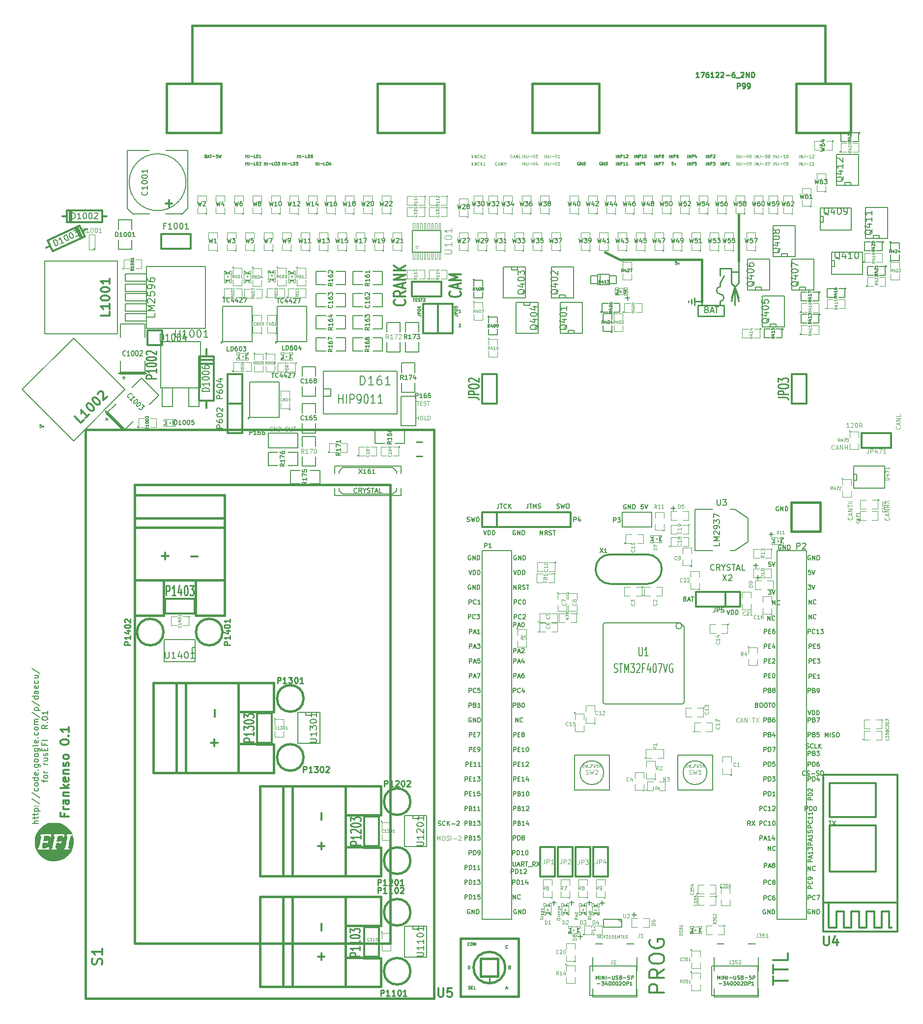
<source format=gto>
G04 (created by PCBNEW (2013-07-07 BZR 4022)-stable) date 7/10/2014 10:27:13 PM*
%MOIN*%
G04 Gerber Fmt 3.4, Leading zero omitted, Abs format*
%FSLAX34Y34*%
G01*
G70*
G90*
G04 APERTURE LIST*
%ADD10C,0.00393701*%
%ADD11C,0.012*%
%ADD12C,0.005*%
%ADD13C,0.015*%
%ADD14C,0.01*%
%ADD15C,0.0045*%
%ADD16C,0.004*%
%ADD17C,0.011811*%
%ADD18C,0.006*%
%ADD19C,0.003*%
%ADD20C,0.00492126*%
%ADD21C,0.008*%
%ADD22C,0.004925*%
%ADD23C,0.0026*%
%ADD24C,0.0001*%
%ADD25C,0.0039*%
%ADD26C,0.002*%
%ADD27C,0.0125*%
%ADD28C,0.00590551*%
%ADD29C,0.0059*%
%ADD30C,0.0031*%
%ADD31C,0.0149*%
%ADD32C,0.0035*%
%ADD33C,0.00875*%
%ADD34C,0.0088*%
%ADD35C,0.0107*%
%ADD36C,0.0043*%
%ADD37C,0.0062*%
%ADD38C,0.0047*%
G04 APERTURE END LIST*
G54D10*
G54D11*
X86104Y-78935D02*
X85104Y-78935D01*
X85104Y-78554D01*
X85152Y-78459D01*
X85200Y-78411D01*
X85295Y-78364D01*
X85438Y-78364D01*
X85533Y-78411D01*
X85580Y-78459D01*
X85628Y-78554D01*
X85628Y-78935D01*
X86104Y-77364D02*
X85628Y-77697D01*
X86104Y-77935D02*
X85104Y-77935D01*
X85104Y-77554D01*
X85152Y-77459D01*
X85200Y-77411D01*
X85295Y-77364D01*
X85438Y-77364D01*
X85533Y-77411D01*
X85580Y-77459D01*
X85628Y-77554D01*
X85628Y-77935D01*
X85104Y-76745D02*
X85104Y-76554D01*
X85152Y-76459D01*
X85247Y-76364D01*
X85438Y-76316D01*
X85771Y-76316D01*
X85961Y-76364D01*
X86057Y-76459D01*
X86104Y-76554D01*
X86104Y-76745D01*
X86057Y-76840D01*
X85961Y-76935D01*
X85771Y-76983D01*
X85438Y-76983D01*
X85247Y-76935D01*
X85152Y-76840D01*
X85104Y-76745D01*
X85152Y-75364D02*
X85104Y-75459D01*
X85104Y-75602D01*
X85152Y-75745D01*
X85247Y-75840D01*
X85342Y-75888D01*
X85533Y-75935D01*
X85676Y-75935D01*
X85866Y-75888D01*
X85961Y-75840D01*
X86057Y-75745D01*
X86104Y-75602D01*
X86104Y-75507D01*
X86057Y-75364D01*
X86009Y-75316D01*
X85676Y-75316D01*
X85676Y-75507D01*
X93504Y-78421D02*
X93504Y-77850D01*
X94504Y-78135D02*
X93504Y-78135D01*
X93504Y-77659D02*
X93504Y-77088D01*
X94504Y-77373D02*
X93504Y-77373D01*
X94504Y-76278D02*
X94504Y-76754D01*
X93504Y-76754D01*
G54D12*
X72307Y-32830D02*
X72192Y-32830D01*
X72250Y-32830D02*
X72250Y-32630D01*
X72230Y-32659D01*
X72211Y-32678D01*
X72192Y-32688D01*
X72192Y-33640D02*
X72202Y-33630D01*
X72221Y-33620D01*
X72269Y-33620D01*
X72288Y-33630D01*
X72297Y-33640D01*
X72307Y-33659D01*
X72307Y-33678D01*
X72297Y-33706D01*
X72183Y-33820D01*
X72307Y-33820D01*
X86971Y-29380D02*
X86876Y-29380D01*
X86866Y-29476D01*
X86876Y-29466D01*
X86895Y-29457D01*
X86942Y-29457D01*
X86961Y-29466D01*
X86971Y-29476D01*
X86980Y-29495D01*
X86980Y-29542D01*
X86971Y-29561D01*
X86961Y-29571D01*
X86942Y-29580D01*
X86895Y-29580D01*
X86876Y-29571D01*
X86866Y-29561D01*
X87047Y-29447D02*
X87095Y-29580D01*
X87142Y-29447D01*
G54D13*
X88650Y-29250D02*
X88650Y-32100D01*
X83090Y-29250D02*
X88650Y-29250D01*
X82080Y-28730D02*
X83090Y-29250D01*
X91150Y-29330D02*
X91150Y-26210D01*
G54D14*
X89654Y-31332D02*
G75*
G02X89904Y-31082I250J0D01*
G74*
G01*
X89904Y-31582D02*
G75*
G02X89654Y-31332I0J250D01*
G74*
G01*
X89904Y-31582D02*
G75*
G02X90154Y-31832I0J-250D01*
G74*
G01*
X90154Y-31832D02*
G75*
G02X89904Y-32082I-250J0D01*
G74*
G01*
X89654Y-31332D02*
G75*
G02X89904Y-31082I250J0D01*
G74*
G01*
X89904Y-31582D02*
G75*
G02X89654Y-31332I0J250D01*
G74*
G01*
X89904Y-31582D02*
G75*
G02X90154Y-31832I0J-250D01*
G74*
G01*
X90154Y-31832D02*
G75*
G02X89904Y-32082I-250J0D01*
G74*
G01*
X87754Y-32132D02*
X87754Y-32032D01*
X87954Y-32232D02*
X87954Y-31932D01*
X88154Y-32332D02*
X88154Y-31832D01*
X88654Y-32082D02*
X88154Y-32082D01*
X88654Y-32332D02*
X88654Y-32082D01*
X89904Y-32082D02*
X89904Y-32332D01*
X90154Y-33082D02*
X90154Y-32332D01*
X88404Y-33082D02*
X90154Y-33082D01*
X88404Y-32332D02*
X88404Y-33082D01*
X90154Y-32332D02*
X88404Y-32332D01*
X91154Y-30082D02*
X91154Y-29332D01*
X90654Y-29832D02*
X90154Y-29832D01*
X90654Y-30082D02*
X90654Y-29832D01*
X90904Y-31082D02*
X90904Y-32332D01*
X90904Y-31082D02*
X90654Y-32082D01*
X90904Y-31082D02*
X91154Y-32082D01*
X90904Y-31082D02*
X91154Y-31832D01*
X90904Y-31082D02*
X90654Y-31832D01*
X90654Y-30832D02*
X90654Y-30082D01*
X90904Y-31082D02*
X90654Y-30832D01*
X91154Y-30832D02*
X90904Y-31082D01*
X91154Y-30082D02*
X91154Y-30832D01*
X90654Y-30082D02*
X91154Y-30082D01*
X89904Y-29832D02*
X90154Y-29832D01*
X89904Y-30332D02*
X89904Y-29832D01*
X89904Y-30832D02*
X90154Y-30332D01*
X89904Y-31082D02*
X89904Y-30832D01*
X87754Y-32132D02*
X87754Y-32032D01*
X87954Y-32232D02*
X87954Y-31932D01*
X88154Y-32332D02*
X88154Y-31832D01*
X88654Y-32082D02*
X88154Y-32082D01*
X88654Y-32332D02*
X88654Y-32082D01*
X89904Y-32082D02*
X89904Y-32332D01*
X90154Y-33082D02*
X90154Y-32332D01*
X88404Y-33082D02*
X90154Y-33082D01*
X88404Y-32332D02*
X88404Y-33082D01*
X90154Y-32332D02*
X88404Y-32332D01*
X91154Y-30082D02*
X91154Y-29332D01*
X90654Y-29832D02*
X90154Y-29832D01*
X90654Y-30082D02*
X90654Y-29832D01*
X90904Y-31082D02*
X90904Y-32332D01*
X90904Y-31082D02*
X90654Y-32082D01*
X90904Y-31082D02*
X91154Y-32082D01*
X90904Y-31082D02*
X91154Y-31832D01*
X90904Y-31082D02*
X90654Y-31832D01*
X90654Y-30832D02*
X90654Y-30082D01*
X90904Y-31082D02*
X90654Y-30832D01*
X91154Y-30832D02*
X90904Y-31082D01*
X91154Y-30082D02*
X91154Y-30832D01*
X90654Y-30082D02*
X91154Y-30082D01*
X89904Y-29832D02*
X90154Y-29832D01*
X89904Y-30332D02*
X89904Y-29832D01*
X89904Y-30832D02*
X90154Y-30332D01*
X89904Y-31082D02*
X89904Y-30832D01*
G54D12*
X89008Y-32635D02*
X89065Y-32654D01*
X89084Y-32673D01*
X89104Y-32711D01*
X89104Y-32768D01*
X89084Y-32806D01*
X89065Y-32825D01*
X89027Y-32844D01*
X88875Y-32844D01*
X88875Y-32444D01*
X89008Y-32444D01*
X89046Y-32463D01*
X89065Y-32482D01*
X89084Y-32521D01*
X89084Y-32559D01*
X89065Y-32597D01*
X89046Y-32616D01*
X89008Y-32635D01*
X88875Y-32635D01*
X89256Y-32730D02*
X89446Y-32730D01*
X89218Y-32844D02*
X89351Y-32444D01*
X89484Y-32844D01*
X89561Y-32444D02*
X89789Y-32444D01*
X89675Y-32844D02*
X89675Y-32444D01*
G54D15*
X95254Y-22330D02*
X95254Y-22130D01*
X95350Y-22330D02*
X95350Y-22130D01*
X95464Y-22330D01*
X95464Y-22130D01*
X95616Y-22130D02*
X95616Y-22273D01*
X95607Y-22302D01*
X95588Y-22321D01*
X95559Y-22330D01*
X95540Y-22330D01*
X95711Y-22254D02*
X95864Y-22254D01*
X96064Y-22330D02*
X95950Y-22330D01*
X96007Y-22330D02*
X96007Y-22130D01*
X95988Y-22159D01*
X95969Y-22178D01*
X95950Y-22188D01*
X96140Y-22150D02*
X96150Y-22140D01*
X96169Y-22130D01*
X96216Y-22130D01*
X96235Y-22140D01*
X96245Y-22150D01*
X96254Y-22169D01*
X96254Y-22188D01*
X96245Y-22216D01*
X96130Y-22330D01*
X96254Y-22330D01*
X95254Y-22830D02*
X95254Y-22630D01*
X95350Y-22830D02*
X95350Y-22630D01*
X95464Y-22830D01*
X95464Y-22630D01*
X95616Y-22630D02*
X95616Y-22773D01*
X95607Y-22802D01*
X95588Y-22821D01*
X95559Y-22830D01*
X95540Y-22830D01*
X95711Y-22754D02*
X95864Y-22754D01*
X96064Y-22830D02*
X95950Y-22830D01*
X96007Y-22830D02*
X96007Y-22630D01*
X95988Y-22659D01*
X95969Y-22678D01*
X95950Y-22688D01*
X96254Y-22830D02*
X96140Y-22830D01*
X96197Y-22830D02*
X96197Y-22630D01*
X96178Y-22659D01*
X96159Y-22678D01*
X96140Y-22688D01*
X93504Y-22330D02*
X93504Y-22130D01*
X93600Y-22330D02*
X93600Y-22130D01*
X93714Y-22330D01*
X93714Y-22130D01*
X93866Y-22130D02*
X93866Y-22273D01*
X93857Y-22302D01*
X93838Y-22321D01*
X93809Y-22330D01*
X93790Y-22330D01*
X93961Y-22254D02*
X94114Y-22254D01*
X94314Y-22330D02*
X94200Y-22330D01*
X94257Y-22330D02*
X94257Y-22130D01*
X94238Y-22159D01*
X94219Y-22178D01*
X94200Y-22188D01*
X94438Y-22130D02*
X94457Y-22130D01*
X94476Y-22140D01*
X94485Y-22150D01*
X94495Y-22169D01*
X94504Y-22207D01*
X94504Y-22254D01*
X94495Y-22292D01*
X94485Y-22311D01*
X94476Y-22321D01*
X94457Y-22330D01*
X94438Y-22330D01*
X94419Y-22321D01*
X94409Y-22311D01*
X94400Y-22292D01*
X94390Y-22254D01*
X94390Y-22207D01*
X94400Y-22169D01*
X94409Y-22150D01*
X94419Y-22140D01*
X94438Y-22130D01*
X93504Y-22830D02*
X93504Y-22630D01*
X93600Y-22830D02*
X93600Y-22630D01*
X93714Y-22830D01*
X93714Y-22630D01*
X93866Y-22630D02*
X93866Y-22773D01*
X93857Y-22802D01*
X93838Y-22821D01*
X93809Y-22830D01*
X93790Y-22830D01*
X93961Y-22754D02*
X94114Y-22754D01*
X94247Y-22630D02*
X94266Y-22630D01*
X94285Y-22640D01*
X94295Y-22650D01*
X94304Y-22669D01*
X94314Y-22707D01*
X94314Y-22754D01*
X94304Y-22792D01*
X94295Y-22811D01*
X94285Y-22821D01*
X94266Y-22830D01*
X94247Y-22830D01*
X94228Y-22821D01*
X94219Y-22811D01*
X94209Y-22792D01*
X94200Y-22754D01*
X94200Y-22707D01*
X94209Y-22669D01*
X94219Y-22650D01*
X94228Y-22640D01*
X94247Y-22630D01*
X94409Y-22830D02*
X94447Y-22830D01*
X94466Y-22821D01*
X94476Y-22811D01*
X94495Y-22783D01*
X94504Y-22745D01*
X94504Y-22669D01*
X94495Y-22650D01*
X94485Y-22640D01*
X94466Y-22630D01*
X94428Y-22630D01*
X94409Y-22640D01*
X94400Y-22650D01*
X94390Y-22669D01*
X94390Y-22716D01*
X94400Y-22735D01*
X94409Y-22745D01*
X94428Y-22754D01*
X94466Y-22754D01*
X94485Y-22745D01*
X94495Y-22735D01*
X94504Y-22716D01*
X92254Y-22330D02*
X92254Y-22130D01*
X92350Y-22330D02*
X92350Y-22130D01*
X92464Y-22330D01*
X92464Y-22130D01*
X92616Y-22130D02*
X92616Y-22273D01*
X92607Y-22302D01*
X92588Y-22321D01*
X92559Y-22330D01*
X92540Y-22330D01*
X92711Y-22254D02*
X92864Y-22254D01*
X92997Y-22130D02*
X93016Y-22130D01*
X93035Y-22140D01*
X93045Y-22150D01*
X93054Y-22169D01*
X93064Y-22207D01*
X93064Y-22254D01*
X93054Y-22292D01*
X93045Y-22311D01*
X93035Y-22321D01*
X93016Y-22330D01*
X92997Y-22330D01*
X92978Y-22321D01*
X92969Y-22311D01*
X92959Y-22292D01*
X92950Y-22254D01*
X92950Y-22207D01*
X92959Y-22169D01*
X92969Y-22150D01*
X92978Y-22140D01*
X92997Y-22130D01*
X93178Y-22216D02*
X93159Y-22207D01*
X93150Y-22197D01*
X93140Y-22178D01*
X93140Y-22169D01*
X93150Y-22150D01*
X93159Y-22140D01*
X93178Y-22130D01*
X93216Y-22130D01*
X93235Y-22140D01*
X93245Y-22150D01*
X93254Y-22169D01*
X93254Y-22178D01*
X93245Y-22197D01*
X93235Y-22207D01*
X93216Y-22216D01*
X93178Y-22216D01*
X93159Y-22226D01*
X93150Y-22235D01*
X93140Y-22254D01*
X93140Y-22292D01*
X93150Y-22311D01*
X93159Y-22321D01*
X93178Y-22330D01*
X93216Y-22330D01*
X93235Y-22321D01*
X93245Y-22311D01*
X93254Y-22292D01*
X93254Y-22254D01*
X93245Y-22235D01*
X93235Y-22226D01*
X93216Y-22216D01*
X92254Y-22830D02*
X92254Y-22630D01*
X92350Y-22830D02*
X92350Y-22630D01*
X92464Y-22830D01*
X92464Y-22630D01*
X92616Y-22630D02*
X92616Y-22773D01*
X92607Y-22802D01*
X92588Y-22821D01*
X92559Y-22830D01*
X92540Y-22830D01*
X92711Y-22754D02*
X92864Y-22754D01*
X92997Y-22630D02*
X93016Y-22630D01*
X93035Y-22640D01*
X93045Y-22650D01*
X93054Y-22669D01*
X93064Y-22707D01*
X93064Y-22754D01*
X93054Y-22792D01*
X93045Y-22811D01*
X93035Y-22821D01*
X93016Y-22830D01*
X92997Y-22830D01*
X92978Y-22821D01*
X92969Y-22811D01*
X92959Y-22792D01*
X92950Y-22754D01*
X92950Y-22707D01*
X92959Y-22669D01*
X92969Y-22650D01*
X92978Y-22640D01*
X92997Y-22630D01*
X93130Y-22630D02*
X93264Y-22630D01*
X93178Y-22830D01*
X91004Y-22330D02*
X91004Y-22130D01*
X91100Y-22330D02*
X91100Y-22130D01*
X91214Y-22330D01*
X91214Y-22130D01*
X91366Y-22130D02*
X91366Y-22273D01*
X91357Y-22302D01*
X91338Y-22321D01*
X91309Y-22330D01*
X91290Y-22330D01*
X91461Y-22254D02*
X91614Y-22254D01*
X91747Y-22130D02*
X91766Y-22130D01*
X91785Y-22140D01*
X91795Y-22150D01*
X91804Y-22169D01*
X91814Y-22207D01*
X91814Y-22254D01*
X91804Y-22292D01*
X91795Y-22311D01*
X91785Y-22321D01*
X91766Y-22330D01*
X91747Y-22330D01*
X91728Y-22321D01*
X91719Y-22311D01*
X91709Y-22292D01*
X91700Y-22254D01*
X91700Y-22207D01*
X91709Y-22169D01*
X91719Y-22150D01*
X91728Y-22140D01*
X91747Y-22130D01*
X91985Y-22130D02*
X91947Y-22130D01*
X91928Y-22140D01*
X91919Y-22150D01*
X91900Y-22178D01*
X91890Y-22216D01*
X91890Y-22292D01*
X91900Y-22311D01*
X91909Y-22321D01*
X91928Y-22330D01*
X91966Y-22330D01*
X91985Y-22321D01*
X91995Y-22311D01*
X92004Y-22292D01*
X92004Y-22245D01*
X91995Y-22226D01*
X91985Y-22216D01*
X91966Y-22207D01*
X91928Y-22207D01*
X91909Y-22216D01*
X91900Y-22226D01*
X91890Y-22245D01*
X91004Y-22830D02*
X91004Y-22630D01*
X91100Y-22830D02*
X91100Y-22630D01*
X91214Y-22830D01*
X91214Y-22630D01*
X91366Y-22630D02*
X91366Y-22773D01*
X91357Y-22802D01*
X91338Y-22821D01*
X91309Y-22830D01*
X91290Y-22830D01*
X91461Y-22754D02*
X91614Y-22754D01*
X91747Y-22630D02*
X91766Y-22630D01*
X91785Y-22640D01*
X91795Y-22650D01*
X91804Y-22669D01*
X91814Y-22707D01*
X91814Y-22754D01*
X91804Y-22792D01*
X91795Y-22811D01*
X91785Y-22821D01*
X91766Y-22830D01*
X91747Y-22830D01*
X91728Y-22821D01*
X91719Y-22811D01*
X91709Y-22792D01*
X91700Y-22754D01*
X91700Y-22707D01*
X91709Y-22669D01*
X91719Y-22650D01*
X91728Y-22640D01*
X91747Y-22630D01*
X91995Y-22630D02*
X91900Y-22630D01*
X91890Y-22726D01*
X91900Y-22716D01*
X91919Y-22707D01*
X91966Y-22707D01*
X91985Y-22716D01*
X91995Y-22726D01*
X92004Y-22745D01*
X92004Y-22792D01*
X91995Y-22811D01*
X91985Y-22821D01*
X91966Y-22830D01*
X91919Y-22830D01*
X91900Y-22821D01*
X91890Y-22811D01*
G54D12*
X89950Y-22830D02*
X89950Y-22630D01*
X90045Y-22830D02*
X90045Y-22630D01*
X90159Y-22830D01*
X90159Y-22630D01*
X90254Y-22830D02*
X90254Y-22630D01*
X90330Y-22630D01*
X90350Y-22640D01*
X90359Y-22650D01*
X90369Y-22669D01*
X90369Y-22697D01*
X90359Y-22716D01*
X90350Y-22726D01*
X90330Y-22735D01*
X90254Y-22735D01*
X90559Y-22830D02*
X90445Y-22830D01*
X90502Y-22830D02*
X90502Y-22630D01*
X90483Y-22659D01*
X90464Y-22678D01*
X90445Y-22688D01*
X88950Y-22830D02*
X88950Y-22630D01*
X89045Y-22830D02*
X89045Y-22630D01*
X89159Y-22830D01*
X89159Y-22630D01*
X89254Y-22830D02*
X89254Y-22630D01*
X89330Y-22630D01*
X89350Y-22640D01*
X89359Y-22650D01*
X89369Y-22669D01*
X89369Y-22697D01*
X89359Y-22716D01*
X89350Y-22726D01*
X89330Y-22735D01*
X89254Y-22735D01*
X89435Y-22630D02*
X89559Y-22630D01*
X89492Y-22707D01*
X89521Y-22707D01*
X89540Y-22716D01*
X89550Y-22726D01*
X89559Y-22745D01*
X89559Y-22792D01*
X89550Y-22811D01*
X89540Y-22821D01*
X89521Y-22830D01*
X89464Y-22830D01*
X89445Y-22821D01*
X89435Y-22811D01*
X88950Y-22330D02*
X88950Y-22130D01*
X89045Y-22330D02*
X89045Y-22130D01*
X89159Y-22330D01*
X89159Y-22130D01*
X89254Y-22330D02*
X89254Y-22130D01*
X89330Y-22130D01*
X89350Y-22140D01*
X89359Y-22150D01*
X89369Y-22169D01*
X89369Y-22197D01*
X89359Y-22216D01*
X89350Y-22226D01*
X89330Y-22235D01*
X89254Y-22235D01*
X89445Y-22150D02*
X89454Y-22140D01*
X89473Y-22130D01*
X89521Y-22130D01*
X89540Y-22140D01*
X89550Y-22150D01*
X89559Y-22169D01*
X89559Y-22188D01*
X89550Y-22216D01*
X89435Y-22330D01*
X89559Y-22330D01*
X87700Y-22330D02*
X87700Y-22130D01*
X87795Y-22330D02*
X87795Y-22130D01*
X87909Y-22330D01*
X87909Y-22130D01*
X88004Y-22330D02*
X88004Y-22130D01*
X88080Y-22130D01*
X88100Y-22140D01*
X88109Y-22150D01*
X88119Y-22169D01*
X88119Y-22197D01*
X88109Y-22216D01*
X88100Y-22226D01*
X88080Y-22235D01*
X88004Y-22235D01*
X88290Y-22197D02*
X88290Y-22330D01*
X88242Y-22121D02*
X88195Y-22264D01*
X88319Y-22264D01*
X87700Y-22830D02*
X87700Y-22630D01*
X87795Y-22830D02*
X87795Y-22630D01*
X87909Y-22830D01*
X87909Y-22630D01*
X88004Y-22830D02*
X88004Y-22630D01*
X88080Y-22630D01*
X88100Y-22640D01*
X88109Y-22650D01*
X88119Y-22669D01*
X88119Y-22697D01*
X88109Y-22716D01*
X88100Y-22726D01*
X88080Y-22735D01*
X88004Y-22735D01*
X88300Y-22630D02*
X88204Y-22630D01*
X88195Y-22726D01*
X88204Y-22716D01*
X88223Y-22707D01*
X88271Y-22707D01*
X88290Y-22716D01*
X88300Y-22726D01*
X88309Y-22745D01*
X88309Y-22792D01*
X88300Y-22811D01*
X88290Y-22821D01*
X88271Y-22830D01*
X88223Y-22830D01*
X88204Y-22821D01*
X88195Y-22811D01*
X86450Y-22330D02*
X86450Y-22130D01*
X86545Y-22330D02*
X86545Y-22130D01*
X86659Y-22330D01*
X86659Y-22130D01*
X86754Y-22330D02*
X86754Y-22130D01*
X86830Y-22130D01*
X86850Y-22140D01*
X86859Y-22150D01*
X86869Y-22169D01*
X86869Y-22197D01*
X86859Y-22216D01*
X86850Y-22226D01*
X86830Y-22235D01*
X86754Y-22235D01*
X87040Y-22130D02*
X87002Y-22130D01*
X86983Y-22140D01*
X86973Y-22150D01*
X86954Y-22178D01*
X86945Y-22216D01*
X86945Y-22292D01*
X86954Y-22311D01*
X86964Y-22321D01*
X86983Y-22330D01*
X87021Y-22330D01*
X87040Y-22321D01*
X87050Y-22311D01*
X87059Y-22292D01*
X87059Y-22245D01*
X87050Y-22226D01*
X87040Y-22216D01*
X87021Y-22207D01*
X86983Y-22207D01*
X86964Y-22216D01*
X86954Y-22226D01*
X86945Y-22245D01*
X85450Y-22330D02*
X85450Y-22130D01*
X85545Y-22330D02*
X85545Y-22130D01*
X85659Y-22330D01*
X85659Y-22130D01*
X85754Y-22330D02*
X85754Y-22130D01*
X85830Y-22130D01*
X85850Y-22140D01*
X85859Y-22150D01*
X85869Y-22169D01*
X85869Y-22197D01*
X85859Y-22216D01*
X85850Y-22226D01*
X85830Y-22235D01*
X85754Y-22235D01*
X85983Y-22216D02*
X85964Y-22207D01*
X85954Y-22197D01*
X85945Y-22178D01*
X85945Y-22169D01*
X85954Y-22150D01*
X85964Y-22140D01*
X85983Y-22130D01*
X86021Y-22130D01*
X86040Y-22140D01*
X86050Y-22150D01*
X86059Y-22169D01*
X86059Y-22178D01*
X86050Y-22197D01*
X86040Y-22207D01*
X86021Y-22216D01*
X85983Y-22216D01*
X85964Y-22226D01*
X85954Y-22235D01*
X85945Y-22254D01*
X85945Y-22292D01*
X85954Y-22311D01*
X85964Y-22321D01*
X85983Y-22330D01*
X86021Y-22330D01*
X86040Y-22321D01*
X86050Y-22311D01*
X86059Y-22292D01*
X86059Y-22254D01*
X86050Y-22235D01*
X86040Y-22226D01*
X86021Y-22216D01*
X85450Y-22830D02*
X85450Y-22630D01*
X85545Y-22830D02*
X85545Y-22630D01*
X85659Y-22830D01*
X85659Y-22630D01*
X85754Y-22830D02*
X85754Y-22630D01*
X85830Y-22630D01*
X85850Y-22640D01*
X85859Y-22650D01*
X85869Y-22669D01*
X85869Y-22697D01*
X85859Y-22716D01*
X85850Y-22726D01*
X85830Y-22735D01*
X85754Y-22735D01*
X85935Y-22630D02*
X86069Y-22630D01*
X85983Y-22830D01*
X84200Y-22830D02*
X84200Y-22630D01*
X84295Y-22830D02*
X84295Y-22630D01*
X84409Y-22830D01*
X84409Y-22630D01*
X84504Y-22830D02*
X84504Y-22630D01*
X84580Y-22630D01*
X84600Y-22640D01*
X84609Y-22650D01*
X84619Y-22669D01*
X84619Y-22697D01*
X84609Y-22716D01*
X84600Y-22726D01*
X84580Y-22735D01*
X84504Y-22735D01*
X84714Y-22830D02*
X84752Y-22830D01*
X84771Y-22821D01*
X84780Y-22811D01*
X84800Y-22783D01*
X84809Y-22745D01*
X84809Y-22669D01*
X84800Y-22650D01*
X84790Y-22640D01*
X84771Y-22630D01*
X84733Y-22630D01*
X84714Y-22640D01*
X84704Y-22650D01*
X84695Y-22669D01*
X84695Y-22716D01*
X84704Y-22735D01*
X84714Y-22745D01*
X84733Y-22754D01*
X84771Y-22754D01*
X84790Y-22745D01*
X84800Y-22735D01*
X84809Y-22716D01*
X84104Y-22330D02*
X84104Y-22130D01*
X84200Y-22330D02*
X84200Y-22130D01*
X84314Y-22330D01*
X84314Y-22130D01*
X84409Y-22330D02*
X84409Y-22130D01*
X84485Y-22130D01*
X84504Y-22140D01*
X84514Y-22150D01*
X84523Y-22169D01*
X84523Y-22197D01*
X84514Y-22216D01*
X84504Y-22226D01*
X84485Y-22235D01*
X84409Y-22235D01*
X84714Y-22330D02*
X84600Y-22330D01*
X84657Y-22330D02*
X84657Y-22130D01*
X84638Y-22159D01*
X84619Y-22178D01*
X84600Y-22188D01*
X84838Y-22130D02*
X84857Y-22130D01*
X84876Y-22140D01*
X84885Y-22150D01*
X84895Y-22169D01*
X84904Y-22207D01*
X84904Y-22254D01*
X84895Y-22292D01*
X84885Y-22311D01*
X84876Y-22321D01*
X84857Y-22330D01*
X84838Y-22330D01*
X84819Y-22321D01*
X84809Y-22311D01*
X84800Y-22292D01*
X84790Y-22254D01*
X84790Y-22207D01*
X84800Y-22169D01*
X84809Y-22150D01*
X84819Y-22140D01*
X84838Y-22130D01*
X82854Y-22330D02*
X82854Y-22130D01*
X82950Y-22330D02*
X82950Y-22130D01*
X83064Y-22330D01*
X83064Y-22130D01*
X83159Y-22330D02*
X83159Y-22130D01*
X83235Y-22130D01*
X83254Y-22140D01*
X83264Y-22150D01*
X83273Y-22169D01*
X83273Y-22197D01*
X83264Y-22216D01*
X83254Y-22226D01*
X83235Y-22235D01*
X83159Y-22235D01*
X83464Y-22330D02*
X83350Y-22330D01*
X83407Y-22330D02*
X83407Y-22130D01*
X83388Y-22159D01*
X83369Y-22178D01*
X83350Y-22188D01*
X83540Y-22150D02*
X83550Y-22140D01*
X83569Y-22130D01*
X83616Y-22130D01*
X83635Y-22140D01*
X83645Y-22150D01*
X83654Y-22169D01*
X83654Y-22188D01*
X83645Y-22216D01*
X83530Y-22330D01*
X83654Y-22330D01*
X82854Y-22830D02*
X82854Y-22630D01*
X82950Y-22830D02*
X82950Y-22630D01*
X83064Y-22830D01*
X83064Y-22630D01*
X83159Y-22830D02*
X83159Y-22630D01*
X83235Y-22630D01*
X83254Y-22640D01*
X83264Y-22650D01*
X83273Y-22669D01*
X83273Y-22697D01*
X83264Y-22716D01*
X83254Y-22726D01*
X83235Y-22735D01*
X83159Y-22735D01*
X83464Y-22830D02*
X83350Y-22830D01*
X83407Y-22830D02*
X83407Y-22630D01*
X83388Y-22659D01*
X83369Y-22678D01*
X83350Y-22688D01*
X83654Y-22830D02*
X83540Y-22830D01*
X83597Y-22830D02*
X83597Y-22630D01*
X83578Y-22659D01*
X83559Y-22678D01*
X83540Y-22688D01*
G54D15*
X78004Y-22330D02*
X78004Y-22130D01*
X78100Y-22330D02*
X78100Y-22130D01*
X78214Y-22330D01*
X78214Y-22130D01*
X78366Y-22130D02*
X78366Y-22273D01*
X78357Y-22302D01*
X78338Y-22321D01*
X78309Y-22330D01*
X78290Y-22330D01*
X78461Y-22254D02*
X78614Y-22254D01*
X78747Y-22130D02*
X78766Y-22130D01*
X78785Y-22140D01*
X78795Y-22150D01*
X78804Y-22169D01*
X78814Y-22207D01*
X78814Y-22254D01*
X78804Y-22292D01*
X78795Y-22311D01*
X78785Y-22321D01*
X78766Y-22330D01*
X78747Y-22330D01*
X78728Y-22321D01*
X78719Y-22311D01*
X78709Y-22292D01*
X78700Y-22254D01*
X78700Y-22207D01*
X78709Y-22169D01*
X78719Y-22150D01*
X78728Y-22140D01*
X78747Y-22130D01*
X79004Y-22330D02*
X78890Y-22330D01*
X78947Y-22330D02*
X78947Y-22130D01*
X78928Y-22159D01*
X78909Y-22178D01*
X78890Y-22188D01*
X78004Y-22830D02*
X78004Y-22630D01*
X78100Y-22830D02*
X78100Y-22630D01*
X78214Y-22830D01*
X78214Y-22630D01*
X78366Y-22630D02*
X78366Y-22773D01*
X78357Y-22802D01*
X78338Y-22821D01*
X78309Y-22830D01*
X78290Y-22830D01*
X78461Y-22754D02*
X78614Y-22754D01*
X78747Y-22630D02*
X78766Y-22630D01*
X78785Y-22640D01*
X78795Y-22650D01*
X78804Y-22669D01*
X78814Y-22707D01*
X78814Y-22754D01*
X78804Y-22792D01*
X78795Y-22811D01*
X78785Y-22821D01*
X78766Y-22830D01*
X78747Y-22830D01*
X78728Y-22821D01*
X78719Y-22811D01*
X78709Y-22792D01*
X78700Y-22754D01*
X78700Y-22707D01*
X78709Y-22669D01*
X78719Y-22650D01*
X78728Y-22640D01*
X78747Y-22630D01*
X78890Y-22650D02*
X78900Y-22640D01*
X78919Y-22630D01*
X78966Y-22630D01*
X78985Y-22640D01*
X78995Y-22650D01*
X79004Y-22669D01*
X79004Y-22688D01*
X78995Y-22716D01*
X78880Y-22830D01*
X79004Y-22830D01*
X76504Y-22830D02*
X76504Y-22630D01*
X76600Y-22830D02*
X76600Y-22630D01*
X76714Y-22830D01*
X76714Y-22630D01*
X76866Y-22630D02*
X76866Y-22773D01*
X76857Y-22802D01*
X76838Y-22821D01*
X76809Y-22830D01*
X76790Y-22830D01*
X76961Y-22754D02*
X77114Y-22754D01*
X77247Y-22630D02*
X77266Y-22630D01*
X77285Y-22640D01*
X77295Y-22650D01*
X77304Y-22669D01*
X77314Y-22707D01*
X77314Y-22754D01*
X77304Y-22792D01*
X77295Y-22811D01*
X77285Y-22821D01*
X77266Y-22830D01*
X77247Y-22830D01*
X77228Y-22821D01*
X77219Y-22811D01*
X77209Y-22792D01*
X77200Y-22754D01*
X77200Y-22707D01*
X77209Y-22669D01*
X77219Y-22650D01*
X77228Y-22640D01*
X77247Y-22630D01*
X77485Y-22697D02*
X77485Y-22830D01*
X77438Y-22621D02*
X77390Y-22764D01*
X77514Y-22764D01*
X76504Y-22330D02*
X76504Y-22130D01*
X76600Y-22330D02*
X76600Y-22130D01*
X76714Y-22330D01*
X76714Y-22130D01*
X76866Y-22130D02*
X76866Y-22273D01*
X76857Y-22302D01*
X76838Y-22321D01*
X76809Y-22330D01*
X76790Y-22330D01*
X76961Y-22254D02*
X77114Y-22254D01*
X77247Y-22130D02*
X77266Y-22130D01*
X77285Y-22140D01*
X77295Y-22150D01*
X77304Y-22169D01*
X77314Y-22207D01*
X77314Y-22254D01*
X77304Y-22292D01*
X77295Y-22311D01*
X77285Y-22321D01*
X77266Y-22330D01*
X77247Y-22330D01*
X77228Y-22321D01*
X77219Y-22311D01*
X77209Y-22292D01*
X77200Y-22254D01*
X77200Y-22207D01*
X77209Y-22169D01*
X77219Y-22150D01*
X77228Y-22140D01*
X77247Y-22130D01*
X77380Y-22130D02*
X77504Y-22130D01*
X77438Y-22207D01*
X77466Y-22207D01*
X77485Y-22216D01*
X77495Y-22226D01*
X77504Y-22245D01*
X77504Y-22292D01*
X77495Y-22311D01*
X77485Y-22321D01*
X77466Y-22330D01*
X77409Y-22330D01*
X77390Y-22321D01*
X77380Y-22311D01*
G54D12*
X62490Y-22830D02*
X62490Y-22630D01*
X62490Y-22726D02*
X62604Y-22726D01*
X62604Y-22830D02*
X62604Y-22630D01*
X62700Y-22830D02*
X62700Y-22630D01*
X62795Y-22754D02*
X62947Y-22754D01*
X63138Y-22830D02*
X63042Y-22830D01*
X63042Y-22630D01*
X63242Y-22630D02*
X63280Y-22630D01*
X63300Y-22640D01*
X63319Y-22659D01*
X63328Y-22697D01*
X63328Y-22764D01*
X63319Y-22802D01*
X63300Y-22821D01*
X63280Y-22830D01*
X63242Y-22830D01*
X63223Y-22821D01*
X63204Y-22802D01*
X63195Y-22764D01*
X63195Y-22697D01*
X63204Y-22659D01*
X63223Y-22640D01*
X63242Y-22630D01*
X63500Y-22697D02*
X63500Y-22830D01*
X63452Y-22621D02*
X63404Y-22764D01*
X63528Y-22764D01*
X61240Y-22330D02*
X61240Y-22130D01*
X61240Y-22226D02*
X61354Y-22226D01*
X61354Y-22330D02*
X61354Y-22130D01*
X61450Y-22330D02*
X61450Y-22130D01*
X61545Y-22254D02*
X61697Y-22254D01*
X61888Y-22330D02*
X61792Y-22330D01*
X61792Y-22130D01*
X61992Y-22130D02*
X62030Y-22130D01*
X62050Y-22140D01*
X62069Y-22159D01*
X62078Y-22197D01*
X62078Y-22264D01*
X62069Y-22302D01*
X62050Y-22321D01*
X62030Y-22330D01*
X61992Y-22330D01*
X61973Y-22321D01*
X61954Y-22302D01*
X61945Y-22264D01*
X61945Y-22197D01*
X61954Y-22159D01*
X61973Y-22140D01*
X61992Y-22130D01*
X62250Y-22130D02*
X62211Y-22130D01*
X62192Y-22140D01*
X62183Y-22150D01*
X62164Y-22178D01*
X62154Y-22216D01*
X62154Y-22292D01*
X62164Y-22311D01*
X62173Y-22321D01*
X62192Y-22330D01*
X62230Y-22330D01*
X62250Y-22321D01*
X62259Y-22311D01*
X62269Y-22292D01*
X62269Y-22245D01*
X62259Y-22226D01*
X62250Y-22216D01*
X62230Y-22207D01*
X62192Y-22207D01*
X62173Y-22216D01*
X62164Y-22226D01*
X62154Y-22245D01*
X60240Y-22830D02*
X60240Y-22630D01*
X60240Y-22726D02*
X60354Y-22726D01*
X60354Y-22830D02*
X60354Y-22630D01*
X60450Y-22830D02*
X60450Y-22630D01*
X60545Y-22754D02*
X60697Y-22754D01*
X60888Y-22830D02*
X60792Y-22830D01*
X60792Y-22630D01*
X60992Y-22630D02*
X61030Y-22630D01*
X61050Y-22640D01*
X61069Y-22659D01*
X61078Y-22697D01*
X61078Y-22764D01*
X61069Y-22802D01*
X61050Y-22821D01*
X61030Y-22830D01*
X60992Y-22830D01*
X60973Y-22821D01*
X60954Y-22802D01*
X60945Y-22764D01*
X60945Y-22697D01*
X60954Y-22659D01*
X60973Y-22640D01*
X60992Y-22630D01*
X61259Y-22630D02*
X61164Y-22630D01*
X61154Y-22726D01*
X61164Y-22716D01*
X61183Y-22707D01*
X61230Y-22707D01*
X61250Y-22716D01*
X61259Y-22726D01*
X61269Y-22745D01*
X61269Y-22792D01*
X61259Y-22811D01*
X61250Y-22821D01*
X61230Y-22830D01*
X61183Y-22830D01*
X61164Y-22821D01*
X61154Y-22811D01*
X58990Y-22830D02*
X58990Y-22630D01*
X58990Y-22726D02*
X59104Y-22726D01*
X59104Y-22830D02*
X59104Y-22630D01*
X59200Y-22830D02*
X59200Y-22630D01*
X59295Y-22754D02*
X59447Y-22754D01*
X59638Y-22830D02*
X59542Y-22830D01*
X59542Y-22630D01*
X59742Y-22630D02*
X59780Y-22630D01*
X59800Y-22640D01*
X59819Y-22659D01*
X59828Y-22697D01*
X59828Y-22764D01*
X59819Y-22802D01*
X59800Y-22821D01*
X59780Y-22830D01*
X59742Y-22830D01*
X59723Y-22821D01*
X59704Y-22802D01*
X59695Y-22764D01*
X59695Y-22697D01*
X59704Y-22659D01*
X59723Y-22640D01*
X59742Y-22630D01*
X59895Y-22630D02*
X60019Y-22630D01*
X59952Y-22707D01*
X59980Y-22707D01*
X60000Y-22716D01*
X60009Y-22726D01*
X60019Y-22745D01*
X60019Y-22792D01*
X60009Y-22811D01*
X60000Y-22821D01*
X59980Y-22830D01*
X59923Y-22830D01*
X59904Y-22821D01*
X59895Y-22811D01*
X57740Y-22830D02*
X57740Y-22630D01*
X57740Y-22726D02*
X57854Y-22726D01*
X57854Y-22830D02*
X57854Y-22630D01*
X57950Y-22830D02*
X57950Y-22630D01*
X58045Y-22754D02*
X58197Y-22754D01*
X58388Y-22830D02*
X58292Y-22830D01*
X58292Y-22630D01*
X58492Y-22630D02*
X58530Y-22630D01*
X58550Y-22640D01*
X58569Y-22659D01*
X58578Y-22697D01*
X58578Y-22764D01*
X58569Y-22802D01*
X58550Y-22821D01*
X58530Y-22830D01*
X58492Y-22830D01*
X58473Y-22821D01*
X58454Y-22802D01*
X58445Y-22764D01*
X58445Y-22697D01*
X58454Y-22659D01*
X58473Y-22640D01*
X58492Y-22630D01*
X58654Y-22650D02*
X58664Y-22640D01*
X58683Y-22630D01*
X58730Y-22630D01*
X58750Y-22640D01*
X58759Y-22650D01*
X58769Y-22669D01*
X58769Y-22688D01*
X58759Y-22716D01*
X58645Y-22830D01*
X58769Y-22830D01*
X57740Y-22330D02*
X57740Y-22130D01*
X57740Y-22226D02*
X57854Y-22226D01*
X57854Y-22330D02*
X57854Y-22130D01*
X57950Y-22330D02*
X57950Y-22130D01*
X58045Y-22254D02*
X58197Y-22254D01*
X58388Y-22330D02*
X58292Y-22330D01*
X58292Y-22130D01*
X58492Y-22130D02*
X58530Y-22130D01*
X58550Y-22140D01*
X58569Y-22159D01*
X58578Y-22197D01*
X58578Y-22264D01*
X58569Y-22302D01*
X58550Y-22321D01*
X58530Y-22330D01*
X58492Y-22330D01*
X58473Y-22321D01*
X58454Y-22302D01*
X58445Y-22264D01*
X58445Y-22197D01*
X58454Y-22159D01*
X58473Y-22140D01*
X58492Y-22130D01*
X58769Y-22330D02*
X58654Y-22330D01*
X58711Y-22330D02*
X58711Y-22130D01*
X58692Y-22159D01*
X58673Y-22178D01*
X58654Y-22188D01*
X55019Y-22226D02*
X55047Y-22235D01*
X55057Y-22245D01*
X55066Y-22264D01*
X55066Y-22292D01*
X55057Y-22311D01*
X55047Y-22321D01*
X55028Y-22330D01*
X54952Y-22330D01*
X54952Y-22130D01*
X55019Y-22130D01*
X55038Y-22140D01*
X55047Y-22150D01*
X55057Y-22169D01*
X55057Y-22188D01*
X55047Y-22207D01*
X55038Y-22216D01*
X55019Y-22226D01*
X54952Y-22226D01*
X55142Y-22273D02*
X55238Y-22273D01*
X55123Y-22330D02*
X55190Y-22130D01*
X55257Y-22330D01*
X55295Y-22130D02*
X55409Y-22130D01*
X55352Y-22330D02*
X55352Y-22130D01*
X55476Y-22254D02*
X55628Y-22254D01*
X55714Y-22321D02*
X55742Y-22330D01*
X55790Y-22330D01*
X55809Y-22321D01*
X55819Y-22311D01*
X55828Y-22292D01*
X55828Y-22273D01*
X55819Y-22254D01*
X55809Y-22245D01*
X55790Y-22235D01*
X55752Y-22226D01*
X55733Y-22216D01*
X55723Y-22207D01*
X55714Y-22188D01*
X55714Y-22169D01*
X55723Y-22150D01*
X55733Y-22140D01*
X55752Y-22130D01*
X55800Y-22130D01*
X55828Y-22140D01*
X55895Y-22130D02*
X55942Y-22330D01*
X55980Y-22188D01*
X56019Y-22330D01*
X56066Y-22130D01*
G54D16*
X101342Y-46735D02*
X101357Y-46750D01*
X101371Y-46792D01*
X101371Y-46821D01*
X101357Y-46864D01*
X101328Y-46892D01*
X101300Y-46907D01*
X101242Y-46921D01*
X101200Y-46921D01*
X101142Y-46907D01*
X101114Y-46892D01*
X101085Y-46864D01*
X101071Y-46821D01*
X101071Y-46792D01*
X101085Y-46750D01*
X101100Y-46735D01*
X101285Y-46621D02*
X101285Y-46478D01*
X101371Y-46650D02*
X101071Y-46550D01*
X101371Y-46450D01*
X101371Y-46349D02*
X101071Y-46349D01*
X101371Y-46178D01*
X101071Y-46178D01*
X101371Y-45864D02*
X101228Y-45964D01*
X101371Y-46035D02*
X101071Y-46035D01*
X101071Y-45921D01*
X101085Y-45892D01*
X101100Y-45878D01*
X101128Y-45864D01*
X101171Y-45864D01*
X101200Y-45878D01*
X101214Y-45892D01*
X101228Y-45921D01*
X101228Y-46035D01*
X101071Y-45764D02*
X101371Y-45564D01*
X101071Y-45564D02*
X101371Y-45764D01*
X98842Y-46700D02*
X98857Y-46714D01*
X98871Y-46757D01*
X98871Y-46785D01*
X98857Y-46828D01*
X98828Y-46857D01*
X98800Y-46871D01*
X98742Y-46885D01*
X98700Y-46885D01*
X98642Y-46871D01*
X98614Y-46857D01*
X98585Y-46828D01*
X98571Y-46785D01*
X98571Y-46757D01*
X98585Y-46714D01*
X98600Y-46700D01*
X98785Y-46585D02*
X98785Y-46442D01*
X98871Y-46614D02*
X98571Y-46514D01*
X98871Y-46414D01*
X98871Y-46314D02*
X98571Y-46314D01*
X98871Y-46142D01*
X98571Y-46142D01*
X98571Y-46042D02*
X98571Y-45871D01*
X98871Y-45957D02*
X98571Y-45957D01*
X98571Y-45800D02*
X98871Y-45600D01*
X98571Y-45600D02*
X98871Y-45800D01*
X98650Y-40621D02*
X98478Y-40621D01*
X98564Y-40621D02*
X98564Y-40321D01*
X98535Y-40364D01*
X98507Y-40392D01*
X98478Y-40407D01*
X98764Y-40350D02*
X98778Y-40335D01*
X98807Y-40321D01*
X98878Y-40321D01*
X98907Y-40335D01*
X98921Y-40350D01*
X98935Y-40378D01*
X98935Y-40407D01*
X98921Y-40450D01*
X98750Y-40621D01*
X98935Y-40621D01*
X99121Y-40321D02*
X99150Y-40321D01*
X99178Y-40335D01*
X99192Y-40350D01*
X99207Y-40378D01*
X99221Y-40435D01*
X99221Y-40507D01*
X99207Y-40564D01*
X99192Y-40592D01*
X99178Y-40607D01*
X99150Y-40621D01*
X99121Y-40621D01*
X99092Y-40607D01*
X99078Y-40592D01*
X99064Y-40564D01*
X99050Y-40507D01*
X99050Y-40435D01*
X99064Y-40378D01*
X99078Y-40350D01*
X99092Y-40335D01*
X99121Y-40321D01*
X99521Y-40621D02*
X99421Y-40478D01*
X99350Y-40621D02*
X99350Y-40321D01*
X99464Y-40321D01*
X99492Y-40335D01*
X99507Y-40350D01*
X99521Y-40378D01*
X99521Y-40421D01*
X99507Y-40450D01*
X99492Y-40464D01*
X99464Y-40478D01*
X99350Y-40478D01*
X73047Y-22330D02*
X73047Y-22130D01*
X73161Y-22330D02*
X73076Y-22216D01*
X73161Y-22130D02*
X73047Y-22245D01*
X73247Y-22330D02*
X73247Y-22130D01*
X73361Y-22330D01*
X73361Y-22130D01*
X73571Y-22311D02*
X73561Y-22321D01*
X73533Y-22330D01*
X73514Y-22330D01*
X73485Y-22321D01*
X73466Y-22302D01*
X73457Y-22283D01*
X73447Y-22245D01*
X73447Y-22216D01*
X73457Y-22178D01*
X73466Y-22159D01*
X73485Y-22140D01*
X73514Y-22130D01*
X73533Y-22130D01*
X73561Y-22140D01*
X73571Y-22150D01*
X73657Y-22330D02*
X73657Y-22130D01*
X73771Y-22330D02*
X73685Y-22216D01*
X73771Y-22130D02*
X73657Y-22245D01*
X73847Y-22150D02*
X73857Y-22140D01*
X73876Y-22130D01*
X73923Y-22130D01*
X73942Y-22140D01*
X73952Y-22150D01*
X73961Y-22169D01*
X73961Y-22188D01*
X73952Y-22216D01*
X73838Y-22330D01*
X73961Y-22330D01*
X74766Y-22811D02*
X74757Y-22821D01*
X74728Y-22830D01*
X74709Y-22830D01*
X74680Y-22821D01*
X74661Y-22802D01*
X74652Y-22783D01*
X74642Y-22745D01*
X74642Y-22716D01*
X74652Y-22678D01*
X74661Y-22659D01*
X74680Y-22640D01*
X74709Y-22630D01*
X74728Y-22630D01*
X74757Y-22640D01*
X74766Y-22650D01*
X74842Y-22773D02*
X74938Y-22773D01*
X74823Y-22830D02*
X74890Y-22630D01*
X74957Y-22830D01*
X75023Y-22830D02*
X75023Y-22630D01*
X75138Y-22830D01*
X75138Y-22630D01*
X75233Y-22830D02*
X75233Y-22630D01*
X75233Y-22726D02*
X75347Y-22726D01*
X75347Y-22830D02*
X75347Y-22630D01*
G54D12*
X95742Y-62357D02*
X95785Y-62371D01*
X95857Y-62371D01*
X95885Y-62357D01*
X95900Y-62342D01*
X95914Y-62314D01*
X95914Y-62285D01*
X95900Y-62257D01*
X95885Y-62242D01*
X95857Y-62228D01*
X95800Y-62214D01*
X95771Y-62200D01*
X95757Y-62185D01*
X95742Y-62157D01*
X95742Y-62128D01*
X95757Y-62100D01*
X95771Y-62085D01*
X95800Y-62071D01*
X95871Y-62071D01*
X95914Y-62085D01*
X96214Y-62342D02*
X96200Y-62357D01*
X96157Y-62371D01*
X96128Y-62371D01*
X96085Y-62357D01*
X96057Y-62328D01*
X96042Y-62300D01*
X96028Y-62242D01*
X96028Y-62200D01*
X96042Y-62142D01*
X96057Y-62114D01*
X96085Y-62085D01*
X96128Y-62071D01*
X96157Y-62071D01*
X96200Y-62085D01*
X96214Y-62100D01*
X96485Y-62371D02*
X96342Y-62371D01*
X96342Y-62071D01*
X96585Y-62371D02*
X96585Y-62071D01*
X96757Y-62371D02*
X96628Y-62200D01*
X96757Y-62071D02*
X96585Y-62242D01*
X97028Y-61621D02*
X97028Y-61321D01*
X97128Y-61535D01*
X97228Y-61321D01*
X97228Y-61621D01*
X97371Y-61621D02*
X97371Y-61321D01*
X97500Y-61607D02*
X97542Y-61621D01*
X97614Y-61621D01*
X97642Y-61607D01*
X97657Y-61592D01*
X97671Y-61564D01*
X97671Y-61535D01*
X97657Y-61507D01*
X97642Y-61492D01*
X97614Y-61478D01*
X97557Y-61464D01*
X97528Y-61450D01*
X97514Y-61435D01*
X97500Y-61407D01*
X97500Y-61378D01*
X97514Y-61350D01*
X97528Y-61335D01*
X97557Y-61321D01*
X97628Y-61321D01*
X97671Y-61335D01*
X97857Y-61321D02*
X97914Y-61321D01*
X97942Y-61335D01*
X97971Y-61364D01*
X97985Y-61421D01*
X97985Y-61521D01*
X97971Y-61578D01*
X97942Y-61607D01*
X97914Y-61621D01*
X97857Y-61621D01*
X97828Y-61607D01*
X97800Y-61578D01*
X97785Y-61521D01*
X97785Y-61421D01*
X97800Y-61364D01*
X97828Y-61335D01*
X97857Y-61321D01*
X89738Y-78051D02*
X89738Y-77801D01*
X89821Y-77979D01*
X89904Y-77801D01*
X89904Y-78051D01*
X90023Y-78051D02*
X90023Y-77801D01*
X90142Y-78051D02*
X90142Y-77801D01*
X90285Y-78051D01*
X90285Y-77801D01*
X90404Y-78051D02*
X90404Y-77801D01*
X90523Y-77955D02*
X90714Y-77955D01*
X90833Y-77801D02*
X90833Y-78003D01*
X90845Y-78027D01*
X90857Y-78039D01*
X90880Y-78051D01*
X90928Y-78051D01*
X90952Y-78039D01*
X90964Y-78027D01*
X90976Y-78003D01*
X90976Y-77801D01*
X91083Y-78039D02*
X91119Y-78051D01*
X91178Y-78051D01*
X91202Y-78039D01*
X91214Y-78027D01*
X91226Y-78003D01*
X91226Y-77979D01*
X91214Y-77955D01*
X91202Y-77944D01*
X91178Y-77932D01*
X91130Y-77920D01*
X91107Y-77908D01*
X91095Y-77896D01*
X91083Y-77872D01*
X91083Y-77848D01*
X91095Y-77825D01*
X91107Y-77813D01*
X91130Y-77801D01*
X91190Y-77801D01*
X91226Y-77813D01*
X91416Y-77920D02*
X91452Y-77932D01*
X91464Y-77944D01*
X91476Y-77967D01*
X91476Y-78003D01*
X91464Y-78027D01*
X91452Y-78039D01*
X91428Y-78051D01*
X91333Y-78051D01*
X91333Y-77801D01*
X91416Y-77801D01*
X91440Y-77813D01*
X91452Y-77825D01*
X91464Y-77848D01*
X91464Y-77872D01*
X91452Y-77896D01*
X91440Y-77908D01*
X91416Y-77920D01*
X91333Y-77920D01*
X91583Y-77955D02*
X91773Y-77955D01*
X92011Y-77801D02*
X91892Y-77801D01*
X91880Y-77920D01*
X91892Y-77908D01*
X91916Y-77896D01*
X91976Y-77896D01*
X91999Y-77908D01*
X92011Y-77920D01*
X92023Y-77944D01*
X92023Y-78003D01*
X92011Y-78027D01*
X91999Y-78039D01*
X91976Y-78051D01*
X91916Y-78051D01*
X91892Y-78039D01*
X91880Y-78027D01*
X92130Y-78051D02*
X92130Y-77801D01*
X92226Y-77801D01*
X92249Y-77813D01*
X92261Y-77825D01*
X92273Y-77848D01*
X92273Y-77884D01*
X92261Y-77908D01*
X92249Y-77920D01*
X92226Y-77932D01*
X92130Y-77932D01*
X89827Y-78355D02*
X90017Y-78355D01*
X90113Y-78201D02*
X90267Y-78201D01*
X90184Y-78296D01*
X90220Y-78296D01*
X90244Y-78308D01*
X90255Y-78320D01*
X90267Y-78344D01*
X90267Y-78403D01*
X90255Y-78427D01*
X90244Y-78439D01*
X90220Y-78451D01*
X90148Y-78451D01*
X90124Y-78439D01*
X90113Y-78427D01*
X90482Y-78284D02*
X90482Y-78451D01*
X90422Y-78189D02*
X90363Y-78367D01*
X90517Y-78367D01*
X90660Y-78201D02*
X90684Y-78201D01*
X90708Y-78213D01*
X90720Y-78225D01*
X90732Y-78248D01*
X90744Y-78296D01*
X90744Y-78355D01*
X90732Y-78403D01*
X90720Y-78427D01*
X90708Y-78439D01*
X90684Y-78451D01*
X90660Y-78451D01*
X90636Y-78439D01*
X90625Y-78427D01*
X90613Y-78403D01*
X90601Y-78355D01*
X90601Y-78296D01*
X90613Y-78248D01*
X90625Y-78225D01*
X90636Y-78213D01*
X90660Y-78201D01*
X90898Y-78201D02*
X90922Y-78201D01*
X90946Y-78213D01*
X90958Y-78225D01*
X90970Y-78248D01*
X90982Y-78296D01*
X90982Y-78355D01*
X90970Y-78403D01*
X90958Y-78427D01*
X90946Y-78439D01*
X90922Y-78451D01*
X90898Y-78451D01*
X90875Y-78439D01*
X90863Y-78427D01*
X90851Y-78403D01*
X90839Y-78355D01*
X90839Y-78296D01*
X90851Y-78248D01*
X90863Y-78225D01*
X90875Y-78213D01*
X90898Y-78201D01*
X91136Y-78201D02*
X91160Y-78201D01*
X91184Y-78213D01*
X91196Y-78225D01*
X91208Y-78248D01*
X91220Y-78296D01*
X91220Y-78355D01*
X91208Y-78403D01*
X91196Y-78427D01*
X91184Y-78439D01*
X91160Y-78451D01*
X91136Y-78451D01*
X91113Y-78439D01*
X91101Y-78427D01*
X91089Y-78403D01*
X91077Y-78355D01*
X91077Y-78296D01*
X91089Y-78248D01*
X91101Y-78225D01*
X91113Y-78213D01*
X91136Y-78201D01*
X91315Y-78225D02*
X91327Y-78213D01*
X91351Y-78201D01*
X91410Y-78201D01*
X91434Y-78213D01*
X91446Y-78225D01*
X91458Y-78248D01*
X91458Y-78272D01*
X91446Y-78308D01*
X91303Y-78451D01*
X91458Y-78451D01*
X91613Y-78201D02*
X91636Y-78201D01*
X91660Y-78213D01*
X91672Y-78225D01*
X91684Y-78248D01*
X91696Y-78296D01*
X91696Y-78355D01*
X91684Y-78403D01*
X91672Y-78427D01*
X91660Y-78439D01*
X91636Y-78451D01*
X91613Y-78451D01*
X91589Y-78439D01*
X91577Y-78427D01*
X91565Y-78403D01*
X91553Y-78355D01*
X91553Y-78296D01*
X91565Y-78248D01*
X91577Y-78225D01*
X91589Y-78213D01*
X91613Y-78201D01*
X91803Y-78451D02*
X91803Y-78201D01*
X91898Y-78201D01*
X91922Y-78213D01*
X91934Y-78225D01*
X91946Y-78248D01*
X91946Y-78284D01*
X91934Y-78308D01*
X91922Y-78320D01*
X91898Y-78332D01*
X91803Y-78332D01*
X92184Y-78451D02*
X92041Y-78451D01*
X92113Y-78451D02*
X92113Y-78201D01*
X92089Y-78236D01*
X92065Y-78260D01*
X92041Y-78272D01*
G54D11*
X68497Y-31985D02*
X68535Y-32014D01*
X68573Y-32099D01*
X68573Y-32157D01*
X68535Y-32242D01*
X68459Y-32299D01*
X68383Y-32328D01*
X68230Y-32357D01*
X68116Y-32357D01*
X67964Y-32328D01*
X67888Y-32299D01*
X67811Y-32242D01*
X67773Y-32157D01*
X67773Y-32099D01*
X67811Y-32014D01*
X67850Y-31985D01*
X68573Y-31385D02*
X68192Y-31585D01*
X68573Y-31728D02*
X67773Y-31728D01*
X67773Y-31499D01*
X67811Y-31442D01*
X67850Y-31414D01*
X67926Y-31385D01*
X68040Y-31385D01*
X68116Y-31414D01*
X68154Y-31442D01*
X68192Y-31499D01*
X68192Y-31728D01*
X68345Y-31157D02*
X68345Y-30871D01*
X68573Y-31214D02*
X67773Y-31014D01*
X68573Y-30814D01*
X68573Y-30614D02*
X67773Y-30614D01*
X68573Y-30271D01*
X67773Y-30271D01*
X68573Y-29985D02*
X67773Y-29985D01*
X68573Y-29642D02*
X68116Y-29900D01*
X67773Y-29642D02*
X68230Y-29985D01*
X72247Y-31414D02*
X72285Y-31442D01*
X72323Y-31528D01*
X72323Y-31585D01*
X72285Y-31671D01*
X72209Y-31728D01*
X72133Y-31757D01*
X71980Y-31785D01*
X71866Y-31785D01*
X71714Y-31757D01*
X71638Y-31728D01*
X71561Y-31671D01*
X71523Y-31585D01*
X71523Y-31528D01*
X71561Y-31442D01*
X71600Y-31414D01*
X72095Y-31185D02*
X72095Y-30900D01*
X72323Y-31242D02*
X71523Y-31042D01*
X72323Y-30842D01*
X72323Y-30642D02*
X71523Y-30642D01*
X72095Y-30442D01*
X71523Y-30242D01*
X72323Y-30242D01*
G54D17*
X45429Y-66826D02*
X45429Y-67023D01*
X45739Y-67023D02*
X45148Y-67023D01*
X45148Y-66741D01*
X45739Y-66516D02*
X45345Y-66516D01*
X45457Y-66516D02*
X45401Y-66488D01*
X45373Y-66460D01*
X45345Y-66404D01*
X45345Y-66348D01*
X45739Y-65898D02*
X45429Y-65898D01*
X45373Y-65926D01*
X45345Y-65982D01*
X45345Y-66095D01*
X45373Y-66151D01*
X45710Y-65898D02*
X45739Y-65954D01*
X45739Y-66095D01*
X45710Y-66151D01*
X45654Y-66179D01*
X45598Y-66179D01*
X45542Y-66151D01*
X45514Y-66095D01*
X45514Y-65954D01*
X45485Y-65898D01*
X45345Y-65616D02*
X45739Y-65616D01*
X45401Y-65616D02*
X45373Y-65588D01*
X45345Y-65532D01*
X45345Y-65448D01*
X45373Y-65392D01*
X45429Y-65363D01*
X45739Y-65363D01*
X45739Y-65082D02*
X45148Y-65082D01*
X45514Y-65026D02*
X45739Y-64857D01*
X45345Y-64857D02*
X45570Y-65082D01*
X45710Y-64379D02*
X45739Y-64435D01*
X45739Y-64548D01*
X45710Y-64604D01*
X45654Y-64632D01*
X45429Y-64632D01*
X45373Y-64604D01*
X45345Y-64548D01*
X45345Y-64435D01*
X45373Y-64379D01*
X45429Y-64351D01*
X45485Y-64351D01*
X45542Y-64632D01*
X45345Y-64098D02*
X45739Y-64098D01*
X45401Y-64098D02*
X45373Y-64070D01*
X45345Y-64014D01*
X45345Y-63929D01*
X45373Y-63873D01*
X45429Y-63845D01*
X45739Y-63845D01*
X45710Y-63592D02*
X45739Y-63535D01*
X45739Y-63423D01*
X45710Y-63367D01*
X45654Y-63339D01*
X45626Y-63339D01*
X45570Y-63367D01*
X45542Y-63423D01*
X45542Y-63507D01*
X45514Y-63564D01*
X45457Y-63592D01*
X45429Y-63592D01*
X45373Y-63564D01*
X45345Y-63507D01*
X45345Y-63423D01*
X45373Y-63367D01*
X45739Y-63001D02*
X45710Y-63057D01*
X45682Y-63086D01*
X45626Y-63114D01*
X45457Y-63114D01*
X45401Y-63086D01*
X45373Y-63057D01*
X45345Y-63001D01*
X45345Y-62917D01*
X45373Y-62861D01*
X45401Y-62832D01*
X45457Y-62804D01*
X45626Y-62804D01*
X45682Y-62832D01*
X45710Y-62861D01*
X45739Y-62917D01*
X45739Y-63001D01*
X45148Y-61989D02*
X45148Y-61933D01*
X45176Y-61876D01*
X45204Y-61848D01*
X45260Y-61820D01*
X45373Y-61792D01*
X45514Y-61792D01*
X45626Y-61820D01*
X45682Y-61848D01*
X45710Y-61876D01*
X45739Y-61933D01*
X45739Y-61989D01*
X45710Y-62045D01*
X45682Y-62073D01*
X45626Y-62101D01*
X45514Y-62129D01*
X45373Y-62129D01*
X45260Y-62101D01*
X45204Y-62073D01*
X45176Y-62045D01*
X45148Y-61989D01*
X45682Y-61539D02*
X45710Y-61511D01*
X45739Y-61539D01*
X45710Y-61567D01*
X45682Y-61539D01*
X45739Y-61539D01*
X45739Y-60948D02*
X45739Y-61286D01*
X45739Y-61117D02*
X45148Y-61117D01*
X45232Y-61173D01*
X45289Y-61230D01*
X45317Y-61286D01*
G54D18*
X93861Y-45999D02*
X93832Y-45985D01*
X93790Y-45985D01*
X93747Y-45999D01*
X93718Y-46028D01*
X93704Y-46056D01*
X93690Y-46114D01*
X93690Y-46156D01*
X93704Y-46214D01*
X93718Y-46242D01*
X93747Y-46271D01*
X93790Y-46285D01*
X93818Y-46285D01*
X93861Y-46271D01*
X93875Y-46256D01*
X93875Y-46156D01*
X93818Y-46156D01*
X94004Y-46285D02*
X94004Y-45985D01*
X94175Y-46285D01*
X94175Y-45985D01*
X94318Y-46285D02*
X94318Y-45985D01*
X94390Y-45985D01*
X94432Y-45999D01*
X94461Y-46028D01*
X94475Y-46056D01*
X94490Y-46114D01*
X94490Y-46156D01*
X94475Y-46214D01*
X94461Y-46242D01*
X94432Y-46271D01*
X94390Y-46285D01*
X94318Y-46285D01*
G54D12*
X81488Y-78051D02*
X81488Y-77801D01*
X81571Y-77979D01*
X81654Y-77801D01*
X81654Y-78051D01*
X81773Y-78051D02*
X81773Y-77801D01*
X81892Y-78051D02*
X81892Y-77801D01*
X82035Y-78051D01*
X82035Y-77801D01*
X82154Y-78051D02*
X82154Y-77801D01*
X82273Y-77955D02*
X82464Y-77955D01*
X82583Y-77801D02*
X82583Y-78003D01*
X82595Y-78027D01*
X82607Y-78039D01*
X82630Y-78051D01*
X82678Y-78051D01*
X82702Y-78039D01*
X82714Y-78027D01*
X82726Y-78003D01*
X82726Y-77801D01*
X82833Y-78039D02*
X82869Y-78051D01*
X82928Y-78051D01*
X82952Y-78039D01*
X82964Y-78027D01*
X82976Y-78003D01*
X82976Y-77979D01*
X82964Y-77955D01*
X82952Y-77944D01*
X82928Y-77932D01*
X82880Y-77920D01*
X82857Y-77908D01*
X82845Y-77896D01*
X82833Y-77872D01*
X82833Y-77848D01*
X82845Y-77825D01*
X82857Y-77813D01*
X82880Y-77801D01*
X82940Y-77801D01*
X82976Y-77813D01*
X83166Y-77920D02*
X83202Y-77932D01*
X83214Y-77944D01*
X83226Y-77967D01*
X83226Y-78003D01*
X83214Y-78027D01*
X83202Y-78039D01*
X83178Y-78051D01*
X83083Y-78051D01*
X83083Y-77801D01*
X83166Y-77801D01*
X83190Y-77813D01*
X83202Y-77825D01*
X83214Y-77848D01*
X83214Y-77872D01*
X83202Y-77896D01*
X83190Y-77908D01*
X83166Y-77920D01*
X83083Y-77920D01*
X83333Y-77955D02*
X83523Y-77955D01*
X83761Y-77801D02*
X83642Y-77801D01*
X83630Y-77920D01*
X83642Y-77908D01*
X83666Y-77896D01*
X83726Y-77896D01*
X83749Y-77908D01*
X83761Y-77920D01*
X83773Y-77944D01*
X83773Y-78003D01*
X83761Y-78027D01*
X83749Y-78039D01*
X83726Y-78051D01*
X83666Y-78051D01*
X83642Y-78039D01*
X83630Y-78027D01*
X83880Y-78051D02*
X83880Y-77801D01*
X83976Y-77801D01*
X83999Y-77813D01*
X84011Y-77825D01*
X84023Y-77848D01*
X84023Y-77884D01*
X84011Y-77908D01*
X83999Y-77920D01*
X83976Y-77932D01*
X83880Y-77932D01*
X81577Y-78355D02*
X81767Y-78355D01*
X81863Y-78201D02*
X82017Y-78201D01*
X81934Y-78296D01*
X81970Y-78296D01*
X81994Y-78308D01*
X82005Y-78320D01*
X82017Y-78344D01*
X82017Y-78403D01*
X82005Y-78427D01*
X81994Y-78439D01*
X81970Y-78451D01*
X81898Y-78451D01*
X81874Y-78439D01*
X81863Y-78427D01*
X82232Y-78284D02*
X82232Y-78451D01*
X82172Y-78189D02*
X82113Y-78367D01*
X82267Y-78367D01*
X82410Y-78201D02*
X82434Y-78201D01*
X82458Y-78213D01*
X82470Y-78225D01*
X82482Y-78248D01*
X82494Y-78296D01*
X82494Y-78355D01*
X82482Y-78403D01*
X82470Y-78427D01*
X82458Y-78439D01*
X82434Y-78451D01*
X82410Y-78451D01*
X82386Y-78439D01*
X82375Y-78427D01*
X82363Y-78403D01*
X82351Y-78355D01*
X82351Y-78296D01*
X82363Y-78248D01*
X82375Y-78225D01*
X82386Y-78213D01*
X82410Y-78201D01*
X82648Y-78201D02*
X82672Y-78201D01*
X82696Y-78213D01*
X82708Y-78225D01*
X82720Y-78248D01*
X82732Y-78296D01*
X82732Y-78355D01*
X82720Y-78403D01*
X82708Y-78427D01*
X82696Y-78439D01*
X82672Y-78451D01*
X82648Y-78451D01*
X82625Y-78439D01*
X82613Y-78427D01*
X82601Y-78403D01*
X82589Y-78355D01*
X82589Y-78296D01*
X82601Y-78248D01*
X82613Y-78225D01*
X82625Y-78213D01*
X82648Y-78201D01*
X82886Y-78201D02*
X82910Y-78201D01*
X82934Y-78213D01*
X82946Y-78225D01*
X82958Y-78248D01*
X82970Y-78296D01*
X82970Y-78355D01*
X82958Y-78403D01*
X82946Y-78427D01*
X82934Y-78439D01*
X82910Y-78451D01*
X82886Y-78451D01*
X82863Y-78439D01*
X82851Y-78427D01*
X82839Y-78403D01*
X82827Y-78355D01*
X82827Y-78296D01*
X82839Y-78248D01*
X82851Y-78225D01*
X82863Y-78213D01*
X82886Y-78201D01*
X83065Y-78225D02*
X83077Y-78213D01*
X83101Y-78201D01*
X83160Y-78201D01*
X83184Y-78213D01*
X83196Y-78225D01*
X83208Y-78248D01*
X83208Y-78272D01*
X83196Y-78308D01*
X83053Y-78451D01*
X83208Y-78451D01*
X83363Y-78201D02*
X83386Y-78201D01*
X83410Y-78213D01*
X83422Y-78225D01*
X83434Y-78248D01*
X83446Y-78296D01*
X83446Y-78355D01*
X83434Y-78403D01*
X83422Y-78427D01*
X83410Y-78439D01*
X83386Y-78451D01*
X83363Y-78451D01*
X83339Y-78439D01*
X83327Y-78427D01*
X83315Y-78403D01*
X83303Y-78355D01*
X83303Y-78296D01*
X83315Y-78248D01*
X83327Y-78225D01*
X83339Y-78213D01*
X83363Y-78201D01*
X83553Y-78451D02*
X83553Y-78201D01*
X83648Y-78201D01*
X83672Y-78213D01*
X83684Y-78225D01*
X83696Y-78248D01*
X83696Y-78284D01*
X83684Y-78308D01*
X83672Y-78320D01*
X83648Y-78332D01*
X83553Y-78332D01*
X83934Y-78451D02*
X83791Y-78451D01*
X83863Y-78451D02*
X83863Y-78201D01*
X83839Y-78236D01*
X83815Y-78260D01*
X83791Y-78272D01*
G54D18*
X75938Y-52605D02*
X75938Y-52305D01*
X76052Y-52305D01*
X76081Y-52319D01*
X76095Y-52334D01*
X76110Y-52362D01*
X76110Y-52405D01*
X76095Y-52434D01*
X76081Y-52448D01*
X76052Y-52462D01*
X75938Y-52462D01*
X76410Y-52576D02*
X76395Y-52591D01*
X76352Y-52605D01*
X76324Y-52605D01*
X76281Y-52591D01*
X76252Y-52562D01*
X76238Y-52534D01*
X76224Y-52476D01*
X76224Y-52434D01*
X76238Y-52376D01*
X76252Y-52348D01*
X76281Y-52319D01*
X76324Y-52305D01*
X76352Y-52305D01*
X76395Y-52319D01*
X76410Y-52334D01*
X76595Y-52305D02*
X76624Y-52305D01*
X76652Y-52319D01*
X76667Y-52334D01*
X76681Y-52362D01*
X76695Y-52419D01*
X76695Y-52491D01*
X76681Y-52548D01*
X76667Y-52576D01*
X76652Y-52591D01*
X76624Y-52605D01*
X76595Y-52605D01*
X76567Y-52591D01*
X76552Y-52576D01*
X76538Y-52548D01*
X76524Y-52491D01*
X76524Y-52419D01*
X76538Y-52362D01*
X76552Y-52334D01*
X76567Y-52319D01*
X76595Y-52305D01*
X75938Y-53605D02*
X75938Y-53305D01*
X76052Y-53305D01*
X76081Y-53319D01*
X76095Y-53334D01*
X76110Y-53362D01*
X76110Y-53405D01*
X76095Y-53434D01*
X76081Y-53448D01*
X76052Y-53462D01*
X75938Y-53462D01*
X76410Y-53576D02*
X76395Y-53591D01*
X76352Y-53605D01*
X76324Y-53605D01*
X76281Y-53591D01*
X76252Y-53562D01*
X76238Y-53534D01*
X76224Y-53476D01*
X76224Y-53434D01*
X76238Y-53376D01*
X76252Y-53348D01*
X76281Y-53319D01*
X76324Y-53305D01*
X76352Y-53305D01*
X76395Y-53319D01*
X76410Y-53334D01*
X76524Y-53334D02*
X76538Y-53319D01*
X76567Y-53305D01*
X76638Y-53305D01*
X76667Y-53319D01*
X76681Y-53334D01*
X76695Y-53362D01*
X76695Y-53391D01*
X76681Y-53434D01*
X76510Y-53605D01*
X76695Y-53605D01*
X75900Y-55905D02*
X75900Y-55605D01*
X76014Y-55605D01*
X76042Y-55619D01*
X76057Y-55634D01*
X76071Y-55662D01*
X76071Y-55705D01*
X76057Y-55734D01*
X76042Y-55748D01*
X76014Y-55762D01*
X75900Y-55762D01*
X76185Y-55819D02*
X76328Y-55819D01*
X76157Y-55905D02*
X76257Y-55605D01*
X76357Y-55905D01*
X76442Y-55634D02*
X76457Y-55619D01*
X76485Y-55605D01*
X76557Y-55605D01*
X76585Y-55619D01*
X76600Y-55634D01*
X76614Y-55662D01*
X76614Y-55691D01*
X76600Y-55734D01*
X76428Y-55905D01*
X76614Y-55905D01*
X76014Y-60605D02*
X76014Y-60305D01*
X76185Y-60605D01*
X76185Y-60305D01*
X76500Y-60576D02*
X76485Y-60591D01*
X76442Y-60605D01*
X76414Y-60605D01*
X76371Y-60591D01*
X76342Y-60562D01*
X76328Y-60534D01*
X76314Y-60476D01*
X76314Y-60434D01*
X76328Y-60376D01*
X76342Y-60348D01*
X76371Y-60319D01*
X76414Y-60305D01*
X76442Y-60305D01*
X76485Y-60319D01*
X76500Y-60334D01*
X72878Y-59605D02*
X72878Y-59305D01*
X72992Y-59305D01*
X73021Y-59319D01*
X73035Y-59334D01*
X73050Y-59362D01*
X73050Y-59405D01*
X73035Y-59434D01*
X73021Y-59448D01*
X72992Y-59462D01*
X72878Y-59462D01*
X73278Y-59448D02*
X73321Y-59462D01*
X73335Y-59476D01*
X73350Y-59505D01*
X73350Y-59548D01*
X73335Y-59576D01*
X73321Y-59591D01*
X73292Y-59605D01*
X73178Y-59605D01*
X73178Y-59305D01*
X73278Y-59305D01*
X73307Y-59319D01*
X73321Y-59334D01*
X73335Y-59362D01*
X73335Y-59391D01*
X73321Y-59419D01*
X73307Y-59434D01*
X73278Y-59448D01*
X73178Y-59448D01*
X73635Y-59605D02*
X73464Y-59605D01*
X73550Y-59605D02*
X73550Y-59305D01*
X73521Y-59348D01*
X73492Y-59376D01*
X73464Y-59391D01*
X76864Y-45805D02*
X76864Y-46019D01*
X76850Y-46062D01*
X76821Y-46091D01*
X76778Y-46105D01*
X76750Y-46105D01*
X76964Y-45805D02*
X77135Y-45805D01*
X77050Y-46105D02*
X77050Y-45805D01*
X77235Y-46105D02*
X77235Y-45805D01*
X77335Y-46019D01*
X77435Y-45805D01*
X77435Y-46105D01*
X77564Y-46091D02*
X77607Y-46105D01*
X77678Y-46105D01*
X77707Y-46091D01*
X77721Y-46076D01*
X77735Y-46048D01*
X77735Y-46019D01*
X77721Y-45991D01*
X77707Y-45976D01*
X77678Y-45962D01*
X77621Y-45948D01*
X77592Y-45934D01*
X77578Y-45919D01*
X77564Y-45891D01*
X77564Y-45862D01*
X77578Y-45834D01*
X77592Y-45819D01*
X77621Y-45805D01*
X77692Y-45805D01*
X77735Y-45819D01*
X74878Y-45821D02*
X74878Y-46035D01*
X74864Y-46078D01*
X74835Y-46107D01*
X74792Y-46121D01*
X74764Y-46121D01*
X74978Y-45821D02*
X75150Y-45821D01*
X75064Y-46121D02*
X75064Y-45821D01*
X75421Y-46092D02*
X75407Y-46107D01*
X75364Y-46121D01*
X75335Y-46121D01*
X75292Y-46107D01*
X75264Y-46078D01*
X75250Y-46050D01*
X75235Y-45992D01*
X75235Y-45950D01*
X75250Y-45892D01*
X75264Y-45864D01*
X75292Y-45835D01*
X75335Y-45821D01*
X75364Y-45821D01*
X75407Y-45835D01*
X75421Y-45850D01*
X75550Y-46121D02*
X75550Y-45821D01*
X75721Y-46121D02*
X75592Y-45950D01*
X75721Y-45821D02*
X75550Y-45992D01*
X90350Y-53005D02*
X90450Y-53305D01*
X90550Y-53005D01*
X90650Y-53305D02*
X90650Y-53005D01*
X90721Y-53005D01*
X90764Y-53019D01*
X90792Y-53048D01*
X90807Y-53076D01*
X90821Y-53134D01*
X90821Y-53176D01*
X90807Y-53234D01*
X90792Y-53262D01*
X90764Y-53291D01*
X90721Y-53305D01*
X90650Y-53305D01*
X90950Y-53305D02*
X90950Y-53005D01*
X91021Y-53005D01*
X91064Y-53019D01*
X91092Y-53048D01*
X91107Y-53076D01*
X91121Y-53134D01*
X91121Y-53176D01*
X91107Y-53234D01*
X91092Y-53262D01*
X91064Y-53291D01*
X91021Y-53305D01*
X90950Y-53305D01*
X87528Y-52248D02*
X87571Y-52262D01*
X87585Y-52276D01*
X87600Y-52305D01*
X87600Y-52348D01*
X87585Y-52376D01*
X87571Y-52391D01*
X87542Y-52405D01*
X87428Y-52405D01*
X87428Y-52105D01*
X87528Y-52105D01*
X87557Y-52119D01*
X87571Y-52134D01*
X87585Y-52162D01*
X87585Y-52191D01*
X87571Y-52219D01*
X87557Y-52234D01*
X87528Y-52248D01*
X87428Y-52248D01*
X87714Y-52319D02*
X87857Y-52319D01*
X87685Y-52405D02*
X87785Y-52105D01*
X87885Y-52405D01*
X87942Y-52105D02*
X88114Y-52105D01*
X88028Y-52405D02*
X88028Y-52105D01*
X78835Y-46091D02*
X78878Y-46105D01*
X78950Y-46105D01*
X78978Y-46091D01*
X78992Y-46076D01*
X79007Y-46048D01*
X79007Y-46019D01*
X78992Y-45991D01*
X78978Y-45976D01*
X78950Y-45962D01*
X78892Y-45948D01*
X78864Y-45934D01*
X78850Y-45919D01*
X78835Y-45891D01*
X78835Y-45862D01*
X78850Y-45834D01*
X78864Y-45819D01*
X78892Y-45805D01*
X78964Y-45805D01*
X79007Y-45819D01*
X79107Y-45805D02*
X79178Y-46105D01*
X79235Y-45891D01*
X79292Y-46105D01*
X79364Y-45805D01*
X79535Y-45805D02*
X79592Y-45805D01*
X79621Y-45819D01*
X79650Y-45848D01*
X79664Y-45905D01*
X79664Y-46005D01*
X79650Y-46062D01*
X79621Y-46091D01*
X79592Y-46105D01*
X79535Y-46105D01*
X79507Y-46091D01*
X79478Y-46062D01*
X79464Y-46005D01*
X79464Y-45905D01*
X79478Y-45848D01*
X79507Y-45819D01*
X79535Y-45805D01*
X77707Y-47921D02*
X77707Y-47621D01*
X77878Y-47921D01*
X77878Y-47621D01*
X78192Y-47921D02*
X78092Y-47778D01*
X78021Y-47921D02*
X78021Y-47621D01*
X78135Y-47621D01*
X78164Y-47635D01*
X78178Y-47650D01*
X78192Y-47678D01*
X78192Y-47721D01*
X78178Y-47750D01*
X78164Y-47764D01*
X78135Y-47778D01*
X78021Y-47778D01*
X78307Y-47907D02*
X78350Y-47921D01*
X78421Y-47921D01*
X78450Y-47907D01*
X78464Y-47892D01*
X78478Y-47864D01*
X78478Y-47835D01*
X78464Y-47807D01*
X78450Y-47792D01*
X78421Y-47778D01*
X78364Y-47764D01*
X78335Y-47750D01*
X78321Y-47735D01*
X78307Y-47707D01*
X78307Y-47678D01*
X78321Y-47650D01*
X78335Y-47635D01*
X78364Y-47621D01*
X78435Y-47621D01*
X78478Y-47635D01*
X78564Y-47621D02*
X78735Y-47621D01*
X78650Y-47921D02*
X78650Y-47621D01*
X73850Y-47605D02*
X73950Y-47905D01*
X74050Y-47605D01*
X74150Y-47905D02*
X74150Y-47605D01*
X74221Y-47605D01*
X74264Y-47619D01*
X74292Y-47648D01*
X74307Y-47676D01*
X74321Y-47734D01*
X74321Y-47776D01*
X74307Y-47834D01*
X74292Y-47862D01*
X74264Y-47891D01*
X74221Y-47905D01*
X74150Y-47905D01*
X74450Y-47905D02*
X74450Y-47605D01*
X74521Y-47605D01*
X74564Y-47619D01*
X74592Y-47648D01*
X74607Y-47676D01*
X74621Y-47734D01*
X74621Y-47776D01*
X74607Y-47834D01*
X74592Y-47862D01*
X74564Y-47891D01*
X74521Y-47905D01*
X74450Y-47905D01*
X72742Y-46991D02*
X72785Y-47005D01*
X72857Y-47005D01*
X72885Y-46991D01*
X72900Y-46976D01*
X72914Y-46948D01*
X72914Y-46919D01*
X72900Y-46891D01*
X72885Y-46876D01*
X72857Y-46862D01*
X72800Y-46848D01*
X72771Y-46834D01*
X72757Y-46819D01*
X72742Y-46791D01*
X72742Y-46762D01*
X72757Y-46734D01*
X72771Y-46719D01*
X72800Y-46705D01*
X72871Y-46705D01*
X72914Y-46719D01*
X73014Y-46705D02*
X73085Y-47005D01*
X73142Y-46791D01*
X73200Y-47005D01*
X73271Y-46705D01*
X73385Y-47005D02*
X73385Y-46705D01*
X73457Y-46705D01*
X73500Y-46719D01*
X73528Y-46748D01*
X73542Y-46776D01*
X73557Y-46834D01*
X73557Y-46876D01*
X73542Y-46934D01*
X73528Y-46962D01*
X73500Y-46991D01*
X73457Y-47005D01*
X73385Y-47005D01*
X76021Y-47619D02*
X75992Y-47605D01*
X75950Y-47605D01*
X75907Y-47619D01*
X75878Y-47648D01*
X75864Y-47676D01*
X75850Y-47734D01*
X75850Y-47776D01*
X75864Y-47834D01*
X75878Y-47862D01*
X75907Y-47891D01*
X75950Y-47905D01*
X75978Y-47905D01*
X76021Y-47891D01*
X76035Y-47876D01*
X76035Y-47776D01*
X75978Y-47776D01*
X76164Y-47905D02*
X76164Y-47605D01*
X76335Y-47905D01*
X76335Y-47605D01*
X76478Y-47905D02*
X76478Y-47605D01*
X76550Y-47605D01*
X76592Y-47619D01*
X76621Y-47648D01*
X76635Y-47676D01*
X76650Y-47734D01*
X76650Y-47776D01*
X76635Y-47834D01*
X76621Y-47862D01*
X76592Y-47891D01*
X76550Y-47905D01*
X76478Y-47905D01*
G54D19*
X81026Y-73911D02*
X81035Y-73882D01*
X81045Y-73873D01*
X81064Y-73864D01*
X81092Y-73864D01*
X81110Y-73873D01*
X81120Y-73882D01*
X81129Y-73901D01*
X81129Y-73976D01*
X80932Y-73976D01*
X80932Y-73911D01*
X80942Y-73892D01*
X80951Y-73882D01*
X80970Y-73873D01*
X80989Y-73873D01*
X81007Y-73882D01*
X81017Y-73892D01*
X81026Y-73911D01*
X81026Y-73976D01*
X81129Y-73751D02*
X81120Y-73770D01*
X81101Y-73779D01*
X80932Y-73779D01*
X80998Y-73592D02*
X81129Y-73592D01*
X80998Y-73676D02*
X81101Y-73676D01*
X81120Y-73667D01*
X81129Y-73648D01*
X81129Y-73620D01*
X81120Y-73601D01*
X81110Y-73592D01*
X81120Y-73423D02*
X81129Y-73442D01*
X81129Y-73479D01*
X81120Y-73498D01*
X81101Y-73507D01*
X81026Y-73507D01*
X81007Y-73498D01*
X80998Y-73479D01*
X80998Y-73442D01*
X81007Y-73423D01*
X81026Y-73413D01*
X81045Y-73413D01*
X81064Y-73507D01*
X80229Y-73862D02*
X80135Y-73928D01*
X80229Y-73975D02*
X80032Y-73975D01*
X80032Y-73900D01*
X80042Y-73881D01*
X80051Y-73871D01*
X80070Y-73862D01*
X80098Y-73862D01*
X80117Y-73871D01*
X80126Y-73881D01*
X80135Y-73900D01*
X80135Y-73975D01*
X80220Y-73703D02*
X80229Y-73721D01*
X80229Y-73759D01*
X80220Y-73778D01*
X80201Y-73787D01*
X80126Y-73787D01*
X80107Y-73778D01*
X80098Y-73759D01*
X80098Y-73721D01*
X80107Y-73703D01*
X80126Y-73693D01*
X80145Y-73693D01*
X80164Y-73787D01*
X80229Y-73524D02*
X80032Y-73524D01*
X80220Y-73524D02*
X80229Y-73543D01*
X80229Y-73581D01*
X80220Y-73599D01*
X80210Y-73609D01*
X80192Y-73618D01*
X80135Y-73618D01*
X80117Y-73609D01*
X80107Y-73599D01*
X80098Y-73581D01*
X80098Y-73543D01*
X80107Y-73524D01*
X78832Y-73981D02*
X78832Y-73944D01*
X78842Y-73925D01*
X78860Y-73906D01*
X78898Y-73897D01*
X78964Y-73897D01*
X79001Y-73906D01*
X79020Y-73925D01*
X79029Y-73944D01*
X79029Y-73981D01*
X79020Y-74000D01*
X79001Y-74019D01*
X78964Y-74028D01*
X78898Y-74028D01*
X78860Y-74019D01*
X78842Y-74000D01*
X78832Y-73981D01*
X79029Y-73812D02*
X78898Y-73812D01*
X78935Y-73812D02*
X78917Y-73803D01*
X78907Y-73793D01*
X78898Y-73775D01*
X78898Y-73756D01*
X79029Y-73606D02*
X78926Y-73606D01*
X78907Y-73615D01*
X78898Y-73634D01*
X78898Y-73671D01*
X78907Y-73690D01*
X79020Y-73606D02*
X79029Y-73625D01*
X79029Y-73671D01*
X79020Y-73690D01*
X79001Y-73700D01*
X78982Y-73700D01*
X78964Y-73690D01*
X78954Y-73671D01*
X78954Y-73625D01*
X78945Y-73606D01*
X78898Y-73512D02*
X79029Y-73512D01*
X78917Y-73512D02*
X78907Y-73503D01*
X78898Y-73484D01*
X78898Y-73456D01*
X78907Y-73437D01*
X78926Y-73428D01*
X79029Y-73428D01*
X78898Y-73249D02*
X79057Y-73249D01*
X79076Y-73259D01*
X79086Y-73268D01*
X79095Y-73287D01*
X79095Y-73315D01*
X79086Y-73334D01*
X79020Y-73249D02*
X79029Y-73268D01*
X79029Y-73306D01*
X79020Y-73324D01*
X79010Y-73334D01*
X78992Y-73343D01*
X78935Y-73343D01*
X78917Y-73334D01*
X78907Y-73324D01*
X78898Y-73306D01*
X78898Y-73268D01*
X78907Y-73249D01*
X79020Y-73080D02*
X79029Y-73099D01*
X79029Y-73137D01*
X79020Y-73155D01*
X79001Y-73165D01*
X78926Y-73165D01*
X78907Y-73155D01*
X78898Y-73137D01*
X78898Y-73099D01*
X78907Y-73080D01*
X78926Y-73071D01*
X78945Y-73071D01*
X78964Y-73165D01*
X77692Y-73867D02*
X77682Y-73886D01*
X77682Y-73914D01*
X77692Y-73942D01*
X77710Y-73961D01*
X77729Y-73970D01*
X77767Y-73979D01*
X77795Y-73979D01*
X77832Y-73970D01*
X77851Y-73961D01*
X77870Y-73942D01*
X77879Y-73914D01*
X77879Y-73895D01*
X77870Y-73867D01*
X77860Y-73857D01*
X77795Y-73857D01*
X77795Y-73895D01*
X77879Y-73773D02*
X77748Y-73773D01*
X77785Y-73773D02*
X77767Y-73764D01*
X77757Y-73754D01*
X77748Y-73736D01*
X77748Y-73717D01*
X77870Y-73576D02*
X77879Y-73595D01*
X77879Y-73632D01*
X77870Y-73651D01*
X77851Y-73660D01*
X77776Y-73660D01*
X77757Y-73651D01*
X77748Y-73632D01*
X77748Y-73595D01*
X77757Y-73576D01*
X77776Y-73567D01*
X77795Y-73567D01*
X77814Y-73660D01*
X77870Y-73407D02*
X77879Y-73426D01*
X77879Y-73463D01*
X77870Y-73482D01*
X77851Y-73492D01*
X77776Y-73492D01*
X77757Y-73482D01*
X77748Y-73463D01*
X77748Y-73426D01*
X77757Y-73407D01*
X77776Y-73398D01*
X77795Y-73398D01*
X77814Y-73492D01*
X77748Y-73313D02*
X77879Y-73313D01*
X77767Y-73313D02*
X77757Y-73304D01*
X77748Y-73285D01*
X77748Y-73257D01*
X77757Y-73238D01*
X77776Y-73229D01*
X77879Y-73229D01*
G54D18*
X72828Y-53605D02*
X72828Y-53305D01*
X72942Y-53305D01*
X72971Y-53319D01*
X72985Y-53334D01*
X73000Y-53362D01*
X73000Y-53405D01*
X72985Y-53434D01*
X72971Y-53448D01*
X72942Y-53462D01*
X72828Y-53462D01*
X73300Y-53576D02*
X73285Y-53591D01*
X73242Y-53605D01*
X73214Y-53605D01*
X73171Y-53591D01*
X73142Y-53562D01*
X73128Y-53534D01*
X73114Y-53476D01*
X73114Y-53434D01*
X73128Y-53376D01*
X73142Y-53348D01*
X73171Y-53319D01*
X73214Y-53305D01*
X73242Y-53305D01*
X73285Y-53319D01*
X73300Y-53334D01*
X73400Y-53305D02*
X73585Y-53305D01*
X73485Y-53419D01*
X73528Y-53419D01*
X73557Y-53434D01*
X73571Y-53448D01*
X73585Y-53476D01*
X73585Y-53548D01*
X73571Y-53576D01*
X73557Y-53591D01*
X73528Y-53605D01*
X73442Y-53605D01*
X73414Y-53591D01*
X73400Y-53576D01*
X72971Y-49319D02*
X72942Y-49305D01*
X72900Y-49305D01*
X72857Y-49319D01*
X72828Y-49348D01*
X72814Y-49376D01*
X72800Y-49434D01*
X72800Y-49476D01*
X72814Y-49534D01*
X72828Y-49562D01*
X72857Y-49591D01*
X72900Y-49605D01*
X72928Y-49605D01*
X72971Y-49591D01*
X72985Y-49576D01*
X72985Y-49476D01*
X72928Y-49476D01*
X73114Y-49605D02*
X73114Y-49305D01*
X73285Y-49605D01*
X73285Y-49305D01*
X73428Y-49605D02*
X73428Y-49305D01*
X73500Y-49305D01*
X73542Y-49319D01*
X73571Y-49348D01*
X73585Y-49376D01*
X73600Y-49434D01*
X73600Y-49476D01*
X73585Y-49534D01*
X73571Y-49562D01*
X73542Y-49591D01*
X73500Y-49605D01*
X73428Y-49605D01*
X72878Y-52605D02*
X72878Y-52305D01*
X72992Y-52305D01*
X73021Y-52319D01*
X73035Y-52334D01*
X73050Y-52362D01*
X73050Y-52405D01*
X73035Y-52434D01*
X73021Y-52448D01*
X72992Y-52462D01*
X72878Y-52462D01*
X73350Y-52576D02*
X73335Y-52591D01*
X73292Y-52605D01*
X73264Y-52605D01*
X73221Y-52591D01*
X73192Y-52562D01*
X73178Y-52534D01*
X73164Y-52476D01*
X73164Y-52434D01*
X73178Y-52376D01*
X73192Y-52348D01*
X73221Y-52319D01*
X73264Y-52305D01*
X73292Y-52305D01*
X73335Y-52319D01*
X73350Y-52334D01*
X73635Y-52605D02*
X73464Y-52605D01*
X73550Y-52605D02*
X73550Y-52305D01*
X73521Y-52348D01*
X73492Y-52376D01*
X73464Y-52391D01*
X72900Y-54605D02*
X72900Y-54305D01*
X73014Y-54305D01*
X73042Y-54319D01*
X73057Y-54334D01*
X73071Y-54362D01*
X73071Y-54405D01*
X73057Y-54434D01*
X73042Y-54448D01*
X73014Y-54462D01*
X72900Y-54462D01*
X73185Y-54519D02*
X73328Y-54519D01*
X73157Y-54605D02*
X73257Y-54305D01*
X73357Y-54605D01*
X73614Y-54605D02*
X73442Y-54605D01*
X73528Y-54605D02*
X73528Y-54305D01*
X73500Y-54348D01*
X73471Y-54376D01*
X73442Y-54391D01*
X72900Y-55605D02*
X72900Y-55305D01*
X73014Y-55305D01*
X73042Y-55319D01*
X73057Y-55334D01*
X73071Y-55362D01*
X73071Y-55405D01*
X73057Y-55434D01*
X73042Y-55448D01*
X73014Y-55462D01*
X72900Y-55462D01*
X73185Y-55519D02*
X73328Y-55519D01*
X73157Y-55605D02*
X73257Y-55305D01*
X73357Y-55605D01*
X73428Y-55305D02*
X73614Y-55305D01*
X73514Y-55419D01*
X73557Y-55419D01*
X73585Y-55434D01*
X73600Y-55448D01*
X73614Y-55476D01*
X73614Y-55548D01*
X73600Y-55576D01*
X73585Y-55591D01*
X73557Y-55605D01*
X73471Y-55605D01*
X73442Y-55591D01*
X73428Y-55576D01*
X72900Y-56605D02*
X72900Y-56305D01*
X73014Y-56305D01*
X73042Y-56319D01*
X73057Y-56334D01*
X73071Y-56362D01*
X73071Y-56405D01*
X73057Y-56434D01*
X73042Y-56448D01*
X73014Y-56462D01*
X72900Y-56462D01*
X73185Y-56519D02*
X73328Y-56519D01*
X73157Y-56605D02*
X73257Y-56305D01*
X73357Y-56605D01*
X73600Y-56305D02*
X73457Y-56305D01*
X73442Y-56448D01*
X73457Y-56434D01*
X73485Y-56419D01*
X73557Y-56419D01*
X73585Y-56434D01*
X73600Y-56448D01*
X73614Y-56476D01*
X73614Y-56548D01*
X73600Y-56576D01*
X73585Y-56591D01*
X73557Y-56605D01*
X73485Y-56605D01*
X73457Y-56591D01*
X73442Y-56576D01*
X72900Y-57605D02*
X72900Y-57305D01*
X73014Y-57305D01*
X73042Y-57319D01*
X73057Y-57334D01*
X73071Y-57362D01*
X73071Y-57405D01*
X73057Y-57434D01*
X73042Y-57448D01*
X73014Y-57462D01*
X72900Y-57462D01*
X73185Y-57519D02*
X73328Y-57519D01*
X73157Y-57605D02*
X73257Y-57305D01*
X73357Y-57605D01*
X73428Y-57305D02*
X73628Y-57305D01*
X73500Y-57605D01*
X72878Y-58605D02*
X72878Y-58305D01*
X72992Y-58305D01*
X73021Y-58319D01*
X73035Y-58334D01*
X73050Y-58362D01*
X73050Y-58405D01*
X73035Y-58434D01*
X73021Y-58448D01*
X72992Y-58462D01*
X72878Y-58462D01*
X73350Y-58576D02*
X73335Y-58591D01*
X73292Y-58605D01*
X73264Y-58605D01*
X73221Y-58591D01*
X73192Y-58562D01*
X73178Y-58534D01*
X73164Y-58476D01*
X73164Y-58434D01*
X73178Y-58376D01*
X73192Y-58348D01*
X73221Y-58319D01*
X73264Y-58305D01*
X73292Y-58305D01*
X73335Y-58319D01*
X73350Y-58334D01*
X73621Y-58305D02*
X73478Y-58305D01*
X73464Y-58448D01*
X73478Y-58434D01*
X73507Y-58419D01*
X73578Y-58419D01*
X73607Y-58434D01*
X73621Y-58448D01*
X73635Y-58476D01*
X73635Y-58548D01*
X73621Y-58576D01*
X73607Y-58591D01*
X73578Y-58605D01*
X73507Y-58605D01*
X73478Y-58591D01*
X73464Y-58576D01*
X73021Y-60319D02*
X72992Y-60305D01*
X72950Y-60305D01*
X72907Y-60319D01*
X72878Y-60348D01*
X72864Y-60376D01*
X72850Y-60434D01*
X72850Y-60476D01*
X72864Y-60534D01*
X72878Y-60562D01*
X72907Y-60591D01*
X72950Y-60605D01*
X72978Y-60605D01*
X73021Y-60591D01*
X73035Y-60576D01*
X73035Y-60476D01*
X72978Y-60476D01*
X73164Y-60605D02*
X73164Y-60305D01*
X73335Y-60605D01*
X73335Y-60305D01*
X73478Y-60605D02*
X73478Y-60305D01*
X73550Y-60305D01*
X73592Y-60319D01*
X73621Y-60348D01*
X73635Y-60376D01*
X73650Y-60434D01*
X73650Y-60476D01*
X73635Y-60534D01*
X73621Y-60562D01*
X73592Y-60591D01*
X73550Y-60605D01*
X73478Y-60605D01*
X72892Y-61605D02*
X72892Y-61305D01*
X73007Y-61305D01*
X73035Y-61319D01*
X73050Y-61334D01*
X73064Y-61362D01*
X73064Y-61405D01*
X73050Y-61434D01*
X73035Y-61448D01*
X73007Y-61462D01*
X72892Y-61462D01*
X73192Y-61448D02*
X73292Y-61448D01*
X73335Y-61605D02*
X73192Y-61605D01*
X73192Y-61305D01*
X73335Y-61305D01*
X73435Y-61305D02*
X73635Y-61305D01*
X73507Y-61605D01*
X72892Y-62605D02*
X72892Y-62305D01*
X73007Y-62305D01*
X73035Y-62319D01*
X73050Y-62334D01*
X73064Y-62362D01*
X73064Y-62405D01*
X73050Y-62434D01*
X73035Y-62448D01*
X73007Y-62462D01*
X72892Y-62462D01*
X73192Y-62448D02*
X73292Y-62448D01*
X73335Y-62605D02*
X73192Y-62605D01*
X73192Y-62305D01*
X73335Y-62305D01*
X73478Y-62605D02*
X73535Y-62605D01*
X73564Y-62591D01*
X73578Y-62576D01*
X73607Y-62534D01*
X73621Y-62476D01*
X73621Y-62362D01*
X73607Y-62334D01*
X73592Y-62319D01*
X73564Y-62305D01*
X73507Y-62305D01*
X73478Y-62319D01*
X73464Y-62334D01*
X73450Y-62362D01*
X73450Y-62434D01*
X73464Y-62462D01*
X73478Y-62476D01*
X73507Y-62491D01*
X73564Y-62491D01*
X73592Y-62476D01*
X73607Y-62462D01*
X73621Y-62434D01*
X72650Y-63605D02*
X72650Y-63305D01*
X72764Y-63305D01*
X72792Y-63319D01*
X72807Y-63334D01*
X72821Y-63362D01*
X72821Y-63405D01*
X72807Y-63434D01*
X72792Y-63448D01*
X72764Y-63462D01*
X72650Y-63462D01*
X72950Y-63448D02*
X73050Y-63448D01*
X73092Y-63605D02*
X72950Y-63605D01*
X72950Y-63305D01*
X73092Y-63305D01*
X73378Y-63605D02*
X73207Y-63605D01*
X73292Y-63605D02*
X73292Y-63305D01*
X73264Y-63348D01*
X73235Y-63376D01*
X73207Y-63391D01*
X73664Y-63605D02*
X73492Y-63605D01*
X73578Y-63605D02*
X73578Y-63305D01*
X73550Y-63348D01*
X73521Y-63376D01*
X73492Y-63391D01*
X72600Y-64605D02*
X72600Y-64305D01*
X72714Y-64305D01*
X72742Y-64319D01*
X72757Y-64334D01*
X72771Y-64362D01*
X72771Y-64405D01*
X72757Y-64434D01*
X72742Y-64448D01*
X72714Y-64462D01*
X72600Y-64462D01*
X72900Y-64448D02*
X73000Y-64448D01*
X73042Y-64605D02*
X72900Y-64605D01*
X72900Y-64305D01*
X73042Y-64305D01*
X73328Y-64605D02*
X73157Y-64605D01*
X73242Y-64605D02*
X73242Y-64305D01*
X73214Y-64348D01*
X73185Y-64376D01*
X73157Y-64391D01*
X73428Y-64305D02*
X73614Y-64305D01*
X73514Y-64419D01*
X73557Y-64419D01*
X73585Y-64434D01*
X73600Y-64448D01*
X73614Y-64476D01*
X73614Y-64548D01*
X73600Y-64576D01*
X73585Y-64591D01*
X73557Y-64605D01*
X73471Y-64605D01*
X73442Y-64591D01*
X73428Y-64576D01*
X72600Y-65605D02*
X72600Y-65305D01*
X72714Y-65305D01*
X72742Y-65319D01*
X72757Y-65334D01*
X72771Y-65362D01*
X72771Y-65405D01*
X72757Y-65434D01*
X72742Y-65448D01*
X72714Y-65462D01*
X72600Y-65462D01*
X72900Y-65448D02*
X73000Y-65448D01*
X73042Y-65605D02*
X72900Y-65605D01*
X72900Y-65305D01*
X73042Y-65305D01*
X73328Y-65605D02*
X73157Y-65605D01*
X73242Y-65605D02*
X73242Y-65305D01*
X73214Y-65348D01*
X73185Y-65376D01*
X73157Y-65391D01*
X73600Y-65305D02*
X73457Y-65305D01*
X73442Y-65448D01*
X73457Y-65434D01*
X73485Y-65419D01*
X73557Y-65419D01*
X73585Y-65434D01*
X73600Y-65448D01*
X73614Y-65476D01*
X73614Y-65548D01*
X73600Y-65576D01*
X73585Y-65591D01*
X73557Y-65605D01*
X73485Y-65605D01*
X73457Y-65591D01*
X73442Y-65576D01*
X72585Y-66605D02*
X72585Y-66305D01*
X72700Y-66305D01*
X72728Y-66319D01*
X72742Y-66334D01*
X72757Y-66362D01*
X72757Y-66405D01*
X72742Y-66434D01*
X72728Y-66448D01*
X72700Y-66462D01*
X72585Y-66462D01*
X72985Y-66448D02*
X73028Y-66462D01*
X73042Y-66476D01*
X73057Y-66505D01*
X73057Y-66548D01*
X73042Y-66576D01*
X73028Y-66591D01*
X73000Y-66605D01*
X72885Y-66605D01*
X72885Y-66305D01*
X72985Y-66305D01*
X73014Y-66319D01*
X73028Y-66334D01*
X73042Y-66362D01*
X73042Y-66391D01*
X73028Y-66419D01*
X73014Y-66434D01*
X72985Y-66448D01*
X72885Y-66448D01*
X73342Y-66605D02*
X73171Y-66605D01*
X73257Y-66605D02*
X73257Y-66305D01*
X73228Y-66348D01*
X73200Y-66376D01*
X73171Y-66391D01*
X73628Y-66605D02*
X73457Y-66605D01*
X73542Y-66605D02*
X73542Y-66305D01*
X73514Y-66348D01*
X73485Y-66376D01*
X73457Y-66391D01*
X72585Y-67605D02*
X72585Y-67305D01*
X72700Y-67305D01*
X72728Y-67319D01*
X72742Y-67334D01*
X72757Y-67362D01*
X72757Y-67405D01*
X72742Y-67434D01*
X72728Y-67448D01*
X72700Y-67462D01*
X72585Y-67462D01*
X72985Y-67448D02*
X73028Y-67462D01*
X73042Y-67476D01*
X73057Y-67505D01*
X73057Y-67548D01*
X73042Y-67576D01*
X73028Y-67591D01*
X73000Y-67605D01*
X72885Y-67605D01*
X72885Y-67305D01*
X72985Y-67305D01*
X73014Y-67319D01*
X73028Y-67334D01*
X73042Y-67362D01*
X73042Y-67391D01*
X73028Y-67419D01*
X73014Y-67434D01*
X72985Y-67448D01*
X72885Y-67448D01*
X73342Y-67605D02*
X73171Y-67605D01*
X73257Y-67605D02*
X73257Y-67305D01*
X73228Y-67348D01*
X73200Y-67376D01*
X73171Y-67391D01*
X73442Y-67305D02*
X73628Y-67305D01*
X73528Y-67419D01*
X73571Y-67419D01*
X73600Y-67434D01*
X73614Y-67448D01*
X73628Y-67476D01*
X73628Y-67548D01*
X73614Y-67576D01*
X73600Y-67591D01*
X73571Y-67605D01*
X73485Y-67605D01*
X73457Y-67591D01*
X73442Y-67576D01*
X72585Y-68605D02*
X72585Y-68305D01*
X72700Y-68305D01*
X72728Y-68319D01*
X72742Y-68334D01*
X72757Y-68362D01*
X72757Y-68405D01*
X72742Y-68434D01*
X72728Y-68448D01*
X72700Y-68462D01*
X72585Y-68462D01*
X72985Y-68448D02*
X73028Y-68462D01*
X73042Y-68476D01*
X73057Y-68505D01*
X73057Y-68548D01*
X73042Y-68576D01*
X73028Y-68591D01*
X73000Y-68605D01*
X72885Y-68605D01*
X72885Y-68305D01*
X72985Y-68305D01*
X73014Y-68319D01*
X73028Y-68334D01*
X73042Y-68362D01*
X73042Y-68391D01*
X73028Y-68419D01*
X73014Y-68434D01*
X72985Y-68448D01*
X72885Y-68448D01*
X73342Y-68605D02*
X73171Y-68605D01*
X73257Y-68605D02*
X73257Y-68305D01*
X73228Y-68348D01*
X73200Y-68376D01*
X73171Y-68391D01*
X73614Y-68305D02*
X73471Y-68305D01*
X73457Y-68448D01*
X73471Y-68434D01*
X73500Y-68419D01*
X73571Y-68419D01*
X73600Y-68434D01*
X73614Y-68448D01*
X73628Y-68476D01*
X73628Y-68548D01*
X73614Y-68576D01*
X73600Y-68591D01*
X73571Y-68605D01*
X73500Y-68605D01*
X73471Y-68591D01*
X73457Y-68576D01*
X72878Y-69605D02*
X72878Y-69305D01*
X72992Y-69305D01*
X73021Y-69319D01*
X73035Y-69334D01*
X73050Y-69362D01*
X73050Y-69405D01*
X73035Y-69434D01*
X73021Y-69448D01*
X72992Y-69462D01*
X72878Y-69462D01*
X73178Y-69605D02*
X73178Y-69305D01*
X73250Y-69305D01*
X73292Y-69319D01*
X73321Y-69348D01*
X73335Y-69376D01*
X73350Y-69434D01*
X73350Y-69476D01*
X73335Y-69534D01*
X73321Y-69562D01*
X73292Y-69591D01*
X73250Y-69605D01*
X73178Y-69605D01*
X73492Y-69605D02*
X73550Y-69605D01*
X73578Y-69591D01*
X73592Y-69576D01*
X73621Y-69534D01*
X73635Y-69476D01*
X73635Y-69362D01*
X73621Y-69334D01*
X73607Y-69319D01*
X73578Y-69305D01*
X73521Y-69305D01*
X73492Y-69319D01*
X73478Y-69334D01*
X73464Y-69362D01*
X73464Y-69434D01*
X73478Y-69462D01*
X73492Y-69476D01*
X73521Y-69491D01*
X73578Y-69491D01*
X73607Y-69476D01*
X73621Y-69462D01*
X73635Y-69434D01*
X72585Y-70605D02*
X72585Y-70305D01*
X72700Y-70305D01*
X72728Y-70319D01*
X72742Y-70334D01*
X72757Y-70362D01*
X72757Y-70405D01*
X72742Y-70434D01*
X72728Y-70448D01*
X72700Y-70462D01*
X72585Y-70462D01*
X72885Y-70605D02*
X72885Y-70305D01*
X72957Y-70305D01*
X73000Y-70319D01*
X73028Y-70348D01*
X73042Y-70376D01*
X73057Y-70434D01*
X73057Y-70476D01*
X73042Y-70534D01*
X73028Y-70562D01*
X73000Y-70591D01*
X72957Y-70605D01*
X72885Y-70605D01*
X73342Y-70605D02*
X73171Y-70605D01*
X73257Y-70605D02*
X73257Y-70305D01*
X73228Y-70348D01*
X73200Y-70376D01*
X73171Y-70391D01*
X73628Y-70605D02*
X73457Y-70605D01*
X73542Y-70605D02*
X73542Y-70305D01*
X73514Y-70348D01*
X73485Y-70376D01*
X73457Y-70391D01*
X72585Y-71605D02*
X72585Y-71305D01*
X72700Y-71305D01*
X72728Y-71319D01*
X72742Y-71334D01*
X72757Y-71362D01*
X72757Y-71405D01*
X72742Y-71434D01*
X72728Y-71448D01*
X72700Y-71462D01*
X72585Y-71462D01*
X72885Y-71605D02*
X72885Y-71305D01*
X72957Y-71305D01*
X73000Y-71319D01*
X73028Y-71348D01*
X73042Y-71376D01*
X73057Y-71434D01*
X73057Y-71476D01*
X73042Y-71534D01*
X73028Y-71562D01*
X73000Y-71591D01*
X72957Y-71605D01*
X72885Y-71605D01*
X73342Y-71605D02*
X73171Y-71605D01*
X73257Y-71605D02*
X73257Y-71305D01*
X73228Y-71348D01*
X73200Y-71376D01*
X73171Y-71391D01*
X73442Y-71305D02*
X73628Y-71305D01*
X73528Y-71419D01*
X73571Y-71419D01*
X73600Y-71434D01*
X73614Y-71448D01*
X73628Y-71476D01*
X73628Y-71548D01*
X73614Y-71576D01*
X73600Y-71591D01*
X73571Y-71605D01*
X73485Y-71605D01*
X73457Y-71591D01*
X73442Y-71576D01*
X72585Y-72605D02*
X72585Y-72305D01*
X72700Y-72305D01*
X72728Y-72319D01*
X72742Y-72334D01*
X72757Y-72362D01*
X72757Y-72405D01*
X72742Y-72434D01*
X72728Y-72448D01*
X72700Y-72462D01*
X72585Y-72462D01*
X72885Y-72605D02*
X72885Y-72305D01*
X72957Y-72305D01*
X73000Y-72319D01*
X73028Y-72348D01*
X73042Y-72376D01*
X73057Y-72434D01*
X73057Y-72476D01*
X73042Y-72534D01*
X73028Y-72562D01*
X73000Y-72591D01*
X72957Y-72605D01*
X72885Y-72605D01*
X73342Y-72605D02*
X73171Y-72605D01*
X73257Y-72605D02*
X73257Y-72305D01*
X73228Y-72348D01*
X73200Y-72376D01*
X73171Y-72391D01*
X73614Y-72305D02*
X73471Y-72305D01*
X73457Y-72448D01*
X73471Y-72434D01*
X73500Y-72419D01*
X73571Y-72419D01*
X73600Y-72434D01*
X73614Y-72448D01*
X73628Y-72476D01*
X73628Y-72548D01*
X73614Y-72576D01*
X73600Y-72591D01*
X73571Y-72605D01*
X73500Y-72605D01*
X73471Y-72591D01*
X73457Y-72576D01*
X72921Y-73319D02*
X72892Y-73305D01*
X72850Y-73305D01*
X72807Y-73319D01*
X72778Y-73348D01*
X72764Y-73376D01*
X72750Y-73434D01*
X72750Y-73476D01*
X72764Y-73534D01*
X72778Y-73562D01*
X72807Y-73591D01*
X72850Y-73605D01*
X72878Y-73605D01*
X72921Y-73591D01*
X72935Y-73576D01*
X72935Y-73476D01*
X72878Y-73476D01*
X73064Y-73605D02*
X73064Y-73305D01*
X73235Y-73605D01*
X73235Y-73305D01*
X73378Y-73605D02*
X73378Y-73305D01*
X73450Y-73305D01*
X73492Y-73319D01*
X73521Y-73348D01*
X73535Y-73376D01*
X73550Y-73434D01*
X73550Y-73476D01*
X73535Y-73534D01*
X73521Y-73562D01*
X73492Y-73591D01*
X73450Y-73605D01*
X73378Y-73605D01*
X72850Y-50305D02*
X72950Y-50605D01*
X73050Y-50305D01*
X73150Y-50605D02*
X73150Y-50305D01*
X73221Y-50305D01*
X73264Y-50319D01*
X73292Y-50348D01*
X73307Y-50376D01*
X73321Y-50434D01*
X73321Y-50476D01*
X73307Y-50534D01*
X73292Y-50562D01*
X73264Y-50591D01*
X73221Y-50605D01*
X73150Y-50605D01*
X73450Y-50605D02*
X73450Y-50305D01*
X73521Y-50305D01*
X73564Y-50319D01*
X73592Y-50348D01*
X73607Y-50376D01*
X73621Y-50434D01*
X73621Y-50476D01*
X73607Y-50534D01*
X73592Y-50562D01*
X73564Y-50591D01*
X73521Y-50605D01*
X73450Y-50605D01*
X72971Y-51319D02*
X72942Y-51305D01*
X72900Y-51305D01*
X72857Y-51319D01*
X72828Y-51348D01*
X72814Y-51376D01*
X72800Y-51434D01*
X72800Y-51476D01*
X72814Y-51534D01*
X72828Y-51562D01*
X72857Y-51591D01*
X72900Y-51605D01*
X72928Y-51605D01*
X72971Y-51591D01*
X72985Y-51576D01*
X72985Y-51476D01*
X72928Y-51476D01*
X73114Y-51605D02*
X73114Y-51305D01*
X73285Y-51605D01*
X73285Y-51305D01*
X73428Y-51605D02*
X73428Y-51305D01*
X73500Y-51305D01*
X73542Y-51319D01*
X73571Y-51348D01*
X73585Y-51376D01*
X73600Y-51434D01*
X73600Y-51476D01*
X73585Y-51534D01*
X73571Y-51562D01*
X73542Y-51591D01*
X73500Y-51605D01*
X73428Y-51605D01*
X76071Y-49319D02*
X76042Y-49305D01*
X76000Y-49305D01*
X75957Y-49319D01*
X75928Y-49348D01*
X75914Y-49376D01*
X75900Y-49434D01*
X75900Y-49476D01*
X75914Y-49534D01*
X75928Y-49562D01*
X75957Y-49591D01*
X76000Y-49605D01*
X76028Y-49605D01*
X76071Y-49591D01*
X76085Y-49576D01*
X76085Y-49476D01*
X76028Y-49476D01*
X76214Y-49605D02*
X76214Y-49305D01*
X76385Y-49605D01*
X76385Y-49305D01*
X76528Y-49605D02*
X76528Y-49305D01*
X76600Y-49305D01*
X76642Y-49319D01*
X76671Y-49348D01*
X76685Y-49376D01*
X76700Y-49434D01*
X76700Y-49476D01*
X76685Y-49534D01*
X76671Y-49562D01*
X76642Y-49591D01*
X76600Y-49605D01*
X76528Y-49605D01*
X75900Y-50305D02*
X76000Y-50605D01*
X76100Y-50305D01*
X76200Y-50605D02*
X76200Y-50305D01*
X76271Y-50305D01*
X76314Y-50319D01*
X76342Y-50348D01*
X76357Y-50376D01*
X76371Y-50434D01*
X76371Y-50476D01*
X76357Y-50534D01*
X76342Y-50562D01*
X76314Y-50591D01*
X76271Y-50605D01*
X76200Y-50605D01*
X76500Y-50605D02*
X76500Y-50305D01*
X76571Y-50305D01*
X76614Y-50319D01*
X76642Y-50348D01*
X76657Y-50376D01*
X76671Y-50434D01*
X76671Y-50476D01*
X76657Y-50534D01*
X76642Y-50562D01*
X76614Y-50591D01*
X76571Y-50605D01*
X76500Y-50605D01*
X75907Y-51605D02*
X75907Y-51305D01*
X76078Y-51605D01*
X76078Y-51305D01*
X76392Y-51605D02*
X76292Y-51462D01*
X76221Y-51605D02*
X76221Y-51305D01*
X76335Y-51305D01*
X76364Y-51319D01*
X76378Y-51334D01*
X76392Y-51362D01*
X76392Y-51405D01*
X76378Y-51434D01*
X76364Y-51448D01*
X76335Y-51462D01*
X76221Y-51462D01*
X76507Y-51591D02*
X76550Y-51605D01*
X76621Y-51605D01*
X76650Y-51591D01*
X76664Y-51576D01*
X76678Y-51548D01*
X76678Y-51519D01*
X76664Y-51491D01*
X76650Y-51476D01*
X76621Y-51462D01*
X76564Y-51448D01*
X76535Y-51434D01*
X76521Y-51419D01*
X76507Y-51391D01*
X76507Y-51362D01*
X76521Y-51334D01*
X76535Y-51319D01*
X76564Y-51305D01*
X76635Y-51305D01*
X76678Y-51319D01*
X76764Y-51305D02*
X76935Y-51305D01*
X76850Y-51605D02*
X76850Y-51305D01*
X75900Y-54155D02*
X75900Y-53855D01*
X76014Y-53855D01*
X76042Y-53869D01*
X76057Y-53884D01*
X76071Y-53912D01*
X76071Y-53955D01*
X76057Y-53984D01*
X76042Y-53998D01*
X76014Y-54012D01*
X75900Y-54012D01*
X76185Y-54069D02*
X76328Y-54069D01*
X76157Y-54155D02*
X76257Y-53855D01*
X76357Y-54155D01*
X76514Y-53855D02*
X76542Y-53855D01*
X76571Y-53869D01*
X76585Y-53884D01*
X76600Y-53912D01*
X76614Y-53969D01*
X76614Y-54041D01*
X76600Y-54098D01*
X76585Y-54126D01*
X76571Y-54141D01*
X76542Y-54155D01*
X76514Y-54155D01*
X76485Y-54141D01*
X76471Y-54126D01*
X76457Y-54098D01*
X76442Y-54041D01*
X76442Y-53969D01*
X76457Y-53912D01*
X76471Y-53884D01*
X76485Y-53869D01*
X76514Y-53855D01*
X75900Y-56605D02*
X75900Y-56305D01*
X76014Y-56305D01*
X76042Y-56319D01*
X76057Y-56334D01*
X76071Y-56362D01*
X76071Y-56405D01*
X76057Y-56434D01*
X76042Y-56448D01*
X76014Y-56462D01*
X75900Y-56462D01*
X76185Y-56519D02*
X76328Y-56519D01*
X76157Y-56605D02*
X76257Y-56305D01*
X76357Y-56605D01*
X76585Y-56405D02*
X76585Y-56605D01*
X76514Y-56291D02*
X76442Y-56505D01*
X76628Y-56505D01*
X75900Y-57605D02*
X75900Y-57305D01*
X76014Y-57305D01*
X76042Y-57319D01*
X76057Y-57334D01*
X76071Y-57362D01*
X76071Y-57405D01*
X76057Y-57434D01*
X76042Y-57448D01*
X76014Y-57462D01*
X75900Y-57462D01*
X76185Y-57519D02*
X76328Y-57519D01*
X76157Y-57605D02*
X76257Y-57305D01*
X76357Y-57605D01*
X76585Y-57305D02*
X76528Y-57305D01*
X76500Y-57319D01*
X76485Y-57334D01*
X76457Y-57376D01*
X76442Y-57434D01*
X76442Y-57548D01*
X76457Y-57576D01*
X76471Y-57591D01*
X76500Y-57605D01*
X76557Y-57605D01*
X76585Y-57591D01*
X76600Y-57576D01*
X76614Y-57548D01*
X76614Y-57476D01*
X76600Y-57448D01*
X76585Y-57434D01*
X76557Y-57419D01*
X76500Y-57419D01*
X76471Y-57434D01*
X76457Y-57448D01*
X76442Y-57476D01*
X75878Y-58605D02*
X75878Y-58305D01*
X75992Y-58305D01*
X76021Y-58319D01*
X76035Y-58334D01*
X76050Y-58362D01*
X76050Y-58405D01*
X76035Y-58434D01*
X76021Y-58448D01*
X75992Y-58462D01*
X75878Y-58462D01*
X76350Y-58576D02*
X76335Y-58591D01*
X76292Y-58605D01*
X76264Y-58605D01*
X76221Y-58591D01*
X76192Y-58562D01*
X76178Y-58534D01*
X76164Y-58476D01*
X76164Y-58434D01*
X76178Y-58376D01*
X76192Y-58348D01*
X76221Y-58319D01*
X76264Y-58305D01*
X76292Y-58305D01*
X76335Y-58319D01*
X76350Y-58334D01*
X76607Y-58405D02*
X76607Y-58605D01*
X76535Y-58291D02*
X76464Y-58505D01*
X76650Y-58505D01*
X75878Y-59605D02*
X75878Y-59305D01*
X75992Y-59305D01*
X76021Y-59319D01*
X76035Y-59334D01*
X76050Y-59362D01*
X76050Y-59405D01*
X76035Y-59434D01*
X76021Y-59448D01*
X75992Y-59462D01*
X75878Y-59462D01*
X76278Y-59448D02*
X76321Y-59462D01*
X76335Y-59476D01*
X76350Y-59505D01*
X76350Y-59548D01*
X76335Y-59576D01*
X76321Y-59591D01*
X76292Y-59605D01*
X76178Y-59605D01*
X76178Y-59305D01*
X76278Y-59305D01*
X76307Y-59319D01*
X76321Y-59334D01*
X76335Y-59362D01*
X76335Y-59391D01*
X76321Y-59419D01*
X76307Y-59434D01*
X76278Y-59448D01*
X76178Y-59448D01*
X76535Y-59305D02*
X76564Y-59305D01*
X76592Y-59319D01*
X76607Y-59334D01*
X76621Y-59362D01*
X76635Y-59419D01*
X76635Y-59491D01*
X76621Y-59548D01*
X76607Y-59576D01*
X76592Y-59591D01*
X76564Y-59605D01*
X76535Y-59605D01*
X76507Y-59591D01*
X76492Y-59576D01*
X76478Y-59548D01*
X76464Y-59491D01*
X76464Y-59419D01*
X76478Y-59362D01*
X76492Y-59334D01*
X76507Y-59319D01*
X76535Y-59305D01*
X75892Y-61605D02*
X75892Y-61305D01*
X76007Y-61305D01*
X76035Y-61319D01*
X76050Y-61334D01*
X76064Y-61362D01*
X76064Y-61405D01*
X76050Y-61434D01*
X76035Y-61448D01*
X76007Y-61462D01*
X75892Y-61462D01*
X76192Y-61448D02*
X76292Y-61448D01*
X76335Y-61605D02*
X76192Y-61605D01*
X76192Y-61305D01*
X76335Y-61305D01*
X76507Y-61434D02*
X76478Y-61419D01*
X76464Y-61405D01*
X76450Y-61376D01*
X76450Y-61362D01*
X76464Y-61334D01*
X76478Y-61319D01*
X76507Y-61305D01*
X76564Y-61305D01*
X76592Y-61319D01*
X76607Y-61334D01*
X76621Y-61362D01*
X76621Y-61376D01*
X76607Y-61405D01*
X76592Y-61419D01*
X76564Y-61434D01*
X76507Y-61434D01*
X76478Y-61448D01*
X76464Y-61462D01*
X76450Y-61491D01*
X76450Y-61548D01*
X76464Y-61576D01*
X76478Y-61591D01*
X76507Y-61605D01*
X76564Y-61605D01*
X76592Y-61591D01*
X76607Y-61576D01*
X76621Y-61548D01*
X76621Y-61491D01*
X76607Y-61462D01*
X76592Y-61448D01*
X76564Y-61434D01*
X75900Y-62605D02*
X75900Y-62305D01*
X76014Y-62305D01*
X76042Y-62319D01*
X76057Y-62334D01*
X76071Y-62362D01*
X76071Y-62405D01*
X76057Y-62434D01*
X76042Y-62448D01*
X76014Y-62462D01*
X75900Y-62462D01*
X76200Y-62448D02*
X76300Y-62448D01*
X76342Y-62605D02*
X76200Y-62605D01*
X76200Y-62305D01*
X76342Y-62305D01*
X76628Y-62605D02*
X76457Y-62605D01*
X76542Y-62605D02*
X76542Y-62305D01*
X76514Y-62348D01*
X76485Y-62376D01*
X76457Y-62391D01*
X76814Y-62305D02*
X76842Y-62305D01*
X76871Y-62319D01*
X76885Y-62334D01*
X76900Y-62362D01*
X76914Y-62419D01*
X76914Y-62491D01*
X76900Y-62548D01*
X76885Y-62576D01*
X76871Y-62591D01*
X76842Y-62605D01*
X76814Y-62605D01*
X76785Y-62591D01*
X76771Y-62576D01*
X76757Y-62548D01*
X76742Y-62491D01*
X76742Y-62419D01*
X76757Y-62362D01*
X76771Y-62334D01*
X76785Y-62319D01*
X76814Y-62305D01*
X75900Y-63605D02*
X75900Y-63305D01*
X76014Y-63305D01*
X76042Y-63319D01*
X76057Y-63334D01*
X76071Y-63362D01*
X76071Y-63405D01*
X76057Y-63434D01*
X76042Y-63448D01*
X76014Y-63462D01*
X75900Y-63462D01*
X76200Y-63448D02*
X76300Y-63448D01*
X76342Y-63605D02*
X76200Y-63605D01*
X76200Y-63305D01*
X76342Y-63305D01*
X76628Y-63605D02*
X76457Y-63605D01*
X76542Y-63605D02*
X76542Y-63305D01*
X76514Y-63348D01*
X76485Y-63376D01*
X76457Y-63391D01*
X76742Y-63334D02*
X76757Y-63319D01*
X76785Y-63305D01*
X76857Y-63305D01*
X76885Y-63319D01*
X76900Y-63334D01*
X76914Y-63362D01*
X76914Y-63391D01*
X76900Y-63434D01*
X76728Y-63605D01*
X76914Y-63605D01*
X75900Y-64605D02*
X75900Y-64305D01*
X76014Y-64305D01*
X76042Y-64319D01*
X76057Y-64334D01*
X76071Y-64362D01*
X76071Y-64405D01*
X76057Y-64434D01*
X76042Y-64448D01*
X76014Y-64462D01*
X75900Y-64462D01*
X76200Y-64448D02*
X76300Y-64448D01*
X76342Y-64605D02*
X76200Y-64605D01*
X76200Y-64305D01*
X76342Y-64305D01*
X76628Y-64605D02*
X76457Y-64605D01*
X76542Y-64605D02*
X76542Y-64305D01*
X76514Y-64348D01*
X76485Y-64376D01*
X76457Y-64391D01*
X76885Y-64405D02*
X76885Y-64605D01*
X76814Y-64291D02*
X76742Y-64505D01*
X76928Y-64505D01*
X75885Y-65605D02*
X75885Y-65305D01*
X76000Y-65305D01*
X76028Y-65319D01*
X76042Y-65334D01*
X76057Y-65362D01*
X76057Y-65405D01*
X76042Y-65434D01*
X76028Y-65448D01*
X76000Y-65462D01*
X75885Y-65462D01*
X76285Y-65448D02*
X76328Y-65462D01*
X76342Y-65476D01*
X76357Y-65505D01*
X76357Y-65548D01*
X76342Y-65576D01*
X76328Y-65591D01*
X76300Y-65605D01*
X76185Y-65605D01*
X76185Y-65305D01*
X76285Y-65305D01*
X76314Y-65319D01*
X76328Y-65334D01*
X76342Y-65362D01*
X76342Y-65391D01*
X76328Y-65419D01*
X76314Y-65434D01*
X76285Y-65448D01*
X76185Y-65448D01*
X76642Y-65605D02*
X76471Y-65605D01*
X76557Y-65605D02*
X76557Y-65305D01*
X76528Y-65348D01*
X76500Y-65376D01*
X76471Y-65391D01*
X76828Y-65305D02*
X76857Y-65305D01*
X76885Y-65319D01*
X76900Y-65334D01*
X76914Y-65362D01*
X76928Y-65419D01*
X76928Y-65491D01*
X76914Y-65548D01*
X76900Y-65576D01*
X76885Y-65591D01*
X76857Y-65605D01*
X76828Y-65605D01*
X76800Y-65591D01*
X76785Y-65576D01*
X76771Y-65548D01*
X76757Y-65491D01*
X76757Y-65419D01*
X76771Y-65362D01*
X76785Y-65334D01*
X76800Y-65319D01*
X76828Y-65305D01*
X75885Y-66605D02*
X75885Y-66305D01*
X76000Y-66305D01*
X76028Y-66319D01*
X76042Y-66334D01*
X76057Y-66362D01*
X76057Y-66405D01*
X76042Y-66434D01*
X76028Y-66448D01*
X76000Y-66462D01*
X75885Y-66462D01*
X76285Y-66448D02*
X76328Y-66462D01*
X76342Y-66476D01*
X76357Y-66505D01*
X76357Y-66548D01*
X76342Y-66576D01*
X76328Y-66591D01*
X76300Y-66605D01*
X76185Y-66605D01*
X76185Y-66305D01*
X76285Y-66305D01*
X76314Y-66319D01*
X76328Y-66334D01*
X76342Y-66362D01*
X76342Y-66391D01*
X76328Y-66419D01*
X76314Y-66434D01*
X76285Y-66448D01*
X76185Y-66448D01*
X76642Y-66605D02*
X76471Y-66605D01*
X76557Y-66605D02*
X76557Y-66305D01*
X76528Y-66348D01*
X76500Y-66376D01*
X76471Y-66391D01*
X76757Y-66334D02*
X76771Y-66319D01*
X76800Y-66305D01*
X76871Y-66305D01*
X76900Y-66319D01*
X76914Y-66334D01*
X76928Y-66362D01*
X76928Y-66391D01*
X76914Y-66434D01*
X76742Y-66605D01*
X76928Y-66605D01*
X75885Y-67605D02*
X75885Y-67305D01*
X76000Y-67305D01*
X76028Y-67319D01*
X76042Y-67334D01*
X76057Y-67362D01*
X76057Y-67405D01*
X76042Y-67434D01*
X76028Y-67448D01*
X76000Y-67462D01*
X75885Y-67462D01*
X76285Y-67448D02*
X76328Y-67462D01*
X76342Y-67476D01*
X76357Y-67505D01*
X76357Y-67548D01*
X76342Y-67576D01*
X76328Y-67591D01*
X76300Y-67605D01*
X76185Y-67605D01*
X76185Y-67305D01*
X76285Y-67305D01*
X76314Y-67319D01*
X76328Y-67334D01*
X76342Y-67362D01*
X76342Y-67391D01*
X76328Y-67419D01*
X76314Y-67434D01*
X76285Y-67448D01*
X76185Y-67448D01*
X76642Y-67605D02*
X76471Y-67605D01*
X76557Y-67605D02*
X76557Y-67305D01*
X76528Y-67348D01*
X76500Y-67376D01*
X76471Y-67391D01*
X76900Y-67405D02*
X76900Y-67605D01*
X76828Y-67291D02*
X76757Y-67505D01*
X76942Y-67505D01*
X75878Y-68605D02*
X75878Y-68305D01*
X75992Y-68305D01*
X76021Y-68319D01*
X76035Y-68334D01*
X76050Y-68362D01*
X76050Y-68405D01*
X76035Y-68434D01*
X76021Y-68448D01*
X75992Y-68462D01*
X75878Y-68462D01*
X76178Y-68605D02*
X76178Y-68305D01*
X76250Y-68305D01*
X76292Y-68319D01*
X76321Y-68348D01*
X76335Y-68376D01*
X76350Y-68434D01*
X76350Y-68476D01*
X76335Y-68534D01*
X76321Y-68562D01*
X76292Y-68591D01*
X76250Y-68605D01*
X76178Y-68605D01*
X76521Y-68434D02*
X76492Y-68419D01*
X76478Y-68405D01*
X76464Y-68376D01*
X76464Y-68362D01*
X76478Y-68334D01*
X76492Y-68319D01*
X76521Y-68305D01*
X76578Y-68305D01*
X76607Y-68319D01*
X76621Y-68334D01*
X76635Y-68362D01*
X76635Y-68376D01*
X76621Y-68405D01*
X76607Y-68419D01*
X76578Y-68434D01*
X76521Y-68434D01*
X76492Y-68448D01*
X76478Y-68462D01*
X76464Y-68491D01*
X76464Y-68548D01*
X76478Y-68576D01*
X76492Y-68591D01*
X76521Y-68605D01*
X76578Y-68605D01*
X76607Y-68591D01*
X76621Y-68576D01*
X76635Y-68548D01*
X76635Y-68491D01*
X76621Y-68462D01*
X76607Y-68448D01*
X76578Y-68434D01*
X75835Y-69605D02*
X75835Y-69305D01*
X75950Y-69305D01*
X75978Y-69319D01*
X75992Y-69334D01*
X76007Y-69362D01*
X76007Y-69405D01*
X75992Y-69434D01*
X75978Y-69448D01*
X75950Y-69462D01*
X75835Y-69462D01*
X76135Y-69605D02*
X76135Y-69305D01*
X76207Y-69305D01*
X76250Y-69319D01*
X76278Y-69348D01*
X76292Y-69376D01*
X76307Y-69434D01*
X76307Y-69476D01*
X76292Y-69534D01*
X76278Y-69562D01*
X76250Y-69591D01*
X76207Y-69605D01*
X76135Y-69605D01*
X76592Y-69605D02*
X76421Y-69605D01*
X76507Y-69605D02*
X76507Y-69305D01*
X76478Y-69348D01*
X76450Y-69376D01*
X76421Y-69391D01*
X76778Y-69305D02*
X76807Y-69305D01*
X76835Y-69319D01*
X76850Y-69334D01*
X76864Y-69362D01*
X76878Y-69419D01*
X76878Y-69491D01*
X76864Y-69548D01*
X76850Y-69576D01*
X76835Y-69591D01*
X76807Y-69605D01*
X76778Y-69605D01*
X76750Y-69591D01*
X76735Y-69576D01*
X76721Y-69548D01*
X76707Y-69491D01*
X76707Y-69419D01*
X76721Y-69362D01*
X76735Y-69334D01*
X76750Y-69319D01*
X76778Y-69305D01*
X75735Y-70871D02*
X75735Y-70571D01*
X75850Y-70571D01*
X75878Y-70585D01*
X75892Y-70600D01*
X75907Y-70628D01*
X75907Y-70671D01*
X75892Y-70700D01*
X75878Y-70714D01*
X75850Y-70728D01*
X75735Y-70728D01*
X76035Y-70871D02*
X76035Y-70571D01*
X76107Y-70571D01*
X76150Y-70585D01*
X76178Y-70614D01*
X76192Y-70642D01*
X76207Y-70700D01*
X76207Y-70742D01*
X76192Y-70800D01*
X76178Y-70828D01*
X76150Y-70857D01*
X76107Y-70871D01*
X76035Y-70871D01*
X76492Y-70871D02*
X76321Y-70871D01*
X76407Y-70871D02*
X76407Y-70571D01*
X76378Y-70614D01*
X76350Y-70642D01*
X76321Y-70657D01*
X76607Y-70600D02*
X76621Y-70585D01*
X76650Y-70571D01*
X76721Y-70571D01*
X76750Y-70585D01*
X76764Y-70600D01*
X76778Y-70628D01*
X76778Y-70657D01*
X76764Y-70700D01*
X76592Y-70871D01*
X76778Y-70871D01*
X75835Y-71605D02*
X75835Y-71305D01*
X75950Y-71305D01*
X75978Y-71319D01*
X75992Y-71334D01*
X76007Y-71362D01*
X76007Y-71405D01*
X75992Y-71434D01*
X75978Y-71448D01*
X75950Y-71462D01*
X75835Y-71462D01*
X76135Y-71605D02*
X76135Y-71305D01*
X76207Y-71305D01*
X76250Y-71319D01*
X76278Y-71348D01*
X76292Y-71376D01*
X76307Y-71434D01*
X76307Y-71476D01*
X76292Y-71534D01*
X76278Y-71562D01*
X76250Y-71591D01*
X76207Y-71605D01*
X76135Y-71605D01*
X76592Y-71605D02*
X76421Y-71605D01*
X76507Y-71605D02*
X76507Y-71305D01*
X76478Y-71348D01*
X76450Y-71376D01*
X76421Y-71391D01*
X76850Y-71405D02*
X76850Y-71605D01*
X76778Y-71291D02*
X76707Y-71505D01*
X76892Y-71505D01*
X75864Y-72605D02*
X75864Y-72305D01*
X76035Y-72605D01*
X76035Y-72305D01*
X76350Y-72576D02*
X76335Y-72591D01*
X76292Y-72605D01*
X76264Y-72605D01*
X76221Y-72591D01*
X76192Y-72562D01*
X76178Y-72534D01*
X76164Y-72476D01*
X76164Y-72434D01*
X76178Y-72376D01*
X76192Y-72348D01*
X76221Y-72319D01*
X76264Y-72305D01*
X76292Y-72305D01*
X76335Y-72319D01*
X76350Y-72334D01*
X76071Y-73319D02*
X76042Y-73305D01*
X76000Y-73305D01*
X75957Y-73319D01*
X75928Y-73348D01*
X75914Y-73376D01*
X75900Y-73434D01*
X75900Y-73476D01*
X75914Y-73534D01*
X75928Y-73562D01*
X75957Y-73591D01*
X76000Y-73605D01*
X76028Y-73605D01*
X76071Y-73591D01*
X76085Y-73576D01*
X76085Y-73476D01*
X76028Y-73476D01*
X76214Y-73605D02*
X76214Y-73305D01*
X76385Y-73605D01*
X76385Y-73305D01*
X76528Y-73605D02*
X76528Y-73305D01*
X76600Y-73305D01*
X76642Y-73319D01*
X76671Y-73348D01*
X76685Y-73376D01*
X76700Y-73434D01*
X76700Y-73476D01*
X76685Y-73534D01*
X76671Y-73562D01*
X76642Y-73591D01*
X76600Y-73605D01*
X76528Y-73605D01*
X93171Y-51655D02*
X93357Y-51655D01*
X93257Y-51769D01*
X93300Y-51769D01*
X93328Y-51784D01*
X93342Y-51798D01*
X93357Y-51826D01*
X93357Y-51898D01*
X93342Y-51926D01*
X93328Y-51941D01*
X93300Y-51955D01*
X93214Y-51955D01*
X93185Y-51941D01*
X93171Y-51926D01*
X93442Y-51655D02*
X93542Y-51955D01*
X93642Y-51655D01*
X93342Y-49755D02*
X93200Y-49755D01*
X93185Y-49898D01*
X93200Y-49884D01*
X93228Y-49869D01*
X93300Y-49869D01*
X93328Y-49884D01*
X93342Y-49898D01*
X93357Y-49926D01*
X93357Y-49998D01*
X93342Y-50026D01*
X93328Y-50041D01*
X93300Y-50055D01*
X93228Y-50055D01*
X93200Y-50041D01*
X93185Y-50026D01*
X93442Y-49755D02*
X93542Y-50055D01*
X93642Y-49755D01*
X96021Y-73319D02*
X95992Y-73305D01*
X95950Y-73305D01*
X95907Y-73319D01*
X95878Y-73348D01*
X95864Y-73376D01*
X95850Y-73434D01*
X95850Y-73476D01*
X95864Y-73534D01*
X95878Y-73562D01*
X95907Y-73591D01*
X95950Y-73605D01*
X95978Y-73605D01*
X96021Y-73591D01*
X96035Y-73576D01*
X96035Y-73476D01*
X95978Y-73476D01*
X96164Y-73605D02*
X96164Y-73305D01*
X96335Y-73605D01*
X96335Y-73305D01*
X96478Y-73605D02*
X96478Y-73305D01*
X96550Y-73305D01*
X96592Y-73319D01*
X96621Y-73348D01*
X96635Y-73376D01*
X96650Y-73434D01*
X96650Y-73476D01*
X96635Y-73534D01*
X96621Y-73562D01*
X96592Y-73591D01*
X96550Y-73605D01*
X96478Y-73605D01*
X92971Y-73335D02*
X92942Y-73321D01*
X92900Y-73321D01*
X92857Y-73335D01*
X92828Y-73364D01*
X92814Y-73392D01*
X92800Y-73450D01*
X92800Y-73492D01*
X92814Y-73550D01*
X92828Y-73578D01*
X92857Y-73607D01*
X92900Y-73621D01*
X92928Y-73621D01*
X92971Y-73607D01*
X92985Y-73592D01*
X92985Y-73492D01*
X92928Y-73492D01*
X93114Y-73621D02*
X93114Y-73321D01*
X93285Y-73621D01*
X93285Y-73321D01*
X93428Y-73621D02*
X93428Y-73321D01*
X93500Y-73321D01*
X93542Y-73335D01*
X93571Y-73364D01*
X93585Y-73392D01*
X93600Y-73450D01*
X93600Y-73492D01*
X93585Y-73550D01*
X93571Y-73578D01*
X93542Y-73607D01*
X93500Y-73621D01*
X93428Y-73621D01*
X95878Y-72655D02*
X95878Y-72355D01*
X95992Y-72355D01*
X96021Y-72369D01*
X96035Y-72384D01*
X96050Y-72412D01*
X96050Y-72455D01*
X96035Y-72484D01*
X96021Y-72498D01*
X95992Y-72512D01*
X95878Y-72512D01*
X96350Y-72626D02*
X96335Y-72641D01*
X96292Y-72655D01*
X96264Y-72655D01*
X96221Y-72641D01*
X96192Y-72612D01*
X96178Y-72584D01*
X96164Y-72526D01*
X96164Y-72484D01*
X96178Y-72426D01*
X96192Y-72398D01*
X96221Y-72369D01*
X96264Y-72355D01*
X96292Y-72355D01*
X96335Y-72369D01*
X96350Y-72384D01*
X96450Y-72355D02*
X96650Y-72355D01*
X96521Y-72655D01*
X92878Y-72671D02*
X92878Y-72371D01*
X92992Y-72371D01*
X93021Y-72385D01*
X93035Y-72400D01*
X93050Y-72428D01*
X93050Y-72471D01*
X93035Y-72500D01*
X93021Y-72514D01*
X92992Y-72528D01*
X92878Y-72528D01*
X93350Y-72642D02*
X93335Y-72657D01*
X93292Y-72671D01*
X93264Y-72671D01*
X93221Y-72657D01*
X93192Y-72628D01*
X93178Y-72600D01*
X93164Y-72542D01*
X93164Y-72500D01*
X93178Y-72442D01*
X93192Y-72414D01*
X93221Y-72385D01*
X93264Y-72371D01*
X93292Y-72371D01*
X93335Y-72385D01*
X93350Y-72400D01*
X93607Y-72371D02*
X93550Y-72371D01*
X93521Y-72385D01*
X93507Y-72400D01*
X93478Y-72442D01*
X93464Y-72500D01*
X93464Y-72614D01*
X93478Y-72642D01*
X93492Y-72657D01*
X93521Y-72671D01*
X93578Y-72671D01*
X93607Y-72657D01*
X93621Y-72642D01*
X93635Y-72614D01*
X93635Y-72542D01*
X93621Y-72514D01*
X93607Y-72500D01*
X93578Y-72485D01*
X93521Y-72485D01*
X93492Y-72500D01*
X93478Y-72514D01*
X93464Y-72542D01*
X92878Y-71621D02*
X92878Y-71321D01*
X92992Y-71321D01*
X93021Y-71335D01*
X93035Y-71350D01*
X93050Y-71378D01*
X93050Y-71421D01*
X93035Y-71450D01*
X93021Y-71464D01*
X92992Y-71478D01*
X92878Y-71478D01*
X93350Y-71592D02*
X93335Y-71607D01*
X93292Y-71621D01*
X93264Y-71621D01*
X93221Y-71607D01*
X93192Y-71578D01*
X93178Y-71550D01*
X93164Y-71492D01*
X93164Y-71450D01*
X93178Y-71392D01*
X93192Y-71364D01*
X93221Y-71335D01*
X93264Y-71321D01*
X93292Y-71321D01*
X93335Y-71335D01*
X93350Y-71350D01*
X93521Y-71450D02*
X93492Y-71435D01*
X93478Y-71421D01*
X93464Y-71392D01*
X93464Y-71378D01*
X93478Y-71350D01*
X93492Y-71335D01*
X93521Y-71321D01*
X93578Y-71321D01*
X93607Y-71335D01*
X93621Y-71350D01*
X93635Y-71378D01*
X93635Y-71392D01*
X93621Y-71421D01*
X93607Y-71435D01*
X93578Y-71450D01*
X93521Y-71450D01*
X93492Y-71464D01*
X93478Y-71478D01*
X93464Y-71507D01*
X93464Y-71564D01*
X93478Y-71592D01*
X93492Y-71607D01*
X93521Y-71621D01*
X93578Y-71621D01*
X93607Y-71607D01*
X93621Y-71592D01*
X93635Y-71564D01*
X93635Y-71507D01*
X93621Y-71478D01*
X93607Y-71464D01*
X93578Y-71450D01*
X96171Y-71871D02*
X95871Y-71871D01*
X95871Y-71757D01*
X95885Y-71728D01*
X95900Y-71714D01*
X95928Y-71700D01*
X95971Y-71700D01*
X96000Y-71714D01*
X96014Y-71728D01*
X96028Y-71757D01*
X96028Y-71871D01*
X96142Y-71400D02*
X96157Y-71414D01*
X96171Y-71457D01*
X96171Y-71485D01*
X96157Y-71528D01*
X96128Y-71557D01*
X96100Y-71571D01*
X96042Y-71585D01*
X96000Y-71585D01*
X95942Y-71571D01*
X95914Y-71557D01*
X95885Y-71528D01*
X95871Y-71485D01*
X95871Y-71457D01*
X95885Y-71414D01*
X95900Y-71400D01*
X96171Y-71257D02*
X96171Y-71200D01*
X96157Y-71171D01*
X96142Y-71157D01*
X96100Y-71128D01*
X96042Y-71114D01*
X95928Y-71114D01*
X95900Y-71128D01*
X95885Y-71142D01*
X95871Y-71171D01*
X95871Y-71228D01*
X95885Y-71257D01*
X95900Y-71271D01*
X95928Y-71285D01*
X96000Y-71285D01*
X96028Y-71271D01*
X96042Y-71257D01*
X96057Y-71228D01*
X96057Y-71171D01*
X96042Y-71142D01*
X96028Y-71128D01*
X96000Y-71114D01*
X95864Y-70671D02*
X95864Y-70371D01*
X96035Y-70671D01*
X96035Y-70371D01*
X96350Y-70642D02*
X96335Y-70657D01*
X96292Y-70671D01*
X96264Y-70671D01*
X96221Y-70657D01*
X96192Y-70628D01*
X96178Y-70600D01*
X96164Y-70542D01*
X96164Y-70500D01*
X96178Y-70442D01*
X96192Y-70414D01*
X96221Y-70385D01*
X96264Y-70371D01*
X96292Y-70371D01*
X96335Y-70385D01*
X96350Y-70400D01*
X92900Y-70471D02*
X92900Y-70171D01*
X93014Y-70171D01*
X93042Y-70185D01*
X93057Y-70200D01*
X93071Y-70228D01*
X93071Y-70271D01*
X93057Y-70300D01*
X93042Y-70314D01*
X93014Y-70328D01*
X92900Y-70328D01*
X93185Y-70385D02*
X93328Y-70385D01*
X93157Y-70471D02*
X93257Y-70171D01*
X93357Y-70471D01*
X93500Y-70300D02*
X93471Y-70285D01*
X93457Y-70271D01*
X93442Y-70242D01*
X93442Y-70228D01*
X93457Y-70200D01*
X93471Y-70185D01*
X93500Y-70171D01*
X93557Y-70171D01*
X93585Y-70185D01*
X93600Y-70200D01*
X93614Y-70228D01*
X93614Y-70242D01*
X93600Y-70271D01*
X93585Y-70285D01*
X93557Y-70300D01*
X93500Y-70300D01*
X93471Y-70314D01*
X93457Y-70328D01*
X93442Y-70357D01*
X93442Y-70414D01*
X93457Y-70442D01*
X93471Y-70457D01*
X93500Y-70471D01*
X93557Y-70471D01*
X93585Y-70457D01*
X93600Y-70442D01*
X93614Y-70414D01*
X93614Y-70357D01*
X93600Y-70328D01*
X93585Y-70314D01*
X93557Y-70300D01*
X96171Y-70092D02*
X95871Y-70092D01*
X95871Y-69978D01*
X95885Y-69949D01*
X95900Y-69935D01*
X95928Y-69921D01*
X95971Y-69921D01*
X96000Y-69935D01*
X96014Y-69949D01*
X96028Y-69978D01*
X96028Y-70092D01*
X96085Y-69807D02*
X96085Y-69664D01*
X96171Y-69835D02*
X95871Y-69735D01*
X96171Y-69635D01*
X96171Y-69378D02*
X96171Y-69549D01*
X96171Y-69464D02*
X95871Y-69464D01*
X95914Y-69492D01*
X95942Y-69521D01*
X95957Y-69549D01*
X95871Y-69278D02*
X95871Y-69092D01*
X95985Y-69192D01*
X95985Y-69149D01*
X96000Y-69121D01*
X96014Y-69107D01*
X96042Y-69092D01*
X96114Y-69092D01*
X96142Y-69107D01*
X96157Y-69121D01*
X96171Y-69149D01*
X96171Y-69235D01*
X96157Y-69264D01*
X96142Y-69278D01*
X93164Y-69321D02*
X93164Y-69021D01*
X93335Y-69321D01*
X93335Y-69021D01*
X93650Y-69292D02*
X93635Y-69307D01*
X93592Y-69321D01*
X93564Y-69321D01*
X93521Y-69307D01*
X93492Y-69278D01*
X93478Y-69250D01*
X93464Y-69192D01*
X93464Y-69150D01*
X93478Y-69092D01*
X93492Y-69064D01*
X93521Y-69035D01*
X93564Y-69021D01*
X93592Y-69021D01*
X93635Y-69035D01*
X93650Y-69050D01*
X96171Y-68942D02*
X95871Y-68942D01*
X95871Y-68828D01*
X95885Y-68799D01*
X95900Y-68785D01*
X95928Y-68771D01*
X95971Y-68771D01*
X96000Y-68785D01*
X96014Y-68799D01*
X96028Y-68828D01*
X96028Y-68942D01*
X96085Y-68657D02*
X96085Y-68514D01*
X96171Y-68685D02*
X95871Y-68585D01*
X96171Y-68485D01*
X96171Y-68228D02*
X96171Y-68399D01*
X96171Y-68314D02*
X95871Y-68314D01*
X95914Y-68342D01*
X95942Y-68371D01*
X95957Y-68399D01*
X95871Y-67957D02*
X95871Y-68099D01*
X96014Y-68114D01*
X96000Y-68099D01*
X95985Y-68071D01*
X95985Y-67999D01*
X96000Y-67971D01*
X96014Y-67957D01*
X96042Y-67942D01*
X96114Y-67942D01*
X96142Y-67957D01*
X96157Y-67971D01*
X96171Y-67999D01*
X96171Y-68071D01*
X96157Y-68099D01*
X96142Y-68114D01*
X92607Y-68605D02*
X92607Y-68305D01*
X92721Y-68305D01*
X92750Y-68319D01*
X92764Y-68334D01*
X92778Y-68362D01*
X92778Y-68405D01*
X92764Y-68434D01*
X92750Y-68448D01*
X92721Y-68462D01*
X92607Y-68462D01*
X92892Y-68519D02*
X93035Y-68519D01*
X92864Y-68605D02*
X92964Y-68305D01*
X93064Y-68605D01*
X93321Y-68605D02*
X93150Y-68605D01*
X93235Y-68605D02*
X93235Y-68305D01*
X93207Y-68348D01*
X93178Y-68376D01*
X93150Y-68391D01*
X93578Y-68405D02*
X93578Y-68605D01*
X93507Y-68291D02*
X93435Y-68505D01*
X93621Y-68505D01*
X96171Y-67764D02*
X95871Y-67764D01*
X95871Y-67650D01*
X95885Y-67621D01*
X95900Y-67607D01*
X95928Y-67592D01*
X95971Y-67592D01*
X96000Y-67607D01*
X96014Y-67621D01*
X96028Y-67650D01*
X96028Y-67764D01*
X96142Y-67292D02*
X96157Y-67307D01*
X96171Y-67350D01*
X96171Y-67378D01*
X96157Y-67421D01*
X96128Y-67450D01*
X96100Y-67464D01*
X96042Y-67478D01*
X96000Y-67478D01*
X95942Y-67464D01*
X95914Y-67450D01*
X95885Y-67421D01*
X95871Y-67378D01*
X95871Y-67350D01*
X95885Y-67307D01*
X95900Y-67292D01*
X96171Y-67007D02*
X96171Y-67178D01*
X96171Y-67092D02*
X95871Y-67092D01*
X95914Y-67121D01*
X95942Y-67150D01*
X95957Y-67178D01*
X96171Y-66721D02*
X96171Y-66892D01*
X96171Y-66807D02*
X95871Y-66807D01*
X95914Y-66835D01*
X95942Y-66864D01*
X95957Y-66892D01*
X92585Y-67605D02*
X92585Y-67305D01*
X92700Y-67305D01*
X92728Y-67319D01*
X92742Y-67334D01*
X92757Y-67362D01*
X92757Y-67405D01*
X92742Y-67434D01*
X92728Y-67448D01*
X92700Y-67462D01*
X92585Y-67462D01*
X93057Y-67576D02*
X93042Y-67591D01*
X93000Y-67605D01*
X92971Y-67605D01*
X92928Y-67591D01*
X92900Y-67562D01*
X92885Y-67534D01*
X92871Y-67476D01*
X92871Y-67434D01*
X92885Y-67376D01*
X92900Y-67348D01*
X92928Y-67319D01*
X92971Y-67305D01*
X93000Y-67305D01*
X93042Y-67319D01*
X93057Y-67334D01*
X93342Y-67605D02*
X93171Y-67605D01*
X93257Y-67605D02*
X93257Y-67305D01*
X93228Y-67348D01*
X93200Y-67376D01*
X93171Y-67391D01*
X93528Y-67305D02*
X93557Y-67305D01*
X93585Y-67319D01*
X93600Y-67334D01*
X93614Y-67362D01*
X93628Y-67419D01*
X93628Y-67491D01*
X93614Y-67548D01*
X93600Y-67576D01*
X93585Y-67591D01*
X93557Y-67605D01*
X93528Y-67605D01*
X93500Y-67591D01*
X93485Y-67576D01*
X93471Y-67548D01*
X93457Y-67491D01*
X93457Y-67419D01*
X93471Y-67362D01*
X93485Y-67334D01*
X93500Y-67319D01*
X93528Y-67305D01*
X92585Y-66605D02*
X92585Y-66305D01*
X92700Y-66305D01*
X92728Y-66319D01*
X92742Y-66334D01*
X92757Y-66362D01*
X92757Y-66405D01*
X92742Y-66434D01*
X92728Y-66448D01*
X92700Y-66462D01*
X92585Y-66462D01*
X93057Y-66576D02*
X93042Y-66591D01*
X93000Y-66605D01*
X92971Y-66605D01*
X92928Y-66591D01*
X92900Y-66562D01*
X92885Y-66534D01*
X92871Y-66476D01*
X92871Y-66434D01*
X92885Y-66376D01*
X92900Y-66348D01*
X92928Y-66319D01*
X92971Y-66305D01*
X93000Y-66305D01*
X93042Y-66319D01*
X93057Y-66334D01*
X93342Y-66605D02*
X93171Y-66605D01*
X93257Y-66605D02*
X93257Y-66305D01*
X93228Y-66348D01*
X93200Y-66376D01*
X93171Y-66391D01*
X93457Y-66334D02*
X93471Y-66319D01*
X93500Y-66305D01*
X93571Y-66305D01*
X93600Y-66319D01*
X93614Y-66334D01*
X93628Y-66362D01*
X93628Y-66391D01*
X93614Y-66434D01*
X93442Y-66605D01*
X93628Y-66605D01*
X92878Y-65605D02*
X92878Y-65305D01*
X92992Y-65305D01*
X93021Y-65319D01*
X93035Y-65334D01*
X93050Y-65362D01*
X93050Y-65405D01*
X93035Y-65434D01*
X93021Y-65448D01*
X92992Y-65462D01*
X92878Y-65462D01*
X93178Y-65605D02*
X93178Y-65305D01*
X93250Y-65305D01*
X93292Y-65319D01*
X93321Y-65348D01*
X93335Y-65376D01*
X93350Y-65434D01*
X93350Y-65476D01*
X93335Y-65534D01*
X93321Y-65562D01*
X93292Y-65591D01*
X93250Y-65605D01*
X93178Y-65605D01*
X93635Y-65605D02*
X93464Y-65605D01*
X93550Y-65605D02*
X93550Y-65305D01*
X93521Y-65348D01*
X93492Y-65376D01*
X93464Y-65391D01*
X92878Y-64605D02*
X92878Y-64305D01*
X92992Y-64305D01*
X93021Y-64319D01*
X93035Y-64334D01*
X93050Y-64362D01*
X93050Y-64405D01*
X93035Y-64434D01*
X93021Y-64448D01*
X92992Y-64462D01*
X92878Y-64462D01*
X93178Y-64605D02*
X93178Y-64305D01*
X93250Y-64305D01*
X93292Y-64319D01*
X93321Y-64348D01*
X93335Y-64376D01*
X93350Y-64434D01*
X93350Y-64476D01*
X93335Y-64534D01*
X93321Y-64562D01*
X93292Y-64591D01*
X93250Y-64605D01*
X93178Y-64605D01*
X93450Y-64305D02*
X93635Y-64305D01*
X93535Y-64419D01*
X93578Y-64419D01*
X93607Y-64434D01*
X93621Y-64448D01*
X93635Y-64476D01*
X93635Y-64548D01*
X93621Y-64576D01*
X93607Y-64591D01*
X93578Y-64605D01*
X93492Y-64605D01*
X93464Y-64591D01*
X93450Y-64576D01*
X95678Y-66621D02*
X95678Y-66321D01*
X95792Y-66321D01*
X95821Y-66335D01*
X95835Y-66350D01*
X95850Y-66378D01*
X95850Y-66421D01*
X95835Y-66450D01*
X95821Y-66464D01*
X95792Y-66478D01*
X95678Y-66478D01*
X95978Y-66621D02*
X95978Y-66321D01*
X96050Y-66321D01*
X96092Y-66335D01*
X96121Y-66364D01*
X96135Y-66392D01*
X96150Y-66450D01*
X96150Y-66492D01*
X96135Y-66550D01*
X96121Y-66578D01*
X96092Y-66607D01*
X96050Y-66621D01*
X95978Y-66621D01*
X96335Y-66321D02*
X96364Y-66321D01*
X96392Y-66335D01*
X96407Y-66350D01*
X96421Y-66378D01*
X96435Y-66435D01*
X96435Y-66507D01*
X96421Y-66564D01*
X96407Y-66592D01*
X96392Y-66607D01*
X96364Y-66621D01*
X96335Y-66621D01*
X96307Y-66607D01*
X96292Y-66592D01*
X96278Y-66564D01*
X96264Y-66507D01*
X96264Y-66435D01*
X96278Y-66378D01*
X96292Y-66350D01*
X96307Y-66335D01*
X96335Y-66321D01*
X96171Y-65871D02*
X95871Y-65871D01*
X95871Y-65757D01*
X95885Y-65728D01*
X95900Y-65714D01*
X95928Y-65700D01*
X95971Y-65700D01*
X96000Y-65714D01*
X96014Y-65728D01*
X96028Y-65757D01*
X96028Y-65871D01*
X96171Y-65571D02*
X95871Y-65571D01*
X95871Y-65500D01*
X95885Y-65457D01*
X95914Y-65428D01*
X95942Y-65414D01*
X96000Y-65400D01*
X96042Y-65400D01*
X96100Y-65414D01*
X96128Y-65428D01*
X96157Y-65457D01*
X96171Y-65500D01*
X96171Y-65571D01*
X95900Y-65285D02*
X95885Y-65271D01*
X95871Y-65242D01*
X95871Y-65171D01*
X95885Y-65142D01*
X95900Y-65128D01*
X95928Y-65114D01*
X95957Y-65114D01*
X96000Y-65128D01*
X96171Y-65300D01*
X96171Y-65114D01*
X95878Y-64605D02*
X95878Y-64305D01*
X95992Y-64305D01*
X96021Y-64319D01*
X96035Y-64334D01*
X96050Y-64362D01*
X96050Y-64405D01*
X96035Y-64434D01*
X96021Y-64448D01*
X95992Y-64462D01*
X95878Y-64462D01*
X96178Y-64605D02*
X96178Y-64305D01*
X96250Y-64305D01*
X96292Y-64319D01*
X96321Y-64348D01*
X96335Y-64376D01*
X96350Y-64434D01*
X96350Y-64476D01*
X96335Y-64534D01*
X96321Y-64562D01*
X96292Y-64591D01*
X96250Y-64605D01*
X96178Y-64605D01*
X96607Y-64405D02*
X96607Y-64605D01*
X96535Y-64291D02*
X96464Y-64505D01*
X96650Y-64505D01*
X95878Y-63605D02*
X95878Y-63305D01*
X95992Y-63305D01*
X96021Y-63319D01*
X96035Y-63334D01*
X96050Y-63362D01*
X96050Y-63405D01*
X96035Y-63434D01*
X96021Y-63448D01*
X95992Y-63462D01*
X95878Y-63462D01*
X96178Y-63605D02*
X96178Y-63305D01*
X96250Y-63305D01*
X96292Y-63319D01*
X96321Y-63348D01*
X96335Y-63376D01*
X96350Y-63434D01*
X96350Y-63476D01*
X96335Y-63534D01*
X96321Y-63562D01*
X96292Y-63591D01*
X96250Y-63605D01*
X96178Y-63605D01*
X96607Y-63305D02*
X96550Y-63305D01*
X96521Y-63319D01*
X96507Y-63334D01*
X96478Y-63376D01*
X96464Y-63434D01*
X96464Y-63548D01*
X96478Y-63576D01*
X96492Y-63591D01*
X96521Y-63605D01*
X96578Y-63605D01*
X96607Y-63591D01*
X96621Y-63576D01*
X96635Y-63548D01*
X96635Y-63476D01*
X96621Y-63448D01*
X96607Y-63434D01*
X96578Y-63419D01*
X96521Y-63419D01*
X96492Y-63434D01*
X96478Y-63448D01*
X96464Y-63476D01*
X95878Y-62871D02*
X95878Y-62571D01*
X95992Y-62571D01*
X96021Y-62585D01*
X96035Y-62600D01*
X96050Y-62628D01*
X96050Y-62671D01*
X96035Y-62700D01*
X96021Y-62714D01*
X95992Y-62728D01*
X95878Y-62728D01*
X96278Y-62714D02*
X96321Y-62728D01*
X96335Y-62742D01*
X96350Y-62771D01*
X96350Y-62814D01*
X96335Y-62842D01*
X96321Y-62857D01*
X96292Y-62871D01*
X96178Y-62871D01*
X96178Y-62571D01*
X96278Y-62571D01*
X96307Y-62585D01*
X96321Y-62600D01*
X96335Y-62628D01*
X96335Y-62657D01*
X96321Y-62685D01*
X96307Y-62700D01*
X96278Y-62714D01*
X96178Y-62714D01*
X96450Y-62571D02*
X96635Y-62571D01*
X96535Y-62685D01*
X96578Y-62685D01*
X96607Y-62700D01*
X96621Y-62714D01*
X96635Y-62742D01*
X96635Y-62814D01*
X96621Y-62842D01*
X96607Y-62857D01*
X96578Y-62871D01*
X96492Y-62871D01*
X96464Y-62857D01*
X96450Y-62842D01*
X92878Y-63605D02*
X92878Y-63305D01*
X92992Y-63305D01*
X93021Y-63319D01*
X93035Y-63334D01*
X93050Y-63362D01*
X93050Y-63405D01*
X93035Y-63434D01*
X93021Y-63448D01*
X92992Y-63462D01*
X92878Y-63462D01*
X93178Y-63605D02*
X93178Y-63305D01*
X93250Y-63305D01*
X93292Y-63319D01*
X93321Y-63348D01*
X93335Y-63376D01*
X93350Y-63434D01*
X93350Y-63476D01*
X93335Y-63534D01*
X93321Y-63562D01*
X93292Y-63591D01*
X93250Y-63605D01*
X93178Y-63605D01*
X93621Y-63305D02*
X93478Y-63305D01*
X93464Y-63448D01*
X93478Y-63434D01*
X93507Y-63419D01*
X93578Y-63419D01*
X93607Y-63434D01*
X93621Y-63448D01*
X93635Y-63476D01*
X93635Y-63548D01*
X93621Y-63576D01*
X93607Y-63591D01*
X93578Y-63605D01*
X93507Y-63605D01*
X93478Y-63591D01*
X93464Y-63576D01*
X92878Y-62605D02*
X92878Y-62305D01*
X92992Y-62305D01*
X93021Y-62319D01*
X93035Y-62334D01*
X93050Y-62362D01*
X93050Y-62405D01*
X93035Y-62434D01*
X93021Y-62448D01*
X92992Y-62462D01*
X92878Y-62462D01*
X93178Y-62605D02*
X93178Y-62305D01*
X93250Y-62305D01*
X93292Y-62319D01*
X93321Y-62348D01*
X93335Y-62376D01*
X93350Y-62434D01*
X93350Y-62476D01*
X93335Y-62534D01*
X93321Y-62562D01*
X93292Y-62591D01*
X93250Y-62605D01*
X93178Y-62605D01*
X93450Y-62305D02*
X93650Y-62305D01*
X93521Y-62605D01*
X92878Y-61605D02*
X92878Y-61305D01*
X92992Y-61305D01*
X93021Y-61319D01*
X93035Y-61334D01*
X93050Y-61362D01*
X93050Y-61405D01*
X93035Y-61434D01*
X93021Y-61448D01*
X92992Y-61462D01*
X92878Y-61462D01*
X93278Y-61448D02*
X93321Y-61462D01*
X93335Y-61476D01*
X93350Y-61505D01*
X93350Y-61548D01*
X93335Y-61576D01*
X93321Y-61591D01*
X93292Y-61605D01*
X93178Y-61605D01*
X93178Y-61305D01*
X93278Y-61305D01*
X93307Y-61319D01*
X93321Y-61334D01*
X93335Y-61362D01*
X93335Y-61391D01*
X93321Y-61419D01*
X93307Y-61434D01*
X93278Y-61448D01*
X93178Y-61448D01*
X93607Y-61405D02*
X93607Y-61605D01*
X93535Y-61291D02*
X93464Y-61505D01*
X93650Y-61505D01*
X95878Y-61605D02*
X95878Y-61305D01*
X95992Y-61305D01*
X96021Y-61319D01*
X96035Y-61334D01*
X96050Y-61362D01*
X96050Y-61405D01*
X96035Y-61434D01*
X96021Y-61448D01*
X95992Y-61462D01*
X95878Y-61462D01*
X96278Y-61448D02*
X96321Y-61462D01*
X96335Y-61476D01*
X96350Y-61505D01*
X96350Y-61548D01*
X96335Y-61576D01*
X96321Y-61591D01*
X96292Y-61605D01*
X96178Y-61605D01*
X96178Y-61305D01*
X96278Y-61305D01*
X96307Y-61319D01*
X96321Y-61334D01*
X96335Y-61362D01*
X96335Y-61391D01*
X96321Y-61419D01*
X96307Y-61434D01*
X96278Y-61448D01*
X96178Y-61448D01*
X96621Y-61305D02*
X96478Y-61305D01*
X96464Y-61448D01*
X96478Y-61434D01*
X96507Y-61419D01*
X96578Y-61419D01*
X96607Y-61434D01*
X96621Y-61448D01*
X96635Y-61476D01*
X96635Y-61548D01*
X96621Y-61576D01*
X96607Y-61591D01*
X96578Y-61605D01*
X96507Y-61605D01*
X96478Y-61591D01*
X96464Y-61576D01*
X92878Y-60605D02*
X92878Y-60305D01*
X92992Y-60305D01*
X93021Y-60319D01*
X93035Y-60334D01*
X93050Y-60362D01*
X93050Y-60405D01*
X93035Y-60434D01*
X93021Y-60448D01*
X92992Y-60462D01*
X92878Y-60462D01*
X93278Y-60448D02*
X93321Y-60462D01*
X93335Y-60476D01*
X93350Y-60505D01*
X93350Y-60548D01*
X93335Y-60576D01*
X93321Y-60591D01*
X93292Y-60605D01*
X93178Y-60605D01*
X93178Y-60305D01*
X93278Y-60305D01*
X93307Y-60319D01*
X93321Y-60334D01*
X93335Y-60362D01*
X93335Y-60391D01*
X93321Y-60419D01*
X93307Y-60434D01*
X93278Y-60448D01*
X93178Y-60448D01*
X93607Y-60305D02*
X93550Y-60305D01*
X93521Y-60319D01*
X93507Y-60334D01*
X93478Y-60376D01*
X93464Y-60434D01*
X93464Y-60548D01*
X93478Y-60576D01*
X93492Y-60591D01*
X93521Y-60605D01*
X93578Y-60605D01*
X93607Y-60591D01*
X93621Y-60576D01*
X93635Y-60548D01*
X93635Y-60476D01*
X93621Y-60448D01*
X93607Y-60434D01*
X93578Y-60419D01*
X93521Y-60419D01*
X93492Y-60434D01*
X93478Y-60448D01*
X93464Y-60476D01*
X95878Y-60605D02*
X95878Y-60305D01*
X95992Y-60305D01*
X96021Y-60319D01*
X96035Y-60334D01*
X96050Y-60362D01*
X96050Y-60405D01*
X96035Y-60434D01*
X96021Y-60448D01*
X95992Y-60462D01*
X95878Y-60462D01*
X96278Y-60448D02*
X96321Y-60462D01*
X96335Y-60476D01*
X96350Y-60505D01*
X96350Y-60548D01*
X96335Y-60576D01*
X96321Y-60591D01*
X96292Y-60605D01*
X96178Y-60605D01*
X96178Y-60305D01*
X96278Y-60305D01*
X96307Y-60319D01*
X96321Y-60334D01*
X96335Y-60362D01*
X96335Y-60391D01*
X96321Y-60419D01*
X96307Y-60434D01*
X96278Y-60448D01*
X96178Y-60448D01*
X96450Y-60305D02*
X96650Y-60305D01*
X96521Y-60605D01*
X92400Y-59448D02*
X92442Y-59462D01*
X92457Y-59476D01*
X92471Y-59505D01*
X92471Y-59548D01*
X92457Y-59576D01*
X92442Y-59591D01*
X92414Y-59605D01*
X92300Y-59605D01*
X92300Y-59305D01*
X92400Y-59305D01*
X92428Y-59319D01*
X92442Y-59334D01*
X92457Y-59362D01*
X92457Y-59391D01*
X92442Y-59419D01*
X92428Y-59434D01*
X92400Y-59448D01*
X92300Y-59448D01*
X92657Y-59305D02*
X92714Y-59305D01*
X92742Y-59319D01*
X92771Y-59348D01*
X92785Y-59405D01*
X92785Y-59505D01*
X92771Y-59562D01*
X92742Y-59591D01*
X92714Y-59605D01*
X92657Y-59605D01*
X92628Y-59591D01*
X92600Y-59562D01*
X92585Y-59505D01*
X92585Y-59405D01*
X92600Y-59348D01*
X92628Y-59319D01*
X92657Y-59305D01*
X92971Y-59305D02*
X93028Y-59305D01*
X93057Y-59319D01*
X93085Y-59348D01*
X93100Y-59405D01*
X93100Y-59505D01*
X93085Y-59562D01*
X93057Y-59591D01*
X93028Y-59605D01*
X92971Y-59605D01*
X92942Y-59591D01*
X92914Y-59562D01*
X92900Y-59505D01*
X92900Y-59405D01*
X92914Y-59348D01*
X92942Y-59319D01*
X92971Y-59305D01*
X93185Y-59305D02*
X93357Y-59305D01*
X93271Y-59605D02*
X93271Y-59305D01*
X93514Y-59305D02*
X93542Y-59305D01*
X93571Y-59319D01*
X93585Y-59334D01*
X93600Y-59362D01*
X93614Y-59419D01*
X93614Y-59491D01*
X93600Y-59548D01*
X93585Y-59576D01*
X93571Y-59591D01*
X93542Y-59605D01*
X93514Y-59605D01*
X93485Y-59591D01*
X93471Y-59576D01*
X93457Y-59548D01*
X93442Y-59491D01*
X93442Y-59419D01*
X93457Y-59362D01*
X93471Y-59334D01*
X93485Y-59319D01*
X93514Y-59305D01*
X95850Y-59821D02*
X95950Y-60121D01*
X96050Y-59821D01*
X96150Y-60121D02*
X96150Y-59821D01*
X96221Y-59821D01*
X96264Y-59835D01*
X96292Y-59864D01*
X96307Y-59892D01*
X96321Y-59950D01*
X96321Y-59992D01*
X96307Y-60050D01*
X96292Y-60078D01*
X96264Y-60107D01*
X96221Y-60121D01*
X96150Y-60121D01*
X96450Y-60121D02*
X96450Y-59821D01*
X96521Y-59821D01*
X96564Y-59835D01*
X96592Y-59864D01*
X96607Y-59892D01*
X96621Y-59950D01*
X96621Y-59992D01*
X96607Y-60050D01*
X96592Y-60078D01*
X96564Y-60107D01*
X96521Y-60121D01*
X96450Y-60121D01*
X92878Y-58605D02*
X92878Y-58305D01*
X92992Y-58305D01*
X93021Y-58319D01*
X93035Y-58334D01*
X93050Y-58362D01*
X93050Y-58405D01*
X93035Y-58434D01*
X93021Y-58448D01*
X92992Y-58462D01*
X92878Y-58462D01*
X93278Y-58448D02*
X93321Y-58462D01*
X93335Y-58476D01*
X93350Y-58505D01*
X93350Y-58548D01*
X93335Y-58576D01*
X93321Y-58591D01*
X93292Y-58605D01*
X93178Y-58605D01*
X93178Y-58305D01*
X93278Y-58305D01*
X93307Y-58319D01*
X93321Y-58334D01*
X93335Y-58362D01*
X93335Y-58391D01*
X93321Y-58419D01*
X93307Y-58434D01*
X93278Y-58448D01*
X93178Y-58448D01*
X93521Y-58434D02*
X93492Y-58419D01*
X93478Y-58405D01*
X93464Y-58376D01*
X93464Y-58362D01*
X93478Y-58334D01*
X93492Y-58319D01*
X93521Y-58305D01*
X93578Y-58305D01*
X93607Y-58319D01*
X93621Y-58334D01*
X93635Y-58362D01*
X93635Y-58376D01*
X93621Y-58405D01*
X93607Y-58419D01*
X93578Y-58434D01*
X93521Y-58434D01*
X93492Y-58448D01*
X93478Y-58462D01*
X93464Y-58491D01*
X93464Y-58548D01*
X93478Y-58576D01*
X93492Y-58591D01*
X93521Y-58605D01*
X93578Y-58605D01*
X93607Y-58591D01*
X93621Y-58576D01*
X93635Y-58548D01*
X93635Y-58491D01*
X93621Y-58462D01*
X93607Y-58448D01*
X93578Y-58434D01*
X95878Y-58621D02*
X95878Y-58321D01*
X95992Y-58321D01*
X96021Y-58335D01*
X96035Y-58350D01*
X96050Y-58378D01*
X96050Y-58421D01*
X96035Y-58450D01*
X96021Y-58464D01*
X95992Y-58478D01*
X95878Y-58478D01*
X96278Y-58464D02*
X96321Y-58478D01*
X96335Y-58492D01*
X96350Y-58521D01*
X96350Y-58564D01*
X96335Y-58592D01*
X96321Y-58607D01*
X96292Y-58621D01*
X96178Y-58621D01*
X96178Y-58321D01*
X96278Y-58321D01*
X96307Y-58335D01*
X96321Y-58350D01*
X96335Y-58378D01*
X96335Y-58407D01*
X96321Y-58435D01*
X96307Y-58450D01*
X96278Y-58464D01*
X96178Y-58464D01*
X96492Y-58621D02*
X96550Y-58621D01*
X96578Y-58607D01*
X96592Y-58592D01*
X96621Y-58550D01*
X96635Y-58492D01*
X96635Y-58378D01*
X96621Y-58350D01*
X96607Y-58335D01*
X96578Y-58321D01*
X96521Y-58321D01*
X96492Y-58335D01*
X96478Y-58350D01*
X96464Y-58378D01*
X96464Y-58450D01*
X96478Y-58478D01*
X96492Y-58492D01*
X96521Y-58507D01*
X96578Y-58507D01*
X96607Y-58492D01*
X96621Y-58478D01*
X96635Y-58450D01*
X92892Y-57605D02*
X92892Y-57305D01*
X93007Y-57305D01*
X93035Y-57319D01*
X93050Y-57334D01*
X93064Y-57362D01*
X93064Y-57405D01*
X93050Y-57434D01*
X93035Y-57448D01*
X93007Y-57462D01*
X92892Y-57462D01*
X93192Y-57448D02*
X93292Y-57448D01*
X93335Y-57605D02*
X93192Y-57605D01*
X93192Y-57305D01*
X93335Y-57305D01*
X93521Y-57305D02*
X93550Y-57305D01*
X93578Y-57319D01*
X93592Y-57334D01*
X93607Y-57362D01*
X93621Y-57419D01*
X93621Y-57491D01*
X93607Y-57548D01*
X93592Y-57576D01*
X93578Y-57591D01*
X93550Y-57605D01*
X93521Y-57605D01*
X93492Y-57591D01*
X93478Y-57576D01*
X93464Y-57548D01*
X93450Y-57491D01*
X93450Y-57419D01*
X93464Y-57362D01*
X93478Y-57334D01*
X93492Y-57319D01*
X93521Y-57305D01*
X95942Y-57655D02*
X95942Y-57355D01*
X96057Y-57355D01*
X96085Y-57369D01*
X96100Y-57384D01*
X96114Y-57412D01*
X96114Y-57455D01*
X96100Y-57484D01*
X96085Y-57498D01*
X96057Y-57512D01*
X95942Y-57512D01*
X96242Y-57498D02*
X96342Y-57498D01*
X96385Y-57655D02*
X96242Y-57655D01*
X96242Y-57355D01*
X96385Y-57355D01*
X96671Y-57655D02*
X96500Y-57655D01*
X96585Y-57655D02*
X96585Y-57355D01*
X96557Y-57398D01*
X96528Y-57426D01*
X96500Y-57441D01*
X95942Y-56605D02*
X95942Y-56305D01*
X96057Y-56305D01*
X96085Y-56319D01*
X96100Y-56334D01*
X96114Y-56362D01*
X96114Y-56405D01*
X96100Y-56434D01*
X96085Y-56448D01*
X96057Y-56462D01*
X95942Y-56462D01*
X96242Y-56448D02*
X96342Y-56448D01*
X96385Y-56605D02*
X96242Y-56605D01*
X96242Y-56305D01*
X96385Y-56305D01*
X96485Y-56305D02*
X96671Y-56305D01*
X96571Y-56419D01*
X96614Y-56419D01*
X96642Y-56434D01*
X96657Y-56448D01*
X96671Y-56476D01*
X96671Y-56548D01*
X96657Y-56576D01*
X96642Y-56591D01*
X96614Y-56605D01*
X96528Y-56605D01*
X96500Y-56591D01*
X96485Y-56576D01*
X95942Y-55605D02*
X95942Y-55305D01*
X96057Y-55305D01*
X96085Y-55319D01*
X96100Y-55334D01*
X96114Y-55362D01*
X96114Y-55405D01*
X96100Y-55434D01*
X96085Y-55448D01*
X96057Y-55462D01*
X95942Y-55462D01*
X96242Y-55448D02*
X96342Y-55448D01*
X96385Y-55605D02*
X96242Y-55605D01*
X96242Y-55305D01*
X96385Y-55305D01*
X96657Y-55305D02*
X96514Y-55305D01*
X96500Y-55448D01*
X96514Y-55434D01*
X96542Y-55419D01*
X96614Y-55419D01*
X96642Y-55434D01*
X96657Y-55448D01*
X96671Y-55476D01*
X96671Y-55548D01*
X96657Y-55576D01*
X96642Y-55591D01*
X96614Y-55605D01*
X96542Y-55605D01*
X96514Y-55591D01*
X96500Y-55576D01*
X92892Y-56605D02*
X92892Y-56305D01*
X93007Y-56305D01*
X93035Y-56319D01*
X93050Y-56334D01*
X93064Y-56362D01*
X93064Y-56405D01*
X93050Y-56434D01*
X93035Y-56448D01*
X93007Y-56462D01*
X92892Y-56462D01*
X93192Y-56448D02*
X93292Y-56448D01*
X93335Y-56605D02*
X93192Y-56605D01*
X93192Y-56305D01*
X93335Y-56305D01*
X93450Y-56334D02*
X93464Y-56319D01*
X93492Y-56305D01*
X93564Y-56305D01*
X93592Y-56319D01*
X93607Y-56334D01*
X93621Y-56362D01*
X93621Y-56391D01*
X93607Y-56434D01*
X93435Y-56605D01*
X93621Y-56605D01*
X92892Y-55605D02*
X92892Y-55305D01*
X93007Y-55305D01*
X93035Y-55319D01*
X93050Y-55334D01*
X93064Y-55362D01*
X93064Y-55405D01*
X93050Y-55434D01*
X93035Y-55448D01*
X93007Y-55462D01*
X92892Y-55462D01*
X93192Y-55448D02*
X93292Y-55448D01*
X93335Y-55605D02*
X93192Y-55605D01*
X93192Y-55305D01*
X93335Y-55305D01*
X93592Y-55405D02*
X93592Y-55605D01*
X93521Y-55291D02*
X93450Y-55505D01*
X93635Y-55505D01*
X92892Y-54605D02*
X92892Y-54305D01*
X93007Y-54305D01*
X93035Y-54319D01*
X93050Y-54334D01*
X93064Y-54362D01*
X93064Y-54405D01*
X93050Y-54434D01*
X93035Y-54448D01*
X93007Y-54462D01*
X92892Y-54462D01*
X93192Y-54448D02*
X93292Y-54448D01*
X93335Y-54605D02*
X93192Y-54605D01*
X93192Y-54305D01*
X93335Y-54305D01*
X93592Y-54305D02*
X93535Y-54305D01*
X93507Y-54319D01*
X93492Y-54334D01*
X93464Y-54376D01*
X93450Y-54434D01*
X93450Y-54548D01*
X93464Y-54576D01*
X93478Y-54591D01*
X93507Y-54605D01*
X93564Y-54605D01*
X93592Y-54591D01*
X93607Y-54576D01*
X93621Y-54548D01*
X93621Y-54476D01*
X93607Y-54448D01*
X93592Y-54434D01*
X93564Y-54419D01*
X93507Y-54419D01*
X93478Y-54434D01*
X93464Y-54448D01*
X93450Y-54476D01*
X95860Y-54605D02*
X95860Y-54305D01*
X95975Y-54305D01*
X96003Y-54319D01*
X96017Y-54334D01*
X96032Y-54362D01*
X96032Y-54405D01*
X96017Y-54434D01*
X96003Y-54448D01*
X95975Y-54462D01*
X95860Y-54462D01*
X96332Y-54576D02*
X96317Y-54591D01*
X96275Y-54605D01*
X96246Y-54605D01*
X96203Y-54591D01*
X96175Y-54562D01*
X96160Y-54534D01*
X96146Y-54476D01*
X96146Y-54434D01*
X96160Y-54376D01*
X96175Y-54348D01*
X96203Y-54319D01*
X96246Y-54305D01*
X96275Y-54305D01*
X96317Y-54319D01*
X96332Y-54334D01*
X96617Y-54605D02*
X96446Y-54605D01*
X96532Y-54605D02*
X96532Y-54305D01*
X96503Y-54348D01*
X96475Y-54376D01*
X96446Y-54391D01*
X96717Y-54305D02*
X96903Y-54305D01*
X96803Y-54419D01*
X96846Y-54419D01*
X96875Y-54434D01*
X96889Y-54448D01*
X96903Y-54476D01*
X96903Y-54548D01*
X96889Y-54576D01*
X96875Y-54591D01*
X96846Y-54605D01*
X96760Y-54605D01*
X96732Y-54591D01*
X96717Y-54576D01*
X93464Y-52655D02*
X93464Y-52355D01*
X93635Y-52655D01*
X93635Y-52355D01*
X93950Y-52626D02*
X93935Y-52641D01*
X93892Y-52655D01*
X93864Y-52655D01*
X93821Y-52641D01*
X93792Y-52612D01*
X93778Y-52584D01*
X93764Y-52526D01*
X93764Y-52484D01*
X93778Y-52426D01*
X93792Y-52398D01*
X93821Y-52369D01*
X93864Y-52355D01*
X93892Y-52355D01*
X93935Y-52369D01*
X93950Y-52384D01*
X94021Y-48619D02*
X93992Y-48605D01*
X93950Y-48605D01*
X93907Y-48619D01*
X93878Y-48648D01*
X93864Y-48676D01*
X93850Y-48734D01*
X93850Y-48776D01*
X93864Y-48834D01*
X93878Y-48862D01*
X93907Y-48891D01*
X93950Y-48905D01*
X93978Y-48905D01*
X94021Y-48891D01*
X94035Y-48876D01*
X94035Y-48776D01*
X93978Y-48776D01*
X94164Y-48905D02*
X94164Y-48605D01*
X94335Y-48905D01*
X94335Y-48605D01*
X94478Y-48905D02*
X94478Y-48605D01*
X94550Y-48605D01*
X94592Y-48619D01*
X94621Y-48648D01*
X94635Y-48676D01*
X94650Y-48734D01*
X94650Y-48776D01*
X94635Y-48834D01*
X94621Y-48862D01*
X94592Y-48891D01*
X94550Y-48905D01*
X94478Y-48905D01*
X93114Y-53705D02*
X93114Y-53405D01*
X93285Y-53705D01*
X93285Y-53405D01*
X93600Y-53676D02*
X93585Y-53691D01*
X93542Y-53705D01*
X93514Y-53705D01*
X93471Y-53691D01*
X93442Y-53662D01*
X93428Y-53634D01*
X93414Y-53576D01*
X93414Y-53534D01*
X93428Y-53476D01*
X93442Y-53448D01*
X93471Y-53419D01*
X93514Y-53405D01*
X93542Y-53405D01*
X93585Y-53419D01*
X93600Y-53434D01*
X95914Y-53605D02*
X95914Y-53305D01*
X96085Y-53605D01*
X96085Y-53305D01*
X96400Y-53576D02*
X96385Y-53591D01*
X96342Y-53605D01*
X96314Y-53605D01*
X96271Y-53591D01*
X96242Y-53562D01*
X96228Y-53534D01*
X96214Y-53476D01*
X96214Y-53434D01*
X96228Y-53376D01*
X96242Y-53348D01*
X96271Y-53319D01*
X96314Y-53305D01*
X96342Y-53305D01*
X96385Y-53319D01*
X96400Y-53334D01*
X95914Y-52605D02*
X95914Y-52305D01*
X96085Y-52605D01*
X96085Y-52305D01*
X96400Y-52576D02*
X96385Y-52591D01*
X96342Y-52605D01*
X96314Y-52605D01*
X96271Y-52591D01*
X96242Y-52562D01*
X96228Y-52534D01*
X96214Y-52476D01*
X96214Y-52434D01*
X96228Y-52376D01*
X96242Y-52348D01*
X96271Y-52319D01*
X96314Y-52305D01*
X96342Y-52305D01*
X96385Y-52319D01*
X96400Y-52334D01*
X84692Y-45855D02*
X84550Y-45855D01*
X84535Y-45998D01*
X84550Y-45984D01*
X84578Y-45969D01*
X84650Y-45969D01*
X84678Y-45984D01*
X84692Y-45998D01*
X84707Y-46026D01*
X84707Y-46098D01*
X84692Y-46126D01*
X84678Y-46141D01*
X84650Y-46155D01*
X84578Y-46155D01*
X84550Y-46141D01*
X84535Y-46126D01*
X84792Y-45855D02*
X84892Y-46155D01*
X84992Y-45855D01*
X83521Y-45869D02*
X83492Y-45855D01*
X83450Y-45855D01*
X83407Y-45869D01*
X83378Y-45898D01*
X83364Y-45926D01*
X83350Y-45984D01*
X83350Y-46026D01*
X83364Y-46084D01*
X83378Y-46112D01*
X83407Y-46141D01*
X83450Y-46155D01*
X83478Y-46155D01*
X83521Y-46141D01*
X83535Y-46126D01*
X83535Y-46026D01*
X83478Y-46026D01*
X83664Y-46155D02*
X83664Y-45855D01*
X83835Y-46155D01*
X83835Y-45855D01*
X83978Y-46155D02*
X83978Y-45855D01*
X84050Y-45855D01*
X84092Y-45869D01*
X84121Y-45898D01*
X84135Y-45926D01*
X84150Y-45984D01*
X84150Y-46026D01*
X84135Y-46084D01*
X84121Y-46112D01*
X84092Y-46141D01*
X84050Y-46155D01*
X83978Y-46155D01*
X95871Y-51305D02*
X96057Y-51305D01*
X95957Y-51419D01*
X96000Y-51419D01*
X96028Y-51434D01*
X96042Y-51448D01*
X96057Y-51476D01*
X96057Y-51548D01*
X96042Y-51576D01*
X96028Y-51591D01*
X96000Y-51605D01*
X95914Y-51605D01*
X95885Y-51591D01*
X95871Y-51576D01*
X96142Y-51305D02*
X96242Y-51605D01*
X96342Y-51305D01*
X96042Y-50305D02*
X95900Y-50305D01*
X95885Y-50448D01*
X95900Y-50434D01*
X95928Y-50419D01*
X96000Y-50419D01*
X96028Y-50434D01*
X96042Y-50448D01*
X96057Y-50476D01*
X96057Y-50548D01*
X96042Y-50576D01*
X96028Y-50591D01*
X96000Y-50605D01*
X95928Y-50605D01*
X95900Y-50591D01*
X95885Y-50576D01*
X96142Y-50305D02*
X96242Y-50605D01*
X96342Y-50305D01*
X96021Y-49319D02*
X95992Y-49305D01*
X95950Y-49305D01*
X95907Y-49319D01*
X95878Y-49348D01*
X95864Y-49376D01*
X95850Y-49434D01*
X95850Y-49476D01*
X95864Y-49534D01*
X95878Y-49562D01*
X95907Y-49591D01*
X95950Y-49605D01*
X95978Y-49605D01*
X96021Y-49591D01*
X96035Y-49576D01*
X96035Y-49476D01*
X95978Y-49476D01*
X96164Y-49605D02*
X96164Y-49305D01*
X96335Y-49605D01*
X96335Y-49305D01*
X96478Y-49605D02*
X96478Y-49305D01*
X96550Y-49305D01*
X96592Y-49319D01*
X96621Y-49348D01*
X96635Y-49376D01*
X96650Y-49434D01*
X96650Y-49476D01*
X96635Y-49534D01*
X96621Y-49562D01*
X96592Y-49591D01*
X96550Y-49605D01*
X96478Y-49605D01*
G54D14*
X49506Y-40810D02*
X49556Y-40810D01*
X48206Y-39510D02*
X49506Y-40810D01*
X51006Y-36960D02*
X49106Y-36960D01*
G54D20*
X60474Y-40585D02*
X60526Y-40585D01*
X60553Y-40599D01*
X60579Y-40625D01*
X60592Y-40677D01*
X60592Y-40769D01*
X60579Y-40822D01*
X60553Y-40848D01*
X60526Y-40861D01*
X60474Y-40861D01*
X60448Y-40848D01*
X60421Y-40822D01*
X60408Y-40769D01*
X60408Y-40677D01*
X60421Y-40625D01*
X60448Y-40599D01*
X60474Y-40585D01*
X60710Y-40585D02*
X60710Y-40809D01*
X60723Y-40835D01*
X60736Y-40848D01*
X60763Y-40861D01*
X60815Y-40861D01*
X60841Y-40848D01*
X60854Y-40835D01*
X60868Y-40809D01*
X60868Y-40585D01*
X60959Y-40585D02*
X61117Y-40585D01*
X61038Y-40861D02*
X61038Y-40585D01*
X69277Y-40111D02*
X69277Y-39835D01*
X69277Y-39967D02*
X69435Y-39967D01*
X69435Y-40111D02*
X69435Y-39835D01*
X69618Y-39835D02*
X69671Y-39835D01*
X69697Y-39849D01*
X69723Y-39875D01*
X69736Y-39927D01*
X69736Y-40019D01*
X69723Y-40072D01*
X69697Y-40098D01*
X69671Y-40111D01*
X69618Y-40111D01*
X69592Y-40098D01*
X69566Y-40072D01*
X69553Y-40019D01*
X69553Y-39927D01*
X69566Y-39875D01*
X69592Y-39849D01*
X69618Y-39835D01*
X69986Y-40111D02*
X69854Y-40111D01*
X69854Y-39835D01*
X70078Y-40111D02*
X70078Y-39835D01*
X70143Y-39835D01*
X70183Y-39849D01*
X70209Y-39875D01*
X70222Y-39901D01*
X70235Y-39954D01*
X70235Y-39993D01*
X70222Y-40045D01*
X70209Y-40072D01*
X70183Y-40098D01*
X70143Y-40111D01*
X70078Y-40111D01*
X69310Y-38835D02*
X69467Y-38835D01*
X69389Y-39111D02*
X69389Y-38835D01*
X69559Y-38967D02*
X69651Y-38967D01*
X69690Y-39111D02*
X69559Y-39111D01*
X69559Y-38835D01*
X69690Y-38835D01*
X69795Y-39098D02*
X69835Y-39111D01*
X69900Y-39111D01*
X69927Y-39098D01*
X69940Y-39085D01*
X69953Y-39059D01*
X69953Y-39032D01*
X69940Y-39006D01*
X69927Y-38993D01*
X69900Y-38980D01*
X69848Y-38967D01*
X69822Y-38954D01*
X69809Y-38940D01*
X69795Y-38914D01*
X69795Y-38888D01*
X69809Y-38862D01*
X69822Y-38849D01*
X69848Y-38835D01*
X69914Y-38835D01*
X69953Y-38849D01*
X70032Y-38835D02*
X70189Y-38835D01*
X70110Y-39111D02*
X70110Y-38835D01*
X59540Y-40599D02*
X59513Y-40585D01*
X59474Y-40585D01*
X59435Y-40599D01*
X59408Y-40625D01*
X59395Y-40651D01*
X59382Y-40704D01*
X59382Y-40743D01*
X59395Y-40795D01*
X59408Y-40822D01*
X59435Y-40848D01*
X59474Y-40861D01*
X59500Y-40861D01*
X59540Y-40848D01*
X59553Y-40835D01*
X59553Y-40743D01*
X59500Y-40743D01*
X59671Y-40861D02*
X59671Y-40585D01*
X59828Y-40861D01*
X59828Y-40585D01*
X59959Y-40861D02*
X59959Y-40585D01*
X60025Y-40585D01*
X60064Y-40599D01*
X60091Y-40625D01*
X60104Y-40651D01*
X60117Y-40704D01*
X60117Y-40743D01*
X60104Y-40795D01*
X60091Y-40822D01*
X60064Y-40848D01*
X60025Y-40861D01*
X59959Y-40861D01*
G54D21*
X43661Y-67469D02*
X43261Y-67469D01*
X43661Y-67297D02*
X43452Y-67297D01*
X43414Y-67316D01*
X43395Y-67354D01*
X43395Y-67411D01*
X43414Y-67449D01*
X43433Y-67469D01*
X43395Y-67164D02*
X43395Y-67011D01*
X43261Y-67107D02*
X43604Y-67107D01*
X43642Y-67088D01*
X43661Y-67049D01*
X43661Y-67011D01*
X43395Y-66935D02*
X43395Y-66783D01*
X43261Y-66878D02*
X43604Y-66878D01*
X43642Y-66859D01*
X43661Y-66821D01*
X43661Y-66783D01*
X43395Y-66650D02*
X43795Y-66650D01*
X43414Y-66650D02*
X43395Y-66611D01*
X43395Y-66535D01*
X43414Y-66497D01*
X43433Y-66478D01*
X43471Y-66459D01*
X43585Y-66459D01*
X43623Y-66478D01*
X43642Y-66497D01*
X43661Y-66535D01*
X43661Y-66611D01*
X43642Y-66650D01*
X43623Y-66288D02*
X43642Y-66269D01*
X43661Y-66288D01*
X43642Y-66307D01*
X43623Y-66288D01*
X43661Y-66288D01*
X43414Y-66288D02*
X43433Y-66269D01*
X43452Y-66288D01*
X43433Y-66307D01*
X43414Y-66288D01*
X43452Y-66288D01*
X43242Y-65811D02*
X43757Y-66154D01*
X43242Y-65392D02*
X43757Y-65735D01*
X43642Y-65088D02*
X43661Y-65126D01*
X43661Y-65202D01*
X43642Y-65240D01*
X43623Y-65259D01*
X43585Y-65278D01*
X43471Y-65278D01*
X43433Y-65259D01*
X43414Y-65240D01*
X43395Y-65202D01*
X43395Y-65126D01*
X43414Y-65088D01*
X43661Y-64859D02*
X43642Y-64897D01*
X43623Y-64916D01*
X43585Y-64935D01*
X43471Y-64935D01*
X43433Y-64916D01*
X43414Y-64897D01*
X43395Y-64859D01*
X43395Y-64802D01*
X43414Y-64764D01*
X43433Y-64745D01*
X43471Y-64726D01*
X43585Y-64726D01*
X43623Y-64745D01*
X43642Y-64764D01*
X43661Y-64802D01*
X43661Y-64859D01*
X43661Y-64383D02*
X43261Y-64383D01*
X43642Y-64383D02*
X43661Y-64421D01*
X43661Y-64497D01*
X43642Y-64535D01*
X43623Y-64554D01*
X43585Y-64573D01*
X43471Y-64573D01*
X43433Y-64554D01*
X43414Y-64535D01*
X43395Y-64497D01*
X43395Y-64421D01*
X43414Y-64383D01*
X43642Y-64040D02*
X43661Y-64078D01*
X43661Y-64154D01*
X43642Y-64192D01*
X43604Y-64211D01*
X43452Y-64211D01*
X43414Y-64192D01*
X43395Y-64154D01*
X43395Y-64078D01*
X43414Y-64040D01*
X43452Y-64021D01*
X43490Y-64021D01*
X43528Y-64211D01*
X43623Y-63850D02*
X43642Y-63830D01*
X43661Y-63850D01*
X43642Y-63869D01*
X43623Y-63850D01*
X43661Y-63850D01*
X43395Y-63488D02*
X43719Y-63488D01*
X43757Y-63507D01*
X43776Y-63526D01*
X43795Y-63564D01*
X43795Y-63621D01*
X43776Y-63659D01*
X43642Y-63488D02*
X43661Y-63526D01*
X43661Y-63602D01*
X43642Y-63640D01*
X43623Y-63659D01*
X43585Y-63678D01*
X43471Y-63678D01*
X43433Y-63659D01*
X43414Y-63640D01*
X43395Y-63602D01*
X43395Y-63526D01*
X43414Y-63488D01*
X43661Y-63240D02*
X43642Y-63278D01*
X43623Y-63297D01*
X43585Y-63316D01*
X43471Y-63316D01*
X43433Y-63297D01*
X43414Y-63278D01*
X43395Y-63240D01*
X43395Y-63183D01*
X43414Y-63145D01*
X43433Y-63126D01*
X43471Y-63107D01*
X43585Y-63107D01*
X43623Y-63126D01*
X43642Y-63145D01*
X43661Y-63183D01*
X43661Y-63240D01*
X43661Y-62878D02*
X43642Y-62916D01*
X43623Y-62935D01*
X43585Y-62954D01*
X43471Y-62954D01*
X43433Y-62935D01*
X43414Y-62916D01*
X43395Y-62878D01*
X43395Y-62821D01*
X43414Y-62783D01*
X43433Y-62764D01*
X43471Y-62745D01*
X43585Y-62745D01*
X43623Y-62764D01*
X43642Y-62783D01*
X43661Y-62821D01*
X43661Y-62878D01*
X43395Y-62402D02*
X43719Y-62402D01*
X43757Y-62421D01*
X43776Y-62440D01*
X43795Y-62478D01*
X43795Y-62535D01*
X43776Y-62573D01*
X43642Y-62402D02*
X43661Y-62440D01*
X43661Y-62516D01*
X43642Y-62554D01*
X43623Y-62573D01*
X43585Y-62592D01*
X43471Y-62592D01*
X43433Y-62573D01*
X43414Y-62554D01*
X43395Y-62516D01*
X43395Y-62440D01*
X43414Y-62402D01*
X43661Y-62154D02*
X43642Y-62192D01*
X43604Y-62211D01*
X43261Y-62211D01*
X43642Y-61850D02*
X43661Y-61888D01*
X43661Y-61964D01*
X43642Y-62002D01*
X43604Y-62021D01*
X43452Y-62021D01*
X43414Y-62002D01*
X43395Y-61964D01*
X43395Y-61888D01*
X43414Y-61850D01*
X43452Y-61830D01*
X43490Y-61830D01*
X43528Y-62021D01*
X43623Y-61659D02*
X43642Y-61640D01*
X43661Y-61659D01*
X43642Y-61678D01*
X43623Y-61659D01*
X43661Y-61659D01*
X43642Y-61297D02*
X43661Y-61335D01*
X43661Y-61411D01*
X43642Y-61450D01*
X43623Y-61469D01*
X43585Y-61488D01*
X43471Y-61488D01*
X43433Y-61469D01*
X43414Y-61450D01*
X43395Y-61411D01*
X43395Y-61335D01*
X43414Y-61297D01*
X43661Y-61069D02*
X43642Y-61107D01*
X43623Y-61126D01*
X43585Y-61145D01*
X43471Y-61145D01*
X43433Y-61126D01*
X43414Y-61107D01*
X43395Y-61069D01*
X43395Y-61011D01*
X43414Y-60973D01*
X43433Y-60954D01*
X43471Y-60935D01*
X43585Y-60935D01*
X43623Y-60954D01*
X43642Y-60973D01*
X43661Y-61011D01*
X43661Y-61069D01*
X43661Y-60764D02*
X43395Y-60764D01*
X43433Y-60764D02*
X43414Y-60745D01*
X43395Y-60707D01*
X43395Y-60650D01*
X43414Y-60611D01*
X43452Y-60592D01*
X43661Y-60592D01*
X43452Y-60592D02*
X43414Y-60573D01*
X43395Y-60535D01*
X43395Y-60478D01*
X43414Y-60440D01*
X43452Y-60421D01*
X43661Y-60421D01*
X43242Y-59945D02*
X43757Y-60288D01*
X43395Y-59811D02*
X43795Y-59811D01*
X43414Y-59811D02*
X43395Y-59773D01*
X43395Y-59697D01*
X43414Y-59659D01*
X43433Y-59640D01*
X43471Y-59621D01*
X43585Y-59621D01*
X43623Y-59640D01*
X43642Y-59659D01*
X43661Y-59697D01*
X43661Y-59773D01*
X43642Y-59811D01*
X43242Y-59164D02*
X43757Y-59507D01*
X43661Y-58859D02*
X43261Y-58859D01*
X43642Y-58859D02*
X43661Y-58897D01*
X43661Y-58973D01*
X43642Y-59011D01*
X43623Y-59030D01*
X43585Y-59050D01*
X43471Y-59050D01*
X43433Y-59030D01*
X43414Y-59011D01*
X43395Y-58973D01*
X43395Y-58897D01*
X43414Y-58859D01*
X43661Y-58497D02*
X43452Y-58497D01*
X43414Y-58516D01*
X43395Y-58554D01*
X43395Y-58630D01*
X43414Y-58669D01*
X43642Y-58497D02*
X43661Y-58535D01*
X43661Y-58630D01*
X43642Y-58669D01*
X43604Y-58688D01*
X43566Y-58688D01*
X43528Y-58669D01*
X43509Y-58630D01*
X43509Y-58535D01*
X43490Y-58497D01*
X43642Y-58154D02*
X43661Y-58192D01*
X43661Y-58269D01*
X43642Y-58307D01*
X43604Y-58326D01*
X43452Y-58326D01*
X43414Y-58307D01*
X43395Y-58269D01*
X43395Y-58192D01*
X43414Y-58154D01*
X43452Y-58135D01*
X43490Y-58135D01*
X43528Y-58326D01*
X43642Y-57792D02*
X43661Y-57830D01*
X43661Y-57907D01*
X43642Y-57945D01*
X43623Y-57964D01*
X43585Y-57983D01*
X43471Y-57983D01*
X43433Y-57964D01*
X43414Y-57945D01*
X43395Y-57907D01*
X43395Y-57830D01*
X43414Y-57792D01*
X43395Y-57450D02*
X43661Y-57450D01*
X43395Y-57621D02*
X43604Y-57621D01*
X43642Y-57602D01*
X43661Y-57564D01*
X43661Y-57507D01*
X43642Y-57469D01*
X43623Y-57450D01*
X43242Y-56973D02*
X43757Y-57316D01*
X44035Y-64678D02*
X44035Y-64526D01*
X44301Y-64621D02*
X43959Y-64621D01*
X43920Y-64602D01*
X43901Y-64564D01*
X43901Y-64526D01*
X44301Y-64335D02*
X44282Y-64373D01*
X44263Y-64392D01*
X44225Y-64411D01*
X44111Y-64411D01*
X44073Y-64392D01*
X44054Y-64373D01*
X44035Y-64335D01*
X44035Y-64278D01*
X44054Y-64240D01*
X44073Y-64221D01*
X44111Y-64202D01*
X44225Y-64202D01*
X44263Y-64221D01*
X44282Y-64240D01*
X44301Y-64278D01*
X44301Y-64335D01*
X44301Y-64030D02*
X44035Y-64030D01*
X44111Y-64030D02*
X44073Y-64011D01*
X44054Y-63992D01*
X44035Y-63954D01*
X44035Y-63916D01*
X44301Y-63478D02*
X44035Y-63478D01*
X44111Y-63478D02*
X44073Y-63459D01*
X44054Y-63440D01*
X44035Y-63402D01*
X44035Y-63364D01*
X44035Y-63059D02*
X44301Y-63059D01*
X44035Y-63230D02*
X44244Y-63230D01*
X44282Y-63211D01*
X44301Y-63173D01*
X44301Y-63116D01*
X44282Y-63078D01*
X44263Y-63059D01*
X44282Y-62888D02*
X44301Y-62850D01*
X44301Y-62773D01*
X44282Y-62735D01*
X44244Y-62716D01*
X44225Y-62716D01*
X44187Y-62735D01*
X44168Y-62773D01*
X44168Y-62830D01*
X44149Y-62869D01*
X44111Y-62888D01*
X44092Y-62888D01*
X44054Y-62869D01*
X44035Y-62830D01*
X44035Y-62773D01*
X44054Y-62735D01*
X44092Y-62545D02*
X44092Y-62411D01*
X44301Y-62354D02*
X44301Y-62545D01*
X43901Y-62545D01*
X43901Y-62354D01*
X44092Y-62050D02*
X44092Y-62183D01*
X44301Y-62183D02*
X43901Y-62183D01*
X43901Y-61992D01*
X44301Y-61840D02*
X43901Y-61840D01*
X44301Y-60811D02*
X44111Y-60945D01*
X44301Y-61040D02*
X43901Y-61040D01*
X43901Y-60888D01*
X43920Y-60850D01*
X43940Y-60830D01*
X43978Y-60811D01*
X44035Y-60811D01*
X44073Y-60830D01*
X44092Y-60850D01*
X44111Y-60888D01*
X44111Y-61040D01*
X44263Y-60640D02*
X44282Y-60621D01*
X44301Y-60640D01*
X44282Y-60659D01*
X44263Y-60640D01*
X44301Y-60640D01*
X43901Y-60373D02*
X43901Y-60335D01*
X43920Y-60297D01*
X43940Y-60278D01*
X43978Y-60259D01*
X44054Y-60240D01*
X44149Y-60240D01*
X44225Y-60259D01*
X44263Y-60278D01*
X44282Y-60297D01*
X44301Y-60335D01*
X44301Y-60373D01*
X44282Y-60411D01*
X44263Y-60430D01*
X44225Y-60450D01*
X44149Y-60469D01*
X44054Y-60469D01*
X43978Y-60450D01*
X43940Y-60430D01*
X43920Y-60411D01*
X43901Y-60373D01*
X44301Y-59859D02*
X44301Y-60088D01*
X44301Y-59973D02*
X43901Y-59973D01*
X43959Y-60011D01*
X43997Y-60050D01*
X44016Y-60088D01*
G54D12*
X43871Y-40430D02*
X43776Y-40430D01*
X43766Y-40526D01*
X43776Y-40516D01*
X43795Y-40507D01*
X43842Y-40507D01*
X43861Y-40516D01*
X43871Y-40526D01*
X43880Y-40545D01*
X43880Y-40592D01*
X43871Y-40611D01*
X43861Y-40621D01*
X43842Y-40630D01*
X43795Y-40630D01*
X43776Y-40621D01*
X43766Y-40611D01*
X43947Y-40497D02*
X43995Y-40630D01*
X44042Y-40497D01*
X86721Y-22630D02*
X86626Y-22630D01*
X86616Y-22726D01*
X86626Y-22716D01*
X86645Y-22707D01*
X86692Y-22707D01*
X86711Y-22716D01*
X86721Y-22726D01*
X86730Y-22745D01*
X86730Y-22792D01*
X86721Y-22811D01*
X86711Y-22821D01*
X86692Y-22830D01*
X86645Y-22830D01*
X86626Y-22821D01*
X86616Y-22811D01*
X86797Y-22697D02*
X86845Y-22830D01*
X86892Y-22697D01*
X81847Y-22640D02*
X81828Y-22630D01*
X81800Y-22630D01*
X81771Y-22640D01*
X81752Y-22659D01*
X81742Y-22678D01*
X81733Y-22716D01*
X81733Y-22745D01*
X81742Y-22783D01*
X81752Y-22802D01*
X81771Y-22821D01*
X81800Y-22830D01*
X81819Y-22830D01*
X81847Y-22821D01*
X81857Y-22811D01*
X81857Y-22745D01*
X81819Y-22745D01*
X81942Y-22830D02*
X81942Y-22630D01*
X82057Y-22830D01*
X82057Y-22630D01*
X82152Y-22830D02*
X82152Y-22630D01*
X82200Y-22630D01*
X82228Y-22640D01*
X82247Y-22659D01*
X82257Y-22678D01*
X82266Y-22716D01*
X82266Y-22745D01*
X82257Y-22783D01*
X82247Y-22802D01*
X82228Y-22821D01*
X82200Y-22830D01*
X82152Y-22830D01*
X80347Y-22640D02*
X80328Y-22630D01*
X80300Y-22630D01*
X80271Y-22640D01*
X80252Y-22659D01*
X80242Y-22678D01*
X80233Y-22716D01*
X80233Y-22745D01*
X80242Y-22783D01*
X80252Y-22802D01*
X80271Y-22821D01*
X80300Y-22830D01*
X80319Y-22830D01*
X80347Y-22821D01*
X80357Y-22811D01*
X80357Y-22745D01*
X80319Y-22745D01*
X80442Y-22830D02*
X80442Y-22630D01*
X80557Y-22830D01*
X80557Y-22630D01*
X80652Y-22830D02*
X80652Y-22630D01*
X80700Y-22630D01*
X80728Y-22640D01*
X80747Y-22659D01*
X80757Y-22678D01*
X80766Y-22716D01*
X80766Y-22745D01*
X80757Y-22783D01*
X80747Y-22802D01*
X80728Y-22821D01*
X80700Y-22830D01*
X80652Y-22830D01*
X95671Y-64192D02*
X95657Y-64207D01*
X95614Y-64221D01*
X95585Y-64221D01*
X95542Y-64207D01*
X95514Y-64178D01*
X95500Y-64150D01*
X95485Y-64092D01*
X95485Y-64050D01*
X95500Y-63992D01*
X95514Y-63964D01*
X95542Y-63935D01*
X95585Y-63921D01*
X95614Y-63921D01*
X95657Y-63935D01*
X95671Y-63950D01*
X95785Y-64207D02*
X95828Y-64221D01*
X95900Y-64221D01*
X95928Y-64207D01*
X95942Y-64192D01*
X95957Y-64164D01*
X95957Y-64135D01*
X95942Y-64107D01*
X95928Y-64092D01*
X95900Y-64078D01*
X95842Y-64064D01*
X95814Y-64050D01*
X95800Y-64035D01*
X95785Y-64007D01*
X95785Y-63978D01*
X95800Y-63950D01*
X95814Y-63935D01*
X95842Y-63921D01*
X95914Y-63921D01*
X95957Y-63935D01*
X96085Y-64107D02*
X96314Y-64107D01*
X96442Y-64207D02*
X96485Y-64221D01*
X96557Y-64221D01*
X96585Y-64207D01*
X96600Y-64192D01*
X96614Y-64164D01*
X96614Y-64135D01*
X96600Y-64107D01*
X96585Y-64092D01*
X96557Y-64078D01*
X96500Y-64064D01*
X96471Y-64050D01*
X96457Y-64035D01*
X96442Y-64007D01*
X96442Y-63978D01*
X96457Y-63950D01*
X96471Y-63935D01*
X96500Y-63921D01*
X96571Y-63921D01*
X96614Y-63935D01*
X96742Y-64221D02*
X96742Y-63921D01*
X96814Y-63921D01*
X96857Y-63935D01*
X96885Y-63964D01*
X96900Y-63992D01*
X96914Y-64050D01*
X96914Y-64092D01*
X96900Y-64150D01*
X96885Y-64178D01*
X96857Y-64207D01*
X96814Y-64221D01*
X96742Y-64221D01*
G54D22*
X91185Y-60592D02*
X91171Y-60607D01*
X91128Y-60621D01*
X91100Y-60621D01*
X91057Y-60607D01*
X91028Y-60578D01*
X91014Y-60550D01*
X91000Y-60492D01*
X91000Y-60450D01*
X91014Y-60392D01*
X91028Y-60364D01*
X91057Y-60335D01*
X91100Y-60321D01*
X91128Y-60321D01*
X91171Y-60335D01*
X91185Y-60350D01*
X91300Y-60535D02*
X91442Y-60535D01*
X91271Y-60621D02*
X91371Y-60321D01*
X91471Y-60621D01*
X91571Y-60621D02*
X91571Y-60321D01*
X91742Y-60621D01*
X91742Y-60321D01*
X92071Y-60321D02*
X92242Y-60321D01*
X92157Y-60621D02*
X92157Y-60321D01*
X92314Y-60321D02*
X92514Y-60621D01*
X92514Y-60321D02*
X92314Y-60621D01*
G54D12*
X75864Y-70071D02*
X75864Y-70314D01*
X75878Y-70342D01*
X75892Y-70357D01*
X75921Y-70371D01*
X75978Y-70371D01*
X76007Y-70357D01*
X76021Y-70342D01*
X76035Y-70314D01*
X76035Y-70071D01*
X76164Y-70285D02*
X76307Y-70285D01*
X76135Y-70371D02*
X76235Y-70071D01*
X76335Y-70371D01*
X76607Y-70371D02*
X76507Y-70228D01*
X76435Y-70371D02*
X76435Y-70071D01*
X76550Y-70071D01*
X76578Y-70085D01*
X76592Y-70100D01*
X76607Y-70128D01*
X76607Y-70171D01*
X76592Y-70200D01*
X76578Y-70214D01*
X76550Y-70228D01*
X76435Y-70228D01*
X76692Y-70071D02*
X76864Y-70071D01*
X76778Y-70371D02*
X76778Y-70071D01*
X76892Y-70400D02*
X77121Y-70400D01*
X77364Y-70371D02*
X77264Y-70228D01*
X77192Y-70371D02*
X77192Y-70071D01*
X77307Y-70071D01*
X77335Y-70085D01*
X77350Y-70100D01*
X77364Y-70128D01*
X77364Y-70171D01*
X77350Y-70200D01*
X77335Y-70214D01*
X77307Y-70228D01*
X77192Y-70228D01*
X77464Y-70071D02*
X77664Y-70371D01*
X77664Y-70071D02*
X77464Y-70371D01*
X70785Y-67607D02*
X70828Y-67621D01*
X70900Y-67621D01*
X70928Y-67607D01*
X70942Y-67592D01*
X70957Y-67564D01*
X70957Y-67535D01*
X70942Y-67507D01*
X70928Y-67492D01*
X70900Y-67478D01*
X70842Y-67464D01*
X70814Y-67450D01*
X70800Y-67435D01*
X70785Y-67407D01*
X70785Y-67378D01*
X70800Y-67350D01*
X70814Y-67335D01*
X70842Y-67321D01*
X70914Y-67321D01*
X70957Y-67335D01*
X71257Y-67592D02*
X71242Y-67607D01*
X71200Y-67621D01*
X71171Y-67621D01*
X71128Y-67607D01*
X71100Y-67578D01*
X71085Y-67550D01*
X71071Y-67492D01*
X71071Y-67450D01*
X71085Y-67392D01*
X71100Y-67364D01*
X71128Y-67335D01*
X71171Y-67321D01*
X71200Y-67321D01*
X71242Y-67335D01*
X71257Y-67350D01*
X71385Y-67621D02*
X71385Y-67321D01*
X71557Y-67621D02*
X71428Y-67450D01*
X71557Y-67321D02*
X71385Y-67492D01*
X71685Y-67507D02*
X71914Y-67507D01*
X72042Y-67350D02*
X72057Y-67335D01*
X72085Y-67321D01*
X72157Y-67321D01*
X72185Y-67335D01*
X72200Y-67350D01*
X72214Y-67378D01*
X72214Y-67407D01*
X72200Y-67450D01*
X72028Y-67621D01*
X72214Y-67621D01*
G54D22*
X70700Y-68621D02*
X70700Y-68321D01*
X70800Y-68535D01*
X70900Y-68321D01*
X70900Y-68621D01*
X71100Y-68321D02*
X71157Y-68321D01*
X71185Y-68335D01*
X71214Y-68364D01*
X71228Y-68421D01*
X71228Y-68521D01*
X71214Y-68578D01*
X71185Y-68607D01*
X71157Y-68621D01*
X71100Y-68621D01*
X71071Y-68607D01*
X71042Y-68578D01*
X71028Y-68521D01*
X71028Y-68421D01*
X71042Y-68364D01*
X71071Y-68335D01*
X71100Y-68321D01*
X71342Y-68607D02*
X71385Y-68621D01*
X71457Y-68621D01*
X71485Y-68607D01*
X71500Y-68592D01*
X71514Y-68564D01*
X71514Y-68535D01*
X71500Y-68507D01*
X71485Y-68492D01*
X71457Y-68478D01*
X71400Y-68464D01*
X71371Y-68450D01*
X71357Y-68435D01*
X71342Y-68407D01*
X71342Y-68378D01*
X71357Y-68350D01*
X71371Y-68335D01*
X71400Y-68321D01*
X71471Y-68321D01*
X71514Y-68335D01*
X71642Y-68621D02*
X71642Y-68321D01*
X71785Y-68507D02*
X72014Y-68507D01*
X72142Y-68350D02*
X72157Y-68335D01*
X72185Y-68321D01*
X72257Y-68321D01*
X72285Y-68335D01*
X72300Y-68350D01*
X72314Y-68378D01*
X72314Y-68407D01*
X72300Y-68450D01*
X72128Y-68621D01*
X72314Y-68621D01*
G54D16*
X97650Y-42092D02*
X97635Y-42107D01*
X97592Y-42121D01*
X97564Y-42121D01*
X97521Y-42107D01*
X97492Y-42078D01*
X97478Y-42050D01*
X97464Y-41992D01*
X97464Y-41950D01*
X97478Y-41892D01*
X97492Y-41864D01*
X97521Y-41835D01*
X97564Y-41821D01*
X97592Y-41821D01*
X97635Y-41835D01*
X97650Y-41850D01*
X97764Y-42035D02*
X97907Y-42035D01*
X97735Y-42121D02*
X97835Y-41821D01*
X97935Y-42121D01*
X98035Y-42121D02*
X98035Y-41821D01*
X98207Y-42121D01*
X98207Y-41821D01*
X98350Y-42121D02*
X98350Y-41821D01*
X98350Y-41964D02*
X98521Y-41964D01*
X98521Y-42121D02*
X98521Y-41821D01*
X102092Y-40564D02*
X102107Y-40578D01*
X102121Y-40621D01*
X102121Y-40650D01*
X102107Y-40692D01*
X102078Y-40721D01*
X102050Y-40735D01*
X101992Y-40750D01*
X101950Y-40750D01*
X101892Y-40735D01*
X101864Y-40721D01*
X101835Y-40692D01*
X101821Y-40650D01*
X101821Y-40621D01*
X101835Y-40578D01*
X101850Y-40564D01*
X102035Y-40450D02*
X102035Y-40307D01*
X102121Y-40478D02*
X101821Y-40378D01*
X102121Y-40278D01*
X102121Y-40178D02*
X101821Y-40178D01*
X102121Y-40007D01*
X101821Y-40007D01*
X102121Y-39721D02*
X102121Y-39864D01*
X101821Y-39864D01*
X75790Y-22311D02*
X75780Y-22321D01*
X75752Y-22330D01*
X75733Y-22330D01*
X75704Y-22321D01*
X75685Y-22302D01*
X75676Y-22283D01*
X75666Y-22245D01*
X75666Y-22216D01*
X75676Y-22178D01*
X75685Y-22159D01*
X75704Y-22140D01*
X75733Y-22130D01*
X75752Y-22130D01*
X75780Y-22140D01*
X75790Y-22150D01*
X75866Y-22273D02*
X75961Y-22273D01*
X75847Y-22330D02*
X75914Y-22130D01*
X75980Y-22330D01*
X76047Y-22330D02*
X76047Y-22130D01*
X76161Y-22330D01*
X76161Y-22130D01*
X76352Y-22330D02*
X76257Y-22330D01*
X76257Y-22130D01*
X73047Y-22830D02*
X73047Y-22630D01*
X73161Y-22830D02*
X73076Y-22716D01*
X73161Y-22630D02*
X73047Y-22745D01*
X73247Y-22830D02*
X73247Y-22630D01*
X73361Y-22830D01*
X73361Y-22630D01*
X73571Y-22811D02*
X73561Y-22821D01*
X73533Y-22830D01*
X73514Y-22830D01*
X73485Y-22821D01*
X73466Y-22802D01*
X73457Y-22783D01*
X73447Y-22745D01*
X73447Y-22716D01*
X73457Y-22678D01*
X73466Y-22659D01*
X73485Y-22640D01*
X73514Y-22630D01*
X73533Y-22630D01*
X73561Y-22640D01*
X73571Y-22650D01*
X73657Y-22830D02*
X73657Y-22630D01*
X73771Y-22830D02*
X73685Y-22716D01*
X73771Y-22630D02*
X73657Y-22745D01*
X73961Y-22830D02*
X73847Y-22830D01*
X73904Y-22830D02*
X73904Y-22630D01*
X73885Y-22659D01*
X73866Y-22678D01*
X73847Y-22688D01*
G54D12*
X97271Y-67321D02*
X97442Y-67321D01*
X97357Y-67621D02*
X97357Y-67321D01*
X97514Y-67321D02*
X97714Y-67621D01*
X97714Y-67321D02*
X97514Y-67621D01*
X91950Y-67621D02*
X91850Y-67478D01*
X91778Y-67621D02*
X91778Y-67321D01*
X91892Y-67321D01*
X91921Y-67335D01*
X91935Y-67350D01*
X91950Y-67378D01*
X91950Y-67421D01*
X91935Y-67450D01*
X91921Y-67464D01*
X91892Y-67478D01*
X91778Y-67478D01*
X92050Y-67321D02*
X92250Y-67621D01*
X92250Y-67321D02*
X92050Y-67621D01*
G54D14*
X69303Y-42584D02*
X69696Y-42584D01*
X69303Y-41600D02*
X69696Y-41600D01*
G54D13*
X58280Y-44506D02*
X67531Y-44506D01*
X67531Y-44506D02*
X67531Y-68915D01*
X67531Y-68522D02*
X67531Y-75608D01*
X67531Y-75608D02*
X50209Y-75608D01*
X50209Y-75608D02*
X50209Y-44900D01*
X50209Y-44900D02*
X50209Y-44703D01*
X50209Y-44703D02*
X50209Y-44506D01*
X50209Y-44506D02*
X58280Y-44506D01*
X46862Y-79348D02*
X46862Y-40766D01*
X70484Y-79348D02*
X70484Y-40766D01*
X70484Y-40766D02*
X46862Y-40766D01*
X70484Y-79348D02*
X46862Y-79348D01*
G54D21*
X87300Y-54084D02*
G75*
G03X87300Y-54084I-200J0D01*
G74*
G01*
X87450Y-54134D02*
X87200Y-53884D01*
X81950Y-53984D02*
X82050Y-53884D01*
X81950Y-59284D02*
X82050Y-59384D01*
X87350Y-59384D02*
X87450Y-59284D01*
X87200Y-53884D02*
X82050Y-53884D01*
X81950Y-53984D02*
X81950Y-59284D01*
X82050Y-59384D02*
X87350Y-59384D01*
X87450Y-59284D02*
X87450Y-54134D01*
G54D23*
X69066Y-29220D02*
X69185Y-29220D01*
X69185Y-29220D02*
X69185Y-28708D01*
X69066Y-28708D02*
X69185Y-28708D01*
X69066Y-29220D02*
X69066Y-28708D01*
X69316Y-29220D02*
X69435Y-29220D01*
X69435Y-29220D02*
X69435Y-28708D01*
X69316Y-28708D02*
X69435Y-28708D01*
X69316Y-29220D02*
X69316Y-28708D01*
X69566Y-29220D02*
X69685Y-29220D01*
X69685Y-29220D02*
X69685Y-28708D01*
X69566Y-28708D02*
X69685Y-28708D01*
X69566Y-29220D02*
X69566Y-28708D01*
X69816Y-29220D02*
X69935Y-29220D01*
X69935Y-29220D02*
X69935Y-28708D01*
X69816Y-28708D02*
X69935Y-28708D01*
X69816Y-29220D02*
X69816Y-28708D01*
X70065Y-29220D02*
X70184Y-29220D01*
X70184Y-29220D02*
X70184Y-28708D01*
X70065Y-28708D02*
X70184Y-28708D01*
X70065Y-29220D02*
X70065Y-28708D01*
X70315Y-29220D02*
X70434Y-29220D01*
X70434Y-29220D02*
X70434Y-28708D01*
X70315Y-28708D02*
X70434Y-28708D01*
X70315Y-29220D02*
X70315Y-28708D01*
X70565Y-29220D02*
X70684Y-29220D01*
X70684Y-29220D02*
X70684Y-28708D01*
X70565Y-28708D02*
X70684Y-28708D01*
X70565Y-29220D02*
X70565Y-28708D01*
X70815Y-29220D02*
X70934Y-29220D01*
X70934Y-29220D02*
X70934Y-28708D01*
X70815Y-28708D02*
X70934Y-28708D01*
X70815Y-29220D02*
X70815Y-28708D01*
X70815Y-27292D02*
X70934Y-27292D01*
X70934Y-27292D02*
X70934Y-26780D01*
X70815Y-26780D02*
X70934Y-26780D01*
X70815Y-27292D02*
X70815Y-26780D01*
X70565Y-27292D02*
X70684Y-27292D01*
X70684Y-27292D02*
X70684Y-26780D01*
X70565Y-26780D02*
X70684Y-26780D01*
X70565Y-27292D02*
X70565Y-26780D01*
X70315Y-27292D02*
X70434Y-27292D01*
X70434Y-27292D02*
X70434Y-26780D01*
X70315Y-26780D02*
X70434Y-26780D01*
X70315Y-27292D02*
X70315Y-26780D01*
X70065Y-27292D02*
X70184Y-27292D01*
X70184Y-27292D02*
X70184Y-26780D01*
X70065Y-26780D02*
X70184Y-26780D01*
X70065Y-27292D02*
X70065Y-26780D01*
X69816Y-27292D02*
X69935Y-27292D01*
X69935Y-27292D02*
X69935Y-26780D01*
X69816Y-26780D02*
X69935Y-26780D01*
X69816Y-27292D02*
X69816Y-26780D01*
X69566Y-27292D02*
X69685Y-27292D01*
X69685Y-27292D02*
X69685Y-26780D01*
X69566Y-26780D02*
X69685Y-26780D01*
X69566Y-27292D02*
X69566Y-26780D01*
X69316Y-27292D02*
X69435Y-27292D01*
X69435Y-27292D02*
X69435Y-26780D01*
X69316Y-26780D02*
X69435Y-26780D01*
X69316Y-27292D02*
X69316Y-26780D01*
X69066Y-27292D02*
X69185Y-27292D01*
X69185Y-27292D02*
X69185Y-26780D01*
X69066Y-26780D02*
X69185Y-26780D01*
X69066Y-27292D02*
X69066Y-26780D01*
G54D21*
X69028Y-28728D02*
X69028Y-27272D01*
X70972Y-27272D02*
X70972Y-28728D01*
X69028Y-28728D02*
X70972Y-28728D01*
X70972Y-27272D02*
X69028Y-27272D01*
G54D24*
X69434Y-28413D02*
G75*
G03X69434Y-28413I-83J0D01*
G74*
G01*
G54D25*
X78350Y-26150D02*
G75*
G03X78350Y-26150I-50J0D01*
G74*
G01*
X78300Y-25700D02*
X78300Y-26100D01*
X78300Y-26100D02*
X77700Y-26100D01*
X77700Y-26100D02*
X77700Y-25700D01*
X77700Y-25300D02*
X77700Y-24900D01*
X77700Y-24900D02*
X78300Y-24900D01*
X78300Y-24900D02*
X78300Y-25300D01*
X61350Y-26150D02*
G75*
G03X61350Y-26150I-50J0D01*
G74*
G01*
X61300Y-25700D02*
X61300Y-26100D01*
X61300Y-26100D02*
X60700Y-26100D01*
X60700Y-26100D02*
X60700Y-25700D01*
X60700Y-25300D02*
X60700Y-24900D01*
X60700Y-24900D02*
X61300Y-24900D01*
X61300Y-24900D02*
X61300Y-25300D01*
X60100Y-26150D02*
G75*
G03X60100Y-26150I-50J0D01*
G74*
G01*
X60050Y-25700D02*
X60050Y-26100D01*
X60050Y-26100D02*
X59450Y-26100D01*
X59450Y-26100D02*
X59450Y-25700D01*
X59450Y-25300D02*
X59450Y-24900D01*
X59450Y-24900D02*
X60050Y-24900D01*
X60050Y-24900D02*
X60050Y-25300D01*
X58850Y-26150D02*
G75*
G03X58850Y-26150I-50J0D01*
G74*
G01*
X58800Y-25700D02*
X58800Y-26100D01*
X58800Y-26100D02*
X58200Y-26100D01*
X58200Y-26100D02*
X58200Y-25700D01*
X58200Y-25300D02*
X58200Y-24900D01*
X58200Y-24900D02*
X58800Y-24900D01*
X58800Y-24900D02*
X58800Y-25300D01*
X57600Y-26150D02*
G75*
G03X57600Y-26150I-50J0D01*
G74*
G01*
X57550Y-25700D02*
X57550Y-26100D01*
X57550Y-26100D02*
X56950Y-26100D01*
X56950Y-26100D02*
X56950Y-25700D01*
X56950Y-25300D02*
X56950Y-24900D01*
X56950Y-24900D02*
X57550Y-24900D01*
X57550Y-24900D02*
X57550Y-25300D01*
X55100Y-26150D02*
G75*
G03X55100Y-26150I-50J0D01*
G74*
G01*
X55050Y-25700D02*
X55050Y-26100D01*
X55050Y-26100D02*
X54450Y-26100D01*
X54450Y-26100D02*
X54450Y-25700D01*
X54450Y-25300D02*
X54450Y-24900D01*
X54450Y-24900D02*
X55050Y-24900D01*
X55050Y-24900D02*
X55050Y-25300D01*
X56350Y-26150D02*
G75*
G03X56350Y-26150I-50J0D01*
G74*
G01*
X56300Y-25700D02*
X56300Y-26100D01*
X56300Y-26100D02*
X55700Y-26100D01*
X55700Y-26100D02*
X55700Y-25700D01*
X55700Y-25300D02*
X55700Y-24900D01*
X55700Y-24900D02*
X56300Y-24900D01*
X56300Y-24900D02*
X56300Y-25300D01*
X87350Y-28650D02*
G75*
G03X87350Y-28650I-50J0D01*
G74*
G01*
X87300Y-28200D02*
X87300Y-28600D01*
X87300Y-28600D02*
X86700Y-28600D01*
X86700Y-28600D02*
X86700Y-28200D01*
X86700Y-27800D02*
X86700Y-27400D01*
X86700Y-27400D02*
X87300Y-27400D01*
X87300Y-27400D02*
X87300Y-27800D01*
G54D13*
X54104Y-13361D02*
X97018Y-13361D01*
X54104Y-13361D02*
X54104Y-17298D01*
X97018Y-13361D02*
X97018Y-17298D01*
X66663Y-17298D02*
X71191Y-17298D01*
X66663Y-20644D02*
X71191Y-20644D01*
X52372Y-17298D02*
X56073Y-17298D01*
X52372Y-20644D02*
X56073Y-20644D01*
X52372Y-20644D02*
X52372Y-17298D01*
X56073Y-20644D02*
X56073Y-17298D01*
X66663Y-20644D02*
X66663Y-17298D01*
X71191Y-20644D02*
X71191Y-17298D01*
X77175Y-20644D02*
X77175Y-17298D01*
X81703Y-20644D02*
X77175Y-20644D01*
X81703Y-17298D02*
X77175Y-17298D01*
X81703Y-17298D02*
X81703Y-20644D01*
X98750Y-20644D02*
X95049Y-20644D01*
X95049Y-20644D02*
X95049Y-17298D01*
X95049Y-17298D02*
X98750Y-17298D01*
X98750Y-17298D02*
X98750Y-20644D01*
G54D25*
X75850Y-26150D02*
G75*
G03X75850Y-26150I-50J0D01*
G74*
G01*
X75800Y-25700D02*
X75800Y-26100D01*
X75800Y-26100D02*
X75200Y-26100D01*
X75200Y-26100D02*
X75200Y-25700D01*
X75200Y-25300D02*
X75200Y-24900D01*
X75200Y-24900D02*
X75800Y-24900D01*
X75800Y-24900D02*
X75800Y-25300D01*
X77850Y-28650D02*
G75*
G03X77850Y-28650I-50J0D01*
G74*
G01*
X77800Y-28200D02*
X77800Y-28600D01*
X77800Y-28600D02*
X77200Y-28600D01*
X77200Y-28600D02*
X77200Y-28200D01*
X77200Y-27800D02*
X77200Y-27400D01*
X77200Y-27400D02*
X77800Y-27400D01*
X77800Y-27400D02*
X77800Y-27800D01*
X77100Y-26150D02*
G75*
G03X77100Y-26150I-50J0D01*
G74*
G01*
X77050Y-25700D02*
X77050Y-26100D01*
X77050Y-26100D02*
X76450Y-26100D01*
X76450Y-26100D02*
X76450Y-25700D01*
X76450Y-25300D02*
X76450Y-24900D01*
X76450Y-24900D02*
X77050Y-24900D01*
X77050Y-24900D02*
X77050Y-25300D01*
X79100Y-28650D02*
G75*
G03X79100Y-28650I-50J0D01*
G74*
G01*
X79050Y-28200D02*
X79050Y-28600D01*
X79050Y-28600D02*
X78450Y-28600D01*
X78450Y-28600D02*
X78450Y-28200D01*
X78450Y-27800D02*
X78450Y-27400D01*
X78450Y-27400D02*
X79050Y-27400D01*
X79050Y-27400D02*
X79050Y-27800D01*
X81100Y-28650D02*
G75*
G03X81100Y-28650I-50J0D01*
G74*
G01*
X81050Y-28200D02*
X81050Y-28600D01*
X81050Y-28600D02*
X80450Y-28600D01*
X80450Y-28600D02*
X80450Y-28200D01*
X80450Y-27800D02*
X80450Y-27400D01*
X80450Y-27400D02*
X81050Y-27400D01*
X81050Y-27400D02*
X81050Y-27800D01*
X80350Y-26150D02*
G75*
G03X80350Y-26150I-50J0D01*
G74*
G01*
X80300Y-25700D02*
X80300Y-26100D01*
X80300Y-26100D02*
X79700Y-26100D01*
X79700Y-26100D02*
X79700Y-25700D01*
X79700Y-25300D02*
X79700Y-24900D01*
X79700Y-24900D02*
X80300Y-24900D01*
X80300Y-24900D02*
X80300Y-25300D01*
X82350Y-28650D02*
G75*
G03X82350Y-28650I-50J0D01*
G74*
G01*
X82300Y-28200D02*
X82300Y-28600D01*
X82300Y-28600D02*
X81700Y-28600D01*
X81700Y-28600D02*
X81700Y-28200D01*
X81700Y-27800D02*
X81700Y-27400D01*
X81700Y-27400D02*
X82300Y-27400D01*
X82300Y-27400D02*
X82300Y-27800D01*
X81600Y-26150D02*
G75*
G03X81600Y-26150I-50J0D01*
G74*
G01*
X81550Y-25700D02*
X81550Y-26100D01*
X81550Y-26100D02*
X80950Y-26100D01*
X80950Y-26100D02*
X80950Y-25700D01*
X80950Y-25300D02*
X80950Y-24900D01*
X80950Y-24900D02*
X81550Y-24900D01*
X81550Y-24900D02*
X81550Y-25300D01*
X83600Y-28650D02*
G75*
G03X83600Y-28650I-50J0D01*
G74*
G01*
X83550Y-28200D02*
X83550Y-28600D01*
X83550Y-28600D02*
X82950Y-28600D01*
X82950Y-28600D02*
X82950Y-28200D01*
X82950Y-27800D02*
X82950Y-27400D01*
X82950Y-27400D02*
X83550Y-27400D01*
X83550Y-27400D02*
X83550Y-27800D01*
X82850Y-26150D02*
G75*
G03X82850Y-26150I-50J0D01*
G74*
G01*
X82800Y-25700D02*
X82800Y-26100D01*
X82800Y-26100D02*
X82200Y-26100D01*
X82200Y-26100D02*
X82200Y-25700D01*
X82200Y-25300D02*
X82200Y-24900D01*
X82200Y-24900D02*
X82800Y-24900D01*
X82800Y-24900D02*
X82800Y-25300D01*
X84850Y-28650D02*
G75*
G03X84850Y-28650I-50J0D01*
G74*
G01*
X84800Y-28200D02*
X84800Y-28600D01*
X84800Y-28600D02*
X84200Y-28600D01*
X84200Y-28600D02*
X84200Y-28200D01*
X84200Y-27800D02*
X84200Y-27400D01*
X84200Y-27400D02*
X84800Y-27400D01*
X84800Y-27400D02*
X84800Y-27800D01*
X84100Y-26150D02*
G75*
G03X84100Y-26150I-50J0D01*
G74*
G01*
X84050Y-25700D02*
X84050Y-26100D01*
X84050Y-26100D02*
X83450Y-26100D01*
X83450Y-26100D02*
X83450Y-25700D01*
X83450Y-25300D02*
X83450Y-24900D01*
X83450Y-24900D02*
X84050Y-24900D01*
X84050Y-24900D02*
X84050Y-25300D01*
X86100Y-28650D02*
G75*
G03X86100Y-28650I-50J0D01*
G74*
G01*
X86050Y-28200D02*
X86050Y-28600D01*
X86050Y-28600D02*
X85450Y-28600D01*
X85450Y-28600D02*
X85450Y-28200D01*
X85450Y-27800D02*
X85450Y-27400D01*
X85450Y-27400D02*
X86050Y-27400D01*
X86050Y-27400D02*
X86050Y-27800D01*
X85350Y-26150D02*
G75*
G03X85350Y-26150I-50J0D01*
G74*
G01*
X85300Y-25700D02*
X85300Y-26100D01*
X85300Y-26100D02*
X84700Y-26100D01*
X84700Y-26100D02*
X84700Y-25700D01*
X84700Y-25300D02*
X84700Y-24900D01*
X84700Y-24900D02*
X85300Y-24900D01*
X85300Y-24900D02*
X85300Y-25300D01*
X76600Y-28650D02*
G75*
G03X76600Y-28650I-50J0D01*
G74*
G01*
X76550Y-28200D02*
X76550Y-28600D01*
X76550Y-28600D02*
X75950Y-28600D01*
X75950Y-28600D02*
X75950Y-28200D01*
X75950Y-27800D02*
X75950Y-27400D01*
X75950Y-27400D02*
X76550Y-27400D01*
X76550Y-27400D02*
X76550Y-27800D01*
X86600Y-26150D02*
G75*
G03X86600Y-26150I-50J0D01*
G74*
G01*
X86550Y-25700D02*
X86550Y-26100D01*
X86550Y-26100D02*
X85950Y-26100D01*
X85950Y-26100D02*
X85950Y-25700D01*
X85950Y-25300D02*
X85950Y-24900D01*
X85950Y-24900D02*
X86550Y-24900D01*
X86550Y-24900D02*
X86550Y-25300D01*
X88600Y-28650D02*
G75*
G03X88600Y-28650I-50J0D01*
G74*
G01*
X88550Y-28200D02*
X88550Y-28600D01*
X88550Y-28600D02*
X87950Y-28600D01*
X87950Y-28600D02*
X87950Y-28200D01*
X87950Y-27800D02*
X87950Y-27400D01*
X87950Y-27400D02*
X88550Y-27400D01*
X88550Y-27400D02*
X88550Y-27800D01*
X87850Y-26150D02*
G75*
G03X87850Y-26150I-50J0D01*
G74*
G01*
X87800Y-25700D02*
X87800Y-26100D01*
X87800Y-26100D02*
X87200Y-26100D01*
X87200Y-26100D02*
X87200Y-25700D01*
X87200Y-25300D02*
X87200Y-24900D01*
X87200Y-24900D02*
X87800Y-24900D01*
X87800Y-24900D02*
X87800Y-25300D01*
X89850Y-28650D02*
G75*
G03X89850Y-28650I-50J0D01*
G74*
G01*
X89800Y-28200D02*
X89800Y-28600D01*
X89800Y-28600D02*
X89200Y-28600D01*
X89200Y-28600D02*
X89200Y-28200D01*
X89200Y-27800D02*
X89200Y-27400D01*
X89200Y-27400D02*
X89800Y-27400D01*
X89800Y-27400D02*
X89800Y-27800D01*
X89100Y-26150D02*
G75*
G03X89100Y-26150I-50J0D01*
G74*
G01*
X89050Y-25700D02*
X89050Y-26100D01*
X89050Y-26100D02*
X88450Y-26100D01*
X88450Y-26100D02*
X88450Y-25700D01*
X88450Y-25300D02*
X88450Y-24900D01*
X88450Y-24900D02*
X89050Y-24900D01*
X89050Y-24900D02*
X89050Y-25300D01*
X90850Y-28650D02*
G75*
G03X90850Y-28650I-50J0D01*
G74*
G01*
X90800Y-28200D02*
X90800Y-28600D01*
X90800Y-28600D02*
X90200Y-28600D01*
X90200Y-28600D02*
X90200Y-28200D01*
X90200Y-27800D02*
X90200Y-27400D01*
X90200Y-27400D02*
X90800Y-27400D01*
X90800Y-27400D02*
X90800Y-27800D01*
X90350Y-26150D02*
G75*
G03X90350Y-26150I-50J0D01*
G74*
G01*
X90300Y-25700D02*
X90300Y-26100D01*
X90300Y-26100D02*
X89700Y-26100D01*
X89700Y-26100D02*
X89700Y-25700D01*
X89700Y-25300D02*
X89700Y-24900D01*
X89700Y-24900D02*
X90300Y-24900D01*
X90300Y-24900D02*
X90300Y-25300D01*
X92350Y-28650D02*
G75*
G03X92350Y-28650I-50J0D01*
G74*
G01*
X92300Y-28200D02*
X92300Y-28600D01*
X92300Y-28600D02*
X91700Y-28600D01*
X91700Y-28600D02*
X91700Y-28200D01*
X91700Y-27800D02*
X91700Y-27400D01*
X91700Y-27400D02*
X92300Y-27400D01*
X92300Y-27400D02*
X92300Y-27800D01*
X91600Y-26150D02*
G75*
G03X91600Y-26150I-50J0D01*
G74*
G01*
X91550Y-25700D02*
X91550Y-26100D01*
X91550Y-26100D02*
X90950Y-26100D01*
X90950Y-26100D02*
X90950Y-25700D01*
X90950Y-25300D02*
X90950Y-24900D01*
X90950Y-24900D02*
X91550Y-24900D01*
X91550Y-24900D02*
X91550Y-25300D01*
X93850Y-26150D02*
G75*
G03X93850Y-26150I-50J0D01*
G74*
G01*
X93800Y-25700D02*
X93800Y-26100D01*
X93800Y-26100D02*
X93200Y-26100D01*
X93200Y-26100D02*
X93200Y-25700D01*
X93200Y-25300D02*
X93200Y-24900D01*
X93200Y-24900D02*
X93800Y-24900D01*
X93800Y-24900D02*
X93800Y-25300D01*
X92850Y-26150D02*
G75*
G03X92850Y-26150I-50J0D01*
G74*
G01*
X92800Y-25700D02*
X92800Y-26100D01*
X92800Y-26100D02*
X92200Y-26100D01*
X92200Y-26100D02*
X92200Y-25700D01*
X92200Y-25300D02*
X92200Y-24900D01*
X92200Y-24900D02*
X92800Y-24900D01*
X92800Y-24900D02*
X92800Y-25300D01*
X96100Y-25650D02*
G75*
G03X96100Y-25650I-50J0D01*
G74*
G01*
X96050Y-25200D02*
X96050Y-25600D01*
X96050Y-25600D02*
X95450Y-25600D01*
X95450Y-25600D02*
X95450Y-25200D01*
X95450Y-24800D02*
X95450Y-24400D01*
X95450Y-24400D02*
X96050Y-24400D01*
X96050Y-24400D02*
X96050Y-24800D01*
X94850Y-26150D02*
G75*
G03X94850Y-26150I-50J0D01*
G74*
G01*
X94800Y-25700D02*
X94800Y-26100D01*
X94800Y-26100D02*
X94200Y-26100D01*
X94200Y-26100D02*
X94200Y-25700D01*
X94200Y-25300D02*
X94200Y-24900D01*
X94200Y-24900D02*
X94800Y-24900D01*
X94800Y-24900D02*
X94800Y-25300D01*
X97100Y-24650D02*
G75*
G03X97100Y-24650I-50J0D01*
G74*
G01*
X97050Y-24200D02*
X97050Y-24600D01*
X97050Y-24600D02*
X96450Y-24600D01*
X96450Y-24600D02*
X96450Y-24200D01*
X96450Y-23800D02*
X96450Y-23400D01*
X96450Y-23400D02*
X97050Y-23400D01*
X97050Y-23400D02*
X97050Y-23800D01*
X97600Y-21200D02*
G75*
G03X97600Y-21200I-50J0D01*
G74*
G01*
X97100Y-21200D02*
X97500Y-21200D01*
X97500Y-21200D02*
X97500Y-21800D01*
X97500Y-21800D02*
X97100Y-21800D01*
X96700Y-21800D02*
X96300Y-21800D01*
X96300Y-21800D02*
X96300Y-21200D01*
X96300Y-21200D02*
X96700Y-21200D01*
X65850Y-28650D02*
G75*
G03X65850Y-28650I-50J0D01*
G74*
G01*
X65800Y-28200D02*
X65800Y-28600D01*
X65800Y-28600D02*
X65200Y-28600D01*
X65200Y-28600D02*
X65200Y-28200D01*
X65200Y-27800D02*
X65200Y-27400D01*
X65200Y-27400D02*
X65800Y-27400D01*
X65800Y-27400D02*
X65800Y-27800D01*
X57100Y-28650D02*
G75*
G03X57100Y-28650I-50J0D01*
G74*
G01*
X57050Y-28200D02*
X57050Y-28600D01*
X57050Y-28600D02*
X56450Y-28600D01*
X56450Y-28600D02*
X56450Y-28200D01*
X56450Y-27800D02*
X56450Y-27400D01*
X56450Y-27400D02*
X57050Y-27400D01*
X57050Y-27400D02*
X57050Y-27800D01*
X58350Y-28650D02*
G75*
G03X58350Y-28650I-50J0D01*
G74*
G01*
X58300Y-28200D02*
X58300Y-28600D01*
X58300Y-28600D02*
X57700Y-28600D01*
X57700Y-28600D02*
X57700Y-28200D01*
X57700Y-27800D02*
X57700Y-27400D01*
X57700Y-27400D02*
X58300Y-27400D01*
X58300Y-27400D02*
X58300Y-27800D01*
X59600Y-28650D02*
G75*
G03X59600Y-28650I-50J0D01*
G74*
G01*
X59550Y-28200D02*
X59550Y-28600D01*
X59550Y-28600D02*
X58950Y-28600D01*
X58950Y-28600D02*
X58950Y-28200D01*
X58950Y-27800D02*
X58950Y-27400D01*
X58950Y-27400D02*
X59550Y-27400D01*
X59550Y-27400D02*
X59550Y-27800D01*
X60850Y-28650D02*
G75*
G03X60850Y-28650I-50J0D01*
G74*
G01*
X60800Y-28200D02*
X60800Y-28600D01*
X60800Y-28600D02*
X60200Y-28600D01*
X60200Y-28600D02*
X60200Y-28200D01*
X60200Y-27800D02*
X60200Y-27400D01*
X60200Y-27400D02*
X60800Y-27400D01*
X60800Y-27400D02*
X60800Y-27800D01*
X62100Y-28650D02*
G75*
G03X62100Y-28650I-50J0D01*
G74*
G01*
X62050Y-28200D02*
X62050Y-28600D01*
X62050Y-28600D02*
X61450Y-28600D01*
X61450Y-28600D02*
X61450Y-28200D01*
X61450Y-27800D02*
X61450Y-27400D01*
X61450Y-27400D02*
X62050Y-27400D01*
X62050Y-27400D02*
X62050Y-27800D01*
X63350Y-28650D02*
G75*
G03X63350Y-28650I-50J0D01*
G74*
G01*
X63300Y-28200D02*
X63300Y-28600D01*
X63300Y-28600D02*
X62700Y-28600D01*
X62700Y-28600D02*
X62700Y-28200D01*
X62700Y-27800D02*
X62700Y-27400D01*
X62700Y-27400D02*
X63300Y-27400D01*
X63300Y-27400D02*
X63300Y-27800D01*
X62600Y-26150D02*
G75*
G03X62600Y-26150I-50J0D01*
G74*
G01*
X62550Y-25700D02*
X62550Y-26100D01*
X62550Y-26100D02*
X61950Y-26100D01*
X61950Y-26100D02*
X61950Y-25700D01*
X61950Y-25300D02*
X61950Y-24900D01*
X61950Y-24900D02*
X62550Y-24900D01*
X62550Y-24900D02*
X62550Y-25300D01*
X64600Y-28650D02*
G75*
G03X64600Y-28650I-50J0D01*
G74*
G01*
X64550Y-28200D02*
X64550Y-28600D01*
X64550Y-28600D02*
X63950Y-28600D01*
X63950Y-28600D02*
X63950Y-28200D01*
X63950Y-27800D02*
X63950Y-27400D01*
X63950Y-27400D02*
X64550Y-27400D01*
X64550Y-27400D02*
X64550Y-27800D01*
X63850Y-26150D02*
G75*
G03X63850Y-26150I-50J0D01*
G74*
G01*
X63800Y-25700D02*
X63800Y-26100D01*
X63800Y-26100D02*
X63200Y-26100D01*
X63200Y-26100D02*
X63200Y-25700D01*
X63200Y-25300D02*
X63200Y-24900D01*
X63200Y-24900D02*
X63800Y-24900D01*
X63800Y-24900D02*
X63800Y-25300D01*
X55850Y-28650D02*
G75*
G03X55850Y-28650I-50J0D01*
G74*
G01*
X55800Y-28200D02*
X55800Y-28600D01*
X55800Y-28600D02*
X55200Y-28600D01*
X55200Y-28600D02*
X55200Y-28200D01*
X55200Y-27800D02*
X55200Y-27400D01*
X55200Y-27400D02*
X55800Y-27400D01*
X55800Y-27400D02*
X55800Y-27800D01*
X65100Y-26150D02*
G75*
G03X65100Y-26150I-50J0D01*
G74*
G01*
X65050Y-25700D02*
X65050Y-26100D01*
X65050Y-26100D02*
X64450Y-26100D01*
X64450Y-26100D02*
X64450Y-25700D01*
X64450Y-25300D02*
X64450Y-24900D01*
X64450Y-24900D02*
X65050Y-24900D01*
X65050Y-24900D02*
X65050Y-25300D01*
X67100Y-28650D02*
G75*
G03X67100Y-28650I-50J0D01*
G74*
G01*
X67050Y-28200D02*
X67050Y-28600D01*
X67050Y-28600D02*
X66450Y-28600D01*
X66450Y-28600D02*
X66450Y-28200D01*
X66450Y-27800D02*
X66450Y-27400D01*
X66450Y-27400D02*
X67050Y-27400D01*
X67050Y-27400D02*
X67050Y-27800D01*
X66350Y-26150D02*
G75*
G03X66350Y-26150I-50J0D01*
G74*
G01*
X66300Y-25700D02*
X66300Y-26100D01*
X66300Y-26100D02*
X65700Y-26100D01*
X65700Y-26100D02*
X65700Y-25700D01*
X65700Y-25300D02*
X65700Y-24900D01*
X65700Y-24900D02*
X66300Y-24900D01*
X66300Y-24900D02*
X66300Y-25300D01*
X68350Y-28650D02*
G75*
G03X68350Y-28650I-50J0D01*
G74*
G01*
X68300Y-28200D02*
X68300Y-28600D01*
X68300Y-28600D02*
X67700Y-28600D01*
X67700Y-28600D02*
X67700Y-28200D01*
X67700Y-27800D02*
X67700Y-27400D01*
X67700Y-27400D02*
X68300Y-27400D01*
X68300Y-27400D02*
X68300Y-27800D01*
X67600Y-26150D02*
G75*
G03X67600Y-26150I-50J0D01*
G74*
G01*
X67550Y-25700D02*
X67550Y-26100D01*
X67550Y-26100D02*
X66950Y-26100D01*
X66950Y-26100D02*
X66950Y-25700D01*
X66950Y-25300D02*
X66950Y-24900D01*
X66950Y-24900D02*
X67550Y-24900D01*
X67550Y-24900D02*
X67550Y-25300D01*
X72850Y-28650D02*
G75*
G03X72850Y-28650I-50J0D01*
G74*
G01*
X72800Y-28200D02*
X72800Y-28600D01*
X72800Y-28600D02*
X72200Y-28600D01*
X72200Y-28600D02*
X72200Y-28200D01*
X72200Y-27800D02*
X72200Y-27400D01*
X72200Y-27400D02*
X72800Y-27400D01*
X72800Y-27400D02*
X72800Y-27800D01*
X72850Y-26350D02*
G75*
G03X72850Y-26350I-50J0D01*
G74*
G01*
X72800Y-25900D02*
X72800Y-26300D01*
X72800Y-26300D02*
X72200Y-26300D01*
X72200Y-26300D02*
X72200Y-25900D01*
X72200Y-25500D02*
X72200Y-25100D01*
X72200Y-25100D02*
X72800Y-25100D01*
X72800Y-25100D02*
X72800Y-25500D01*
G54D11*
X74750Y-39000D02*
X73750Y-39000D01*
X73750Y-39000D02*
X73750Y-37000D01*
X73750Y-37000D02*
X74750Y-37000D01*
X74750Y-37000D02*
X74750Y-39000D01*
X95750Y-39000D02*
X94750Y-39000D01*
X94750Y-39000D02*
X94750Y-37000D01*
X94750Y-37000D02*
X95750Y-37000D01*
X95750Y-37000D02*
X95750Y-39000D01*
X71000Y-30750D02*
X71000Y-31750D01*
X71000Y-31750D02*
X69000Y-31750D01*
X69000Y-31750D02*
X69000Y-30750D01*
X69000Y-30750D02*
X71000Y-30750D01*
G54D25*
X90700Y-64209D02*
G75*
G03X90700Y-64209I-50J0D01*
G74*
G01*
X90650Y-63759D02*
X90650Y-64159D01*
X90650Y-64159D02*
X90050Y-64159D01*
X90050Y-64159D02*
X90050Y-63759D01*
X90050Y-63359D02*
X90050Y-62959D01*
X90050Y-62959D02*
X90650Y-62959D01*
X90650Y-62959D02*
X90650Y-63359D01*
X84750Y-52034D02*
G75*
G03X84750Y-52034I-50J0D01*
G74*
G01*
X85150Y-52034D02*
X84750Y-52034D01*
X84750Y-52034D02*
X84750Y-51434D01*
X84750Y-51434D02*
X85150Y-51434D01*
X85550Y-51434D02*
X85950Y-51434D01*
X85950Y-51434D02*
X85950Y-52034D01*
X85950Y-52034D02*
X85550Y-52034D01*
X84700Y-51434D02*
G75*
G03X84700Y-51434I-50J0D01*
G74*
G01*
X84200Y-51434D02*
X84600Y-51434D01*
X84600Y-51434D02*
X84600Y-52034D01*
X84600Y-52034D02*
X84200Y-52034D01*
X83800Y-52034D02*
X83400Y-52034D01*
X83400Y-52034D02*
X83400Y-51434D01*
X83400Y-51434D02*
X83800Y-51434D01*
X84775Y-65259D02*
G75*
G03X84775Y-65259I-50J0D01*
G74*
G01*
X84725Y-64809D02*
X84725Y-65209D01*
X84725Y-65209D02*
X84125Y-65209D01*
X84125Y-65209D02*
X84125Y-64809D01*
X84125Y-64409D02*
X84125Y-64009D01*
X84125Y-64009D02*
X84725Y-64009D01*
X84725Y-64009D02*
X84725Y-64409D01*
X77650Y-53834D02*
G75*
G03X77650Y-53834I-50J0D01*
G74*
G01*
X78050Y-53834D02*
X77650Y-53834D01*
X77650Y-53834D02*
X77650Y-53234D01*
X77650Y-53234D02*
X78050Y-53234D01*
X78450Y-53234D02*
X78850Y-53234D01*
X78850Y-53234D02*
X78850Y-53834D01*
X78850Y-53834D02*
X78450Y-53834D01*
X77650Y-54484D02*
G75*
G03X77650Y-54484I-50J0D01*
G74*
G01*
X78050Y-54484D02*
X77650Y-54484D01*
X77650Y-54484D02*
X77650Y-53884D01*
X77650Y-53884D02*
X78050Y-53884D01*
X78450Y-53884D02*
X78850Y-53884D01*
X78850Y-53884D02*
X78850Y-54484D01*
X78850Y-54484D02*
X78450Y-54484D01*
X78950Y-51834D02*
G75*
G03X78950Y-51834I-50J0D01*
G74*
G01*
X78900Y-52284D02*
X78900Y-51884D01*
X78900Y-51884D02*
X79500Y-51884D01*
X79500Y-51884D02*
X79500Y-52284D01*
X79500Y-52684D02*
X79500Y-53084D01*
X79500Y-53084D02*
X78900Y-53084D01*
X78900Y-53084D02*
X78900Y-52684D01*
X79650Y-51834D02*
G75*
G03X79650Y-51834I-50J0D01*
G74*
G01*
X79600Y-52284D02*
X79600Y-51884D01*
X79600Y-51884D02*
X80200Y-51884D01*
X80200Y-51884D02*
X80200Y-52284D01*
X80200Y-52684D02*
X80200Y-53084D01*
X80200Y-53084D02*
X79600Y-53084D01*
X79600Y-53084D02*
X79600Y-52684D01*
X88000Y-50034D02*
G75*
G03X88000Y-50034I-50J0D01*
G74*
G01*
X87950Y-49584D02*
X87950Y-49984D01*
X87950Y-49984D02*
X87350Y-49984D01*
X87350Y-49984D02*
X87350Y-49584D01*
X87350Y-49184D02*
X87350Y-48784D01*
X87350Y-48784D02*
X87950Y-48784D01*
X87950Y-48784D02*
X87950Y-49184D01*
X78800Y-49784D02*
G75*
G03X78800Y-49784I-50J0D01*
G74*
G01*
X78300Y-49784D02*
X78700Y-49784D01*
X78700Y-49784D02*
X78700Y-50384D01*
X78700Y-50384D02*
X78300Y-50384D01*
X77900Y-50384D02*
X77500Y-50384D01*
X77500Y-50384D02*
X77500Y-49784D01*
X77500Y-49784D02*
X77900Y-49784D01*
X83500Y-48484D02*
G75*
G03X83500Y-48484I-50J0D01*
G74*
G01*
X83900Y-48484D02*
X83500Y-48484D01*
X83500Y-48484D02*
X83500Y-47884D01*
X83500Y-47884D02*
X83900Y-47884D01*
X84300Y-47884D02*
X84700Y-47884D01*
X84700Y-47884D02*
X84700Y-48484D01*
X84700Y-48484D02*
X84300Y-48484D01*
X81450Y-60734D02*
G75*
G03X81450Y-60734I-50J0D01*
G74*
G01*
X81400Y-60284D02*
X81400Y-60684D01*
X81400Y-60684D02*
X80800Y-60684D01*
X80800Y-60684D02*
X80800Y-60284D01*
X80800Y-59884D02*
X80800Y-59484D01*
X80800Y-59484D02*
X81400Y-59484D01*
X81400Y-59484D02*
X81400Y-59884D01*
X88850Y-59634D02*
G75*
G03X88850Y-59634I-50J0D01*
G74*
G01*
X88350Y-59634D02*
X88750Y-59634D01*
X88750Y-59634D02*
X88750Y-60234D01*
X88750Y-60234D02*
X88350Y-60234D01*
X87950Y-60234D02*
X87550Y-60234D01*
X87550Y-60234D02*
X87550Y-59634D01*
X87550Y-59634D02*
X87950Y-59634D01*
X90500Y-53984D02*
G75*
G03X90500Y-53984I-50J0D01*
G74*
G01*
X90000Y-53984D02*
X90400Y-53984D01*
X90400Y-53984D02*
X90400Y-54584D01*
X90400Y-54584D02*
X90000Y-54584D01*
X89600Y-54584D02*
X89200Y-54584D01*
X89200Y-54584D02*
X89200Y-53984D01*
X89200Y-53984D02*
X89600Y-53984D01*
X80100Y-59984D02*
G75*
G03X80100Y-59984I-50J0D01*
G74*
G01*
X80050Y-60434D02*
X80050Y-60034D01*
X80050Y-60034D02*
X80650Y-60034D01*
X80650Y-60034D02*
X80650Y-60434D01*
X80650Y-60834D02*
X80650Y-61234D01*
X80650Y-61234D02*
X80050Y-61234D01*
X80050Y-61234D02*
X80050Y-60834D01*
X93450Y-53334D02*
G75*
G03X93450Y-53334I-50J0D01*
G74*
G01*
X93400Y-52884D02*
X93400Y-53284D01*
X93400Y-53284D02*
X92800Y-53284D01*
X92800Y-53284D02*
X92800Y-52884D01*
X92800Y-52484D02*
X92800Y-52084D01*
X92800Y-52084D02*
X93400Y-52084D01*
X93400Y-52084D02*
X93400Y-52484D01*
X88175Y-61259D02*
G75*
G03X88175Y-61259I-50J0D01*
G74*
G01*
X88575Y-61259D02*
X88175Y-61259D01*
X88175Y-61259D02*
X88175Y-60659D01*
X88175Y-60659D02*
X88575Y-60659D01*
X88975Y-60659D02*
X89375Y-60659D01*
X89375Y-60659D02*
X89375Y-61259D01*
X89375Y-61259D02*
X88975Y-61259D01*
X86550Y-48684D02*
G75*
G03X86550Y-48684I-50J0D01*
G74*
G01*
X86950Y-48684D02*
X86550Y-48684D01*
X86550Y-48684D02*
X86550Y-48084D01*
X86550Y-48084D02*
X86950Y-48084D01*
X87350Y-48084D02*
X87750Y-48084D01*
X87750Y-48084D02*
X87750Y-48684D01*
X87750Y-48684D02*
X87350Y-48684D01*
X87850Y-47234D02*
G75*
G03X87850Y-47234I-50J0D01*
G74*
G01*
X87350Y-47234D02*
X87750Y-47234D01*
X87750Y-47234D02*
X87750Y-47834D01*
X87750Y-47834D02*
X87350Y-47834D01*
X86950Y-47834D02*
X86550Y-47834D01*
X86550Y-47834D02*
X86550Y-47234D01*
X86550Y-47234D02*
X86950Y-47234D01*
G54D23*
X85746Y-48302D02*
X85746Y-48430D01*
X85746Y-48430D02*
X85943Y-48430D01*
X85943Y-48302D02*
X85943Y-48430D01*
X85746Y-48302D02*
X85943Y-48302D01*
X85746Y-48057D02*
X85746Y-48116D01*
X85746Y-48116D02*
X85845Y-48116D01*
X85845Y-48057D02*
X85845Y-48116D01*
X85746Y-48057D02*
X85845Y-48057D01*
X85746Y-48252D02*
X85746Y-48311D01*
X85746Y-48311D02*
X85845Y-48311D01*
X85845Y-48252D02*
X85845Y-48311D01*
X85746Y-48252D02*
X85845Y-48252D01*
X85746Y-48106D02*
X85746Y-48262D01*
X85746Y-48262D02*
X85815Y-48262D01*
X85815Y-48106D02*
X85815Y-48262D01*
X85746Y-48106D02*
X85815Y-48106D01*
X85157Y-48302D02*
X85157Y-48430D01*
X85157Y-48430D02*
X85354Y-48430D01*
X85354Y-48302D02*
X85354Y-48430D01*
X85157Y-48302D02*
X85354Y-48302D01*
X85157Y-47938D02*
X85157Y-48066D01*
X85157Y-48066D02*
X85354Y-48066D01*
X85354Y-47938D02*
X85354Y-48066D01*
X85157Y-47938D02*
X85354Y-47938D01*
X85255Y-48252D02*
X85255Y-48311D01*
X85255Y-48311D02*
X85354Y-48311D01*
X85354Y-48252D02*
X85354Y-48311D01*
X85255Y-48252D02*
X85354Y-48252D01*
X85255Y-48057D02*
X85255Y-48116D01*
X85255Y-48116D02*
X85354Y-48116D01*
X85354Y-48057D02*
X85354Y-48116D01*
X85255Y-48057D02*
X85354Y-48057D01*
X85285Y-48106D02*
X85285Y-48262D01*
X85285Y-48262D02*
X85354Y-48262D01*
X85354Y-48106D02*
X85354Y-48262D01*
X85285Y-48106D02*
X85354Y-48106D01*
X85550Y-48145D02*
X85550Y-48223D01*
X85550Y-48223D02*
X85628Y-48223D01*
X85628Y-48145D02*
X85628Y-48223D01*
X85550Y-48145D02*
X85628Y-48145D01*
X85746Y-47948D02*
X85746Y-48066D01*
X85746Y-48066D02*
X85864Y-48066D01*
X85864Y-47948D02*
X85864Y-48066D01*
X85746Y-47948D02*
X85864Y-47948D01*
X85914Y-47938D02*
X85914Y-48027D01*
X85914Y-48027D02*
X85943Y-48027D01*
X85943Y-47938D02*
X85943Y-48027D01*
X85914Y-47938D02*
X85943Y-47938D01*
G54D16*
X85756Y-48410D02*
X85344Y-48410D01*
X85354Y-47958D02*
X85914Y-47958D01*
G54D26*
X85912Y-48007D02*
G75*
G03X85912Y-48007I-28J0D01*
G74*
G01*
G54D16*
X85943Y-48047D02*
G75*
G03X85943Y-48321I0J-137D01*
G74*
G01*
X85157Y-48321D02*
G75*
G03X85157Y-48047I0J137D01*
G74*
G01*
G54D25*
X78750Y-50534D02*
G75*
G03X78750Y-50534I-50J0D01*
G74*
G01*
X78250Y-50534D02*
X78650Y-50534D01*
X78650Y-50534D02*
X78650Y-51134D01*
X78650Y-51134D02*
X78250Y-51134D01*
X77850Y-51134D02*
X77450Y-51134D01*
X77450Y-51134D02*
X77450Y-50534D01*
X77450Y-50534D02*
X77850Y-50534D01*
G54D11*
X77700Y-69084D02*
X78700Y-69084D01*
X78700Y-69084D02*
X78700Y-71084D01*
X78700Y-71084D02*
X77700Y-71084D01*
X77700Y-71084D02*
X77700Y-69084D01*
X78900Y-69084D02*
X79900Y-69084D01*
X79900Y-69084D02*
X79900Y-71084D01*
X79900Y-71084D02*
X78900Y-71084D01*
X78900Y-71084D02*
X78900Y-69084D01*
X80100Y-69084D02*
X81100Y-69084D01*
X81100Y-69084D02*
X81100Y-71084D01*
X81100Y-71084D02*
X80100Y-71084D01*
X80100Y-71084D02*
X80100Y-69084D01*
X81300Y-69084D02*
X82300Y-69084D01*
X82300Y-69084D02*
X82300Y-71084D01*
X82300Y-71084D02*
X81300Y-71084D01*
X81300Y-71084D02*
X81300Y-69084D01*
X91250Y-51784D02*
X91250Y-52784D01*
X91250Y-52784D02*
X88250Y-52784D01*
X88250Y-52784D02*
X88250Y-51784D01*
X88250Y-51784D02*
X91250Y-51784D01*
X90250Y-52784D02*
X90250Y-51784D01*
G54D21*
X73750Y-48984D02*
X73750Y-73984D01*
X75750Y-73984D02*
X75750Y-48984D01*
X75750Y-48984D02*
X73750Y-48984D01*
X73750Y-73984D02*
X75750Y-73984D01*
X93750Y-48984D02*
X93750Y-73984D01*
X95750Y-73984D02*
X95750Y-48984D01*
X95750Y-48984D02*
X93750Y-48984D01*
X93750Y-73984D02*
X95750Y-73984D01*
G54D18*
X85250Y-46384D02*
X85250Y-47384D01*
X85250Y-47384D02*
X83250Y-47384D01*
X83250Y-47384D02*
X83250Y-46384D01*
X83250Y-46384D02*
X85250Y-46384D01*
G54D11*
X73750Y-47384D02*
X73750Y-46384D01*
X73750Y-46384D02*
X79750Y-46384D01*
X79750Y-46384D02*
X79750Y-47384D01*
X79750Y-47384D02*
X73750Y-47384D01*
X74750Y-47384D02*
X74750Y-46384D01*
G54D25*
X84875Y-63059D02*
G75*
G03X84875Y-63059I-50J0D01*
G74*
G01*
X85275Y-63059D02*
X84875Y-63059D01*
X84875Y-63059D02*
X84875Y-62459D01*
X84875Y-62459D02*
X85275Y-62459D01*
X85675Y-62459D02*
X86075Y-62459D01*
X86075Y-62459D02*
X86075Y-63059D01*
X86075Y-63059D02*
X85675Y-63059D01*
X85550Y-64484D02*
G75*
G03X85550Y-64484I-50J0D01*
G74*
G01*
X85500Y-64034D02*
X85500Y-64434D01*
X85500Y-64434D02*
X84900Y-64434D01*
X84900Y-64434D02*
X84900Y-64034D01*
X84900Y-63634D02*
X84900Y-63234D01*
X84900Y-63234D02*
X85500Y-63234D01*
X85500Y-63234D02*
X85500Y-63634D01*
X84950Y-65234D02*
G75*
G03X84950Y-65234I-50J0D01*
G74*
G01*
X85350Y-65234D02*
X84950Y-65234D01*
X84950Y-65234D02*
X84950Y-64634D01*
X84950Y-64634D02*
X85350Y-64634D01*
X85750Y-64634D02*
X86150Y-64634D01*
X86150Y-64634D02*
X86150Y-65234D01*
X86150Y-65234D02*
X85750Y-65234D01*
X91875Y-55484D02*
G75*
G03X91875Y-55484I-50J0D01*
G74*
G01*
X91825Y-55934D02*
X91825Y-55534D01*
X91825Y-55534D02*
X92425Y-55534D01*
X92425Y-55534D02*
X92425Y-55934D01*
X92425Y-56334D02*
X92425Y-56734D01*
X92425Y-56734D02*
X91825Y-56734D01*
X91825Y-56734D02*
X91825Y-56334D01*
X76200Y-54250D02*
G75*
G03X76200Y-54250I-50J0D01*
G74*
G01*
X76150Y-54700D02*
X76150Y-54300D01*
X76150Y-54300D02*
X76750Y-54300D01*
X76750Y-54300D02*
X76750Y-54700D01*
X76750Y-55100D02*
X76750Y-55500D01*
X76750Y-55500D02*
X76150Y-55500D01*
X76150Y-55500D02*
X76150Y-55100D01*
X78550Y-72534D02*
G75*
G03X78550Y-72534I-50J0D01*
G74*
G01*
X78500Y-72084D02*
X78500Y-72484D01*
X78500Y-72484D02*
X77900Y-72484D01*
X77900Y-72484D02*
X77900Y-72084D01*
X77900Y-71684D02*
X77900Y-71284D01*
X77900Y-71284D02*
X78500Y-71284D01*
X78500Y-71284D02*
X78500Y-71684D01*
X79750Y-72534D02*
G75*
G03X79750Y-72534I-50J0D01*
G74*
G01*
X79700Y-72084D02*
X79700Y-72484D01*
X79700Y-72484D02*
X79100Y-72484D01*
X79100Y-72484D02*
X79100Y-72084D01*
X79100Y-71684D02*
X79100Y-71284D01*
X79100Y-71284D02*
X79700Y-71284D01*
X79700Y-71284D02*
X79700Y-71684D01*
X80950Y-72534D02*
G75*
G03X80950Y-72534I-50J0D01*
G74*
G01*
X80900Y-72084D02*
X80900Y-72484D01*
X80900Y-72484D02*
X80300Y-72484D01*
X80300Y-72484D02*
X80300Y-72084D01*
X80300Y-71684D02*
X80300Y-71284D01*
X80300Y-71284D02*
X80900Y-71284D01*
X80900Y-71284D02*
X80900Y-71684D01*
X82150Y-72534D02*
G75*
G03X82150Y-72534I-50J0D01*
G74*
G01*
X82100Y-72084D02*
X82100Y-72484D01*
X82100Y-72484D02*
X81500Y-72484D01*
X81500Y-72484D02*
X81500Y-72084D01*
X81500Y-71684D02*
X81500Y-71284D01*
X81500Y-71284D02*
X82100Y-71284D01*
X82100Y-71284D02*
X82100Y-71684D01*
X80250Y-53234D02*
G75*
G03X80250Y-53234I-50J0D01*
G74*
G01*
X79750Y-53234D02*
X80150Y-53234D01*
X80150Y-53234D02*
X80150Y-53834D01*
X80150Y-53834D02*
X79750Y-53834D01*
X79350Y-53834D02*
X78950Y-53834D01*
X78950Y-53834D02*
X78950Y-53234D01*
X78950Y-53234D02*
X79350Y-53234D01*
X86150Y-47634D02*
G75*
G03X86150Y-47634I-50J0D01*
G74*
G01*
X86100Y-47184D02*
X86100Y-47584D01*
X86100Y-47584D02*
X85500Y-47584D01*
X85500Y-47584D02*
X85500Y-47184D01*
X85500Y-46784D02*
X85500Y-46384D01*
X85500Y-46384D02*
X86100Y-46384D01*
X86100Y-46384D02*
X86100Y-46784D01*
X80700Y-75000D02*
G75*
G03X80700Y-75000I-50J0D01*
G74*
G01*
X81100Y-75000D02*
X80700Y-75000D01*
X80700Y-75000D02*
X80700Y-74400D01*
X80700Y-74400D02*
X81100Y-74400D01*
X81500Y-74400D02*
X81900Y-74400D01*
X81900Y-74400D02*
X81900Y-75000D01*
X81900Y-75000D02*
X81500Y-75000D01*
X93450Y-48884D02*
G75*
G03X93450Y-48884I-50J0D01*
G74*
G01*
X92950Y-48884D02*
X93350Y-48884D01*
X93350Y-48884D02*
X93350Y-49484D01*
X93350Y-49484D02*
X92950Y-49484D01*
X92550Y-49484D02*
X92150Y-49484D01*
X92150Y-49484D02*
X92150Y-48884D01*
X92150Y-48884D02*
X92550Y-48884D01*
G54D21*
X89400Y-46184D02*
X88200Y-46184D01*
X88200Y-46184D02*
X88200Y-48984D01*
X88200Y-48984D02*
X89400Y-48984D01*
X90600Y-46184D02*
X90900Y-46184D01*
X90900Y-46184D02*
X91800Y-46784D01*
X91800Y-46784D02*
X91800Y-48384D01*
X91800Y-48384D02*
X90900Y-48984D01*
X90900Y-48984D02*
X90600Y-48984D01*
G54D27*
X82450Y-51234D02*
X84950Y-51234D01*
X82450Y-49234D02*
X84950Y-49234D01*
X85950Y-50234D02*
G75*
G03X84950Y-49234I-1000J0D01*
G74*
G01*
X84950Y-51234D02*
G75*
G03X85950Y-50234I0J1000D01*
G74*
G01*
X82450Y-49234D02*
G75*
G03X81450Y-50234I0J-1000D01*
G74*
G01*
X81450Y-50234D02*
G75*
G03X82450Y-51234I1000J0D01*
G74*
G01*
G54D25*
X80100Y-76850D02*
G75*
G03X80100Y-76850I-50J0D01*
G74*
G01*
X80050Y-76400D02*
X80050Y-76800D01*
X80050Y-76800D02*
X79450Y-76800D01*
X79450Y-76800D02*
X79450Y-76400D01*
X79450Y-76000D02*
X79450Y-75600D01*
X79450Y-75600D02*
X80050Y-75600D01*
X80050Y-75600D02*
X80050Y-76000D01*
X79500Y-77050D02*
G75*
G03X79500Y-77050I-50J0D01*
G74*
G01*
X79450Y-77500D02*
X79450Y-77100D01*
X79450Y-77100D02*
X80050Y-77100D01*
X80050Y-77100D02*
X80050Y-77500D01*
X80050Y-77900D02*
X80050Y-78300D01*
X80050Y-78300D02*
X79450Y-78300D01*
X79450Y-78300D02*
X79450Y-77900D01*
X92050Y-53034D02*
G75*
G03X92050Y-53034I-50J0D01*
G74*
G01*
X92000Y-52584D02*
X92000Y-52984D01*
X92000Y-52984D02*
X91400Y-52984D01*
X91400Y-52984D02*
X91400Y-52584D01*
X91400Y-52184D02*
X91400Y-51784D01*
X91400Y-51784D02*
X92000Y-51784D01*
X92000Y-51784D02*
X92000Y-52184D01*
X88550Y-51634D02*
G75*
G03X88550Y-51634I-50J0D01*
G74*
G01*
X88500Y-51184D02*
X88500Y-51584D01*
X88500Y-51584D02*
X87900Y-51584D01*
X87900Y-51584D02*
X87900Y-51184D01*
X87900Y-50784D02*
X87900Y-50384D01*
X87900Y-50384D02*
X88500Y-50384D01*
X88500Y-50384D02*
X88500Y-50784D01*
G54D28*
X83000Y-73975D02*
X83225Y-74175D01*
X83225Y-74525D02*
X82000Y-74525D01*
X82000Y-74525D02*
X82000Y-73975D01*
X82000Y-73975D02*
X83225Y-73975D01*
X83225Y-73975D02*
X83225Y-74525D01*
X87018Y-62852D02*
X87018Y-65215D01*
X89381Y-65215D02*
X87018Y-65215D01*
X89381Y-62852D02*
X89381Y-65215D01*
X87018Y-62852D02*
X89381Y-62852D01*
X89009Y-64034D02*
G75*
G03X89009Y-64034I-809J0D01*
G74*
G01*
X80018Y-62852D02*
X80018Y-65215D01*
X82381Y-65215D02*
X80018Y-65215D01*
X82381Y-62852D02*
X82381Y-65215D01*
X80018Y-62852D02*
X82381Y-62852D01*
X82009Y-64034D02*
G75*
G03X82009Y-64034I-809J0D01*
G74*
G01*
G54D13*
X94726Y-45720D02*
X96694Y-45720D01*
X96694Y-45720D02*
X96694Y-47688D01*
X96694Y-47688D02*
X94726Y-47688D01*
X94726Y-47688D02*
X94726Y-45720D01*
G54D28*
X80890Y-72859D02*
X81190Y-72859D01*
X81040Y-72709D02*
X81040Y-73009D01*
G54D23*
X80472Y-73480D02*
X80344Y-73480D01*
X80344Y-73480D02*
X80344Y-73677D01*
X80472Y-73677D02*
X80344Y-73677D01*
X80472Y-73480D02*
X80472Y-73677D01*
X80717Y-73480D02*
X80658Y-73480D01*
X80658Y-73480D02*
X80658Y-73579D01*
X80717Y-73579D02*
X80658Y-73579D01*
X80717Y-73480D02*
X80717Y-73579D01*
X80522Y-73480D02*
X80463Y-73480D01*
X80463Y-73480D02*
X80463Y-73579D01*
X80522Y-73579D02*
X80463Y-73579D01*
X80522Y-73480D02*
X80522Y-73579D01*
X80668Y-73480D02*
X80512Y-73480D01*
X80512Y-73480D02*
X80512Y-73549D01*
X80668Y-73549D02*
X80512Y-73549D01*
X80668Y-73480D02*
X80668Y-73549D01*
X80472Y-72891D02*
X80344Y-72891D01*
X80344Y-72891D02*
X80344Y-73088D01*
X80472Y-73088D02*
X80344Y-73088D01*
X80472Y-72891D02*
X80472Y-73088D01*
X80836Y-72891D02*
X80708Y-72891D01*
X80708Y-72891D02*
X80708Y-73088D01*
X80836Y-73088D02*
X80708Y-73088D01*
X80836Y-72891D02*
X80836Y-73088D01*
X80522Y-72989D02*
X80463Y-72989D01*
X80463Y-72989D02*
X80463Y-73088D01*
X80522Y-73088D02*
X80463Y-73088D01*
X80522Y-72989D02*
X80522Y-73088D01*
X80717Y-72989D02*
X80658Y-72989D01*
X80658Y-72989D02*
X80658Y-73088D01*
X80717Y-73088D02*
X80658Y-73088D01*
X80717Y-72989D02*
X80717Y-73088D01*
X80668Y-73019D02*
X80512Y-73019D01*
X80512Y-73019D02*
X80512Y-73088D01*
X80668Y-73088D02*
X80512Y-73088D01*
X80668Y-73019D02*
X80668Y-73088D01*
X80629Y-73284D02*
X80551Y-73284D01*
X80551Y-73284D02*
X80551Y-73362D01*
X80629Y-73362D02*
X80551Y-73362D01*
X80629Y-73284D02*
X80629Y-73362D01*
X80826Y-73480D02*
X80708Y-73480D01*
X80708Y-73480D02*
X80708Y-73598D01*
X80826Y-73598D02*
X80708Y-73598D01*
X80826Y-73480D02*
X80826Y-73598D01*
X80836Y-73648D02*
X80747Y-73648D01*
X80747Y-73648D02*
X80747Y-73677D01*
X80836Y-73677D02*
X80747Y-73677D01*
X80836Y-73648D02*
X80836Y-73677D01*
G54D16*
X80364Y-73490D02*
X80364Y-73078D01*
X80816Y-73088D02*
X80816Y-73648D01*
G54D26*
X80795Y-73618D02*
G75*
G03X80795Y-73618I-28J0D01*
G74*
G01*
G54D16*
X80727Y-73677D02*
G75*
G03X80453Y-73677I-137J0D01*
G74*
G01*
X80453Y-72891D02*
G75*
G03X80727Y-72891I137J0D01*
G74*
G01*
G54D28*
X78490Y-72859D02*
X78790Y-72859D01*
X78640Y-72709D02*
X78640Y-73009D01*
G54D23*
X78072Y-73480D02*
X77944Y-73480D01*
X77944Y-73480D02*
X77944Y-73677D01*
X78072Y-73677D02*
X77944Y-73677D01*
X78072Y-73480D02*
X78072Y-73677D01*
X78317Y-73480D02*
X78258Y-73480D01*
X78258Y-73480D02*
X78258Y-73579D01*
X78317Y-73579D02*
X78258Y-73579D01*
X78317Y-73480D02*
X78317Y-73579D01*
X78122Y-73480D02*
X78063Y-73480D01*
X78063Y-73480D02*
X78063Y-73579D01*
X78122Y-73579D02*
X78063Y-73579D01*
X78122Y-73480D02*
X78122Y-73579D01*
X78268Y-73480D02*
X78112Y-73480D01*
X78112Y-73480D02*
X78112Y-73549D01*
X78268Y-73549D02*
X78112Y-73549D01*
X78268Y-73480D02*
X78268Y-73549D01*
X78072Y-72891D02*
X77944Y-72891D01*
X77944Y-72891D02*
X77944Y-73088D01*
X78072Y-73088D02*
X77944Y-73088D01*
X78072Y-72891D02*
X78072Y-73088D01*
X78436Y-72891D02*
X78308Y-72891D01*
X78308Y-72891D02*
X78308Y-73088D01*
X78436Y-73088D02*
X78308Y-73088D01*
X78436Y-72891D02*
X78436Y-73088D01*
X78122Y-72989D02*
X78063Y-72989D01*
X78063Y-72989D02*
X78063Y-73088D01*
X78122Y-73088D02*
X78063Y-73088D01*
X78122Y-72989D02*
X78122Y-73088D01*
X78317Y-72989D02*
X78258Y-72989D01*
X78258Y-72989D02*
X78258Y-73088D01*
X78317Y-73088D02*
X78258Y-73088D01*
X78317Y-72989D02*
X78317Y-73088D01*
X78268Y-73019D02*
X78112Y-73019D01*
X78112Y-73019D02*
X78112Y-73088D01*
X78268Y-73088D02*
X78112Y-73088D01*
X78268Y-73019D02*
X78268Y-73088D01*
X78229Y-73284D02*
X78151Y-73284D01*
X78151Y-73284D02*
X78151Y-73362D01*
X78229Y-73362D02*
X78151Y-73362D01*
X78229Y-73284D02*
X78229Y-73362D01*
X78426Y-73480D02*
X78308Y-73480D01*
X78308Y-73480D02*
X78308Y-73598D01*
X78426Y-73598D02*
X78308Y-73598D01*
X78426Y-73480D02*
X78426Y-73598D01*
X78436Y-73648D02*
X78347Y-73648D01*
X78347Y-73648D02*
X78347Y-73677D01*
X78436Y-73677D02*
X78347Y-73677D01*
X78436Y-73648D02*
X78436Y-73677D01*
G54D16*
X77964Y-73490D02*
X77964Y-73078D01*
X78416Y-73088D02*
X78416Y-73648D01*
G54D26*
X78395Y-73618D02*
G75*
G03X78395Y-73618I-28J0D01*
G74*
G01*
G54D16*
X78327Y-73677D02*
G75*
G03X78053Y-73677I-137J0D01*
G74*
G01*
X78053Y-72891D02*
G75*
G03X78327Y-72891I137J0D01*
G74*
G01*
G54D28*
X79690Y-72859D02*
X79990Y-72859D01*
X79840Y-72709D02*
X79840Y-73009D01*
G54D23*
X79272Y-73480D02*
X79144Y-73480D01*
X79144Y-73480D02*
X79144Y-73677D01*
X79272Y-73677D02*
X79144Y-73677D01*
X79272Y-73480D02*
X79272Y-73677D01*
X79517Y-73480D02*
X79458Y-73480D01*
X79458Y-73480D02*
X79458Y-73579D01*
X79517Y-73579D02*
X79458Y-73579D01*
X79517Y-73480D02*
X79517Y-73579D01*
X79322Y-73480D02*
X79263Y-73480D01*
X79263Y-73480D02*
X79263Y-73579D01*
X79322Y-73579D02*
X79263Y-73579D01*
X79322Y-73480D02*
X79322Y-73579D01*
X79468Y-73480D02*
X79312Y-73480D01*
X79312Y-73480D02*
X79312Y-73549D01*
X79468Y-73549D02*
X79312Y-73549D01*
X79468Y-73480D02*
X79468Y-73549D01*
X79272Y-72891D02*
X79144Y-72891D01*
X79144Y-72891D02*
X79144Y-73088D01*
X79272Y-73088D02*
X79144Y-73088D01*
X79272Y-72891D02*
X79272Y-73088D01*
X79636Y-72891D02*
X79508Y-72891D01*
X79508Y-72891D02*
X79508Y-73088D01*
X79636Y-73088D02*
X79508Y-73088D01*
X79636Y-72891D02*
X79636Y-73088D01*
X79322Y-72989D02*
X79263Y-72989D01*
X79263Y-72989D02*
X79263Y-73088D01*
X79322Y-73088D02*
X79263Y-73088D01*
X79322Y-72989D02*
X79322Y-73088D01*
X79517Y-72989D02*
X79458Y-72989D01*
X79458Y-72989D02*
X79458Y-73088D01*
X79517Y-73088D02*
X79458Y-73088D01*
X79517Y-72989D02*
X79517Y-73088D01*
X79468Y-73019D02*
X79312Y-73019D01*
X79312Y-73019D02*
X79312Y-73088D01*
X79468Y-73088D02*
X79312Y-73088D01*
X79468Y-73019D02*
X79468Y-73088D01*
X79429Y-73284D02*
X79351Y-73284D01*
X79351Y-73284D02*
X79351Y-73362D01*
X79429Y-73362D02*
X79351Y-73362D01*
X79429Y-73284D02*
X79429Y-73362D01*
X79626Y-73480D02*
X79508Y-73480D01*
X79508Y-73480D02*
X79508Y-73598D01*
X79626Y-73598D02*
X79508Y-73598D01*
X79626Y-73480D02*
X79626Y-73598D01*
X79636Y-73648D02*
X79547Y-73648D01*
X79547Y-73648D02*
X79547Y-73677D01*
X79636Y-73677D02*
X79547Y-73677D01*
X79636Y-73648D02*
X79636Y-73677D01*
G54D16*
X79164Y-73490D02*
X79164Y-73078D01*
X79616Y-73088D02*
X79616Y-73648D01*
G54D26*
X79595Y-73618D02*
G75*
G03X79595Y-73618I-28J0D01*
G74*
G01*
G54D16*
X79527Y-73677D02*
G75*
G03X79253Y-73677I-137J0D01*
G74*
G01*
X79253Y-72891D02*
G75*
G03X79527Y-72891I137J0D01*
G74*
G01*
G54D28*
X81750Y-72875D02*
X82050Y-72875D01*
X81900Y-72725D02*
X81900Y-73025D01*
G54D23*
X81332Y-73496D02*
X81204Y-73496D01*
X81204Y-73496D02*
X81204Y-73693D01*
X81332Y-73693D02*
X81204Y-73693D01*
X81332Y-73496D02*
X81332Y-73693D01*
X81577Y-73496D02*
X81518Y-73496D01*
X81518Y-73496D02*
X81518Y-73595D01*
X81577Y-73595D02*
X81518Y-73595D01*
X81577Y-73496D02*
X81577Y-73595D01*
X81382Y-73496D02*
X81323Y-73496D01*
X81323Y-73496D02*
X81323Y-73595D01*
X81382Y-73595D02*
X81323Y-73595D01*
X81382Y-73496D02*
X81382Y-73595D01*
X81528Y-73496D02*
X81372Y-73496D01*
X81372Y-73496D02*
X81372Y-73565D01*
X81528Y-73565D02*
X81372Y-73565D01*
X81528Y-73496D02*
X81528Y-73565D01*
X81332Y-72907D02*
X81204Y-72907D01*
X81204Y-72907D02*
X81204Y-73104D01*
X81332Y-73104D02*
X81204Y-73104D01*
X81332Y-72907D02*
X81332Y-73104D01*
X81696Y-72907D02*
X81568Y-72907D01*
X81568Y-72907D02*
X81568Y-73104D01*
X81696Y-73104D02*
X81568Y-73104D01*
X81696Y-72907D02*
X81696Y-73104D01*
X81382Y-73005D02*
X81323Y-73005D01*
X81323Y-73005D02*
X81323Y-73104D01*
X81382Y-73104D02*
X81323Y-73104D01*
X81382Y-73005D02*
X81382Y-73104D01*
X81577Y-73005D02*
X81518Y-73005D01*
X81518Y-73005D02*
X81518Y-73104D01*
X81577Y-73104D02*
X81518Y-73104D01*
X81577Y-73005D02*
X81577Y-73104D01*
X81528Y-73035D02*
X81372Y-73035D01*
X81372Y-73035D02*
X81372Y-73104D01*
X81528Y-73104D02*
X81372Y-73104D01*
X81528Y-73035D02*
X81528Y-73104D01*
X81489Y-73300D02*
X81411Y-73300D01*
X81411Y-73300D02*
X81411Y-73378D01*
X81489Y-73378D02*
X81411Y-73378D01*
X81489Y-73300D02*
X81489Y-73378D01*
X81686Y-73496D02*
X81568Y-73496D01*
X81568Y-73496D02*
X81568Y-73614D01*
X81686Y-73614D02*
X81568Y-73614D01*
X81686Y-73496D02*
X81686Y-73614D01*
X81696Y-73664D02*
X81607Y-73664D01*
X81607Y-73664D02*
X81607Y-73693D01*
X81696Y-73693D02*
X81607Y-73693D01*
X81696Y-73664D02*
X81696Y-73693D01*
G54D16*
X81224Y-73506D02*
X81224Y-73094D01*
X81676Y-73104D02*
X81676Y-73664D01*
G54D26*
X81655Y-73634D02*
G75*
G03X81655Y-73634I-28J0D01*
G74*
G01*
G54D16*
X81587Y-73693D02*
G75*
G03X81313Y-73693I-137J0D01*
G74*
G01*
X81313Y-72907D02*
G75*
G03X81587Y-72907I137J0D01*
G74*
G01*
G54D28*
X80425Y-75000D02*
X80425Y-75300D01*
X80575Y-75150D02*
X80275Y-75150D01*
G54D23*
X79804Y-74582D02*
X79804Y-74454D01*
X79804Y-74454D02*
X79607Y-74454D01*
X79607Y-74582D02*
X79607Y-74454D01*
X79804Y-74582D02*
X79607Y-74582D01*
X79804Y-74827D02*
X79804Y-74768D01*
X79804Y-74768D02*
X79705Y-74768D01*
X79705Y-74827D02*
X79705Y-74768D01*
X79804Y-74827D02*
X79705Y-74827D01*
X79804Y-74632D02*
X79804Y-74573D01*
X79804Y-74573D02*
X79705Y-74573D01*
X79705Y-74632D02*
X79705Y-74573D01*
X79804Y-74632D02*
X79705Y-74632D01*
X79804Y-74778D02*
X79804Y-74622D01*
X79804Y-74622D02*
X79735Y-74622D01*
X79735Y-74778D02*
X79735Y-74622D01*
X79804Y-74778D02*
X79735Y-74778D01*
X80393Y-74582D02*
X80393Y-74454D01*
X80393Y-74454D02*
X80196Y-74454D01*
X80196Y-74582D02*
X80196Y-74454D01*
X80393Y-74582D02*
X80196Y-74582D01*
X80393Y-74946D02*
X80393Y-74818D01*
X80393Y-74818D02*
X80196Y-74818D01*
X80196Y-74946D02*
X80196Y-74818D01*
X80393Y-74946D02*
X80196Y-74946D01*
X80295Y-74632D02*
X80295Y-74573D01*
X80295Y-74573D02*
X80196Y-74573D01*
X80196Y-74632D02*
X80196Y-74573D01*
X80295Y-74632D02*
X80196Y-74632D01*
X80295Y-74827D02*
X80295Y-74768D01*
X80295Y-74768D02*
X80196Y-74768D01*
X80196Y-74827D02*
X80196Y-74768D01*
X80295Y-74827D02*
X80196Y-74827D01*
X80265Y-74778D02*
X80265Y-74622D01*
X80265Y-74622D02*
X80196Y-74622D01*
X80196Y-74778D02*
X80196Y-74622D01*
X80265Y-74778D02*
X80196Y-74778D01*
X80000Y-74739D02*
X80000Y-74661D01*
X80000Y-74661D02*
X79922Y-74661D01*
X79922Y-74739D02*
X79922Y-74661D01*
X80000Y-74739D02*
X79922Y-74739D01*
X79804Y-74936D02*
X79804Y-74818D01*
X79804Y-74818D02*
X79686Y-74818D01*
X79686Y-74936D02*
X79686Y-74818D01*
X79804Y-74936D02*
X79686Y-74936D01*
X79636Y-74946D02*
X79636Y-74857D01*
X79636Y-74857D02*
X79607Y-74857D01*
X79607Y-74946D02*
X79607Y-74857D01*
X79636Y-74946D02*
X79607Y-74946D01*
G54D16*
X79794Y-74474D02*
X80206Y-74474D01*
X80196Y-74926D02*
X79636Y-74926D01*
G54D26*
X79694Y-74877D02*
G75*
G03X79694Y-74877I-28J0D01*
G74*
G01*
G54D16*
X79607Y-74837D02*
G75*
G03X79607Y-74563I0J137D01*
G74*
G01*
X80393Y-74563D02*
G75*
G03X80393Y-74837I0J-137D01*
G74*
G01*
G54D28*
X93365Y-48024D02*
X93365Y-47724D01*
X93215Y-47874D02*
X93515Y-47874D01*
G54D23*
X93986Y-48442D02*
X93986Y-48570D01*
X93986Y-48570D02*
X94183Y-48570D01*
X94183Y-48442D02*
X94183Y-48570D01*
X93986Y-48442D02*
X94183Y-48442D01*
X93986Y-48197D02*
X93986Y-48256D01*
X93986Y-48256D02*
X94085Y-48256D01*
X94085Y-48197D02*
X94085Y-48256D01*
X93986Y-48197D02*
X94085Y-48197D01*
X93986Y-48392D02*
X93986Y-48451D01*
X93986Y-48451D02*
X94085Y-48451D01*
X94085Y-48392D02*
X94085Y-48451D01*
X93986Y-48392D02*
X94085Y-48392D01*
X93986Y-48246D02*
X939
... [319733 chars truncated]
</source>
